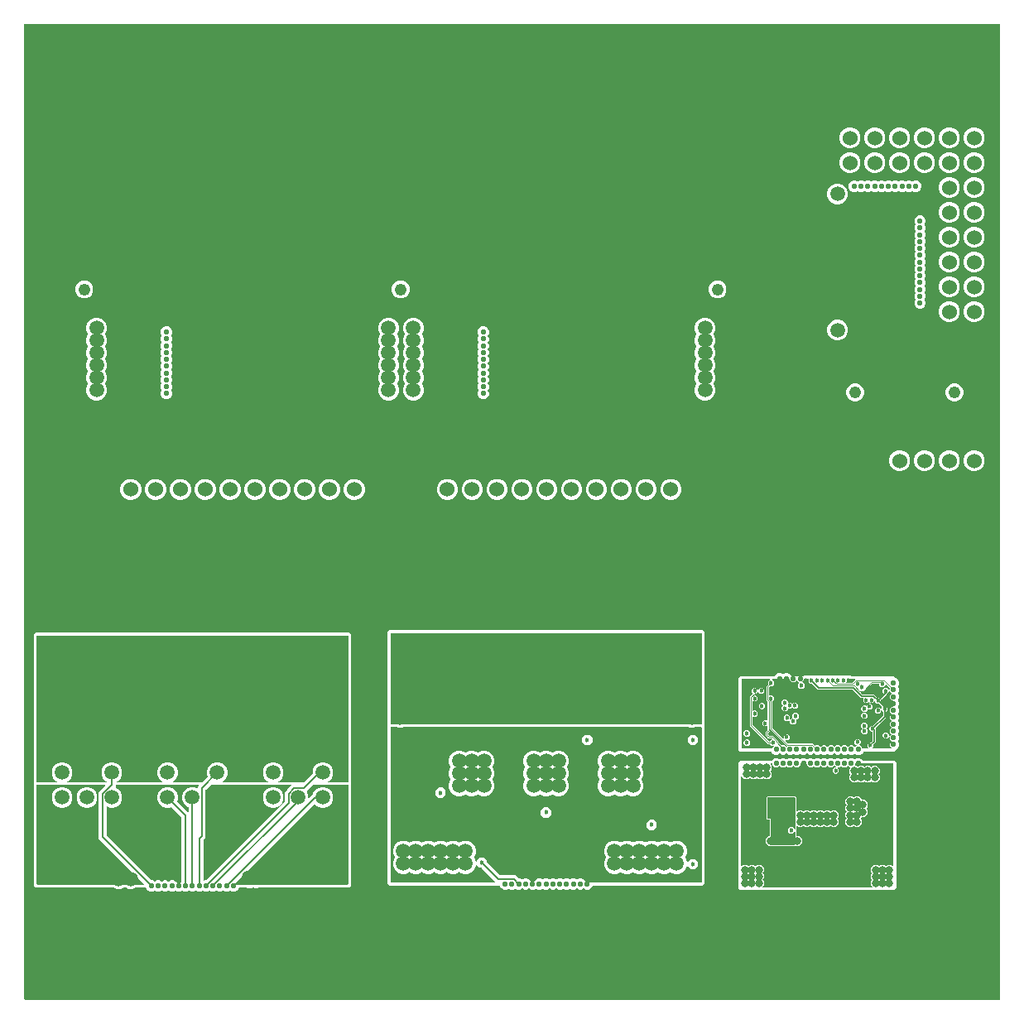
<source format=gbr>
G04 EAGLE Gerber RS-274X export*
G75*
%MOMM*%
%FSLAX34Y34*%
%LPD*%
%INCopper Layer 15*%
%IPPOS*%
%AMOC8*
5,1,8,0,0,1.08239X$1,22.5*%
G01*
%ADD10C,1.219200*%
%ADD11C,0.554000*%
%ADD12C,1.500000*%
%ADD13C,1.524000*%
%ADD14C,0.454000*%
%ADD15C,0.152400*%
%ADD16C,0.825000*%
%ADD17C,0.088900*%
%ADD18C,0.203200*%
%ADD19C,0.604000*%

G36*
X996979Y-438D02*
X996979Y-438D01*
X997008Y-440D01*
X997069Y-418D01*
X997133Y-404D01*
X997157Y-387D01*
X997184Y-377D01*
X997231Y-331D01*
X997284Y-293D01*
X997298Y-267D01*
X997319Y-247D01*
X997331Y-208D01*
X997375Y-129D01*
X997382Y-39D01*
X997394Y0D01*
X997394Y996950D01*
X997388Y996979D01*
X997390Y997008D01*
X997368Y997069D01*
X997354Y997133D01*
X997337Y997157D01*
X997327Y997184D01*
X997281Y997231D01*
X997243Y997284D01*
X997217Y997298D01*
X997197Y997319D01*
X997158Y997331D01*
X997079Y997375D01*
X996989Y997382D01*
X996950Y997394D01*
X0Y997394D01*
X-29Y997388D01*
X-58Y997390D01*
X-119Y997368D01*
X-183Y997354D01*
X-207Y997337D01*
X-234Y997327D01*
X-281Y997281D01*
X-334Y997243D01*
X-348Y997217D01*
X-369Y997197D01*
X-381Y997158D01*
X-425Y997079D01*
X-432Y996989D01*
X-444Y996950D01*
X-444Y0D01*
X-438Y-29D01*
X-440Y-58D01*
X-418Y-119D01*
X-404Y-183D01*
X-387Y-207D01*
X-377Y-234D01*
X-331Y-281D01*
X-293Y-334D01*
X-267Y-348D01*
X-247Y-369D01*
X-208Y-381D01*
X-129Y-425D01*
X-39Y-432D01*
X0Y-444D01*
X996950Y-444D01*
X996979Y-438D01*
G37*
%LPC*%
G36*
X128383Y109878D02*
X128383Y109878D01*
X126244Y110764D01*
X124607Y112401D01*
X124066Y113708D01*
X124045Y113738D01*
X124033Y113772D01*
X123992Y113814D01*
X123959Y113862D01*
X123928Y113881D01*
X123902Y113907D01*
X123865Y113918D01*
X123798Y113958D01*
X123694Y113970D01*
X123656Y113982D01*
X113754Y113982D01*
X113609Y113950D01*
X113584Y113948D01*
X110429Y112641D01*
X106233Y112641D01*
X103078Y113948D01*
X102932Y113975D01*
X102908Y113982D01*
X101487Y113982D01*
X101342Y113950D01*
X101318Y113948D01*
X97856Y112514D01*
X93660Y112514D01*
X90198Y113948D01*
X90052Y113975D01*
X90029Y113982D01*
X11253Y113982D01*
X9207Y116028D01*
X9207Y372922D01*
X11253Y374968D01*
X331647Y374968D01*
X333693Y372922D01*
X333693Y116028D01*
X331647Y113982D01*
X238920Y113982D01*
X238775Y113950D01*
X238750Y113948D01*
X237681Y113505D01*
X235267Y113505D01*
X234198Y113948D01*
X234052Y113975D01*
X234028Y113982D01*
X232840Y113982D01*
X232695Y113950D01*
X232670Y113948D01*
X231968Y113657D01*
X227772Y113657D01*
X227070Y113948D01*
X226924Y113975D01*
X226900Y113982D01*
X219244Y113982D01*
X219208Y113974D01*
X219172Y113976D01*
X219118Y113954D01*
X219061Y113942D01*
X219032Y113920D01*
X218998Y113907D01*
X218973Y113877D01*
X218911Y113831D01*
X218859Y113738D01*
X218834Y113708D01*
X218293Y112401D01*
X216656Y110764D01*
X214517Y109878D01*
X212203Y109878D01*
X210037Y110775D01*
X209994Y110783D01*
X209954Y110800D01*
X209918Y110797D01*
X209853Y110809D01*
X209733Y110779D01*
X209698Y110775D01*
X207532Y109878D01*
X205218Y109878D01*
X203052Y110775D01*
X203009Y110783D01*
X202969Y110800D01*
X202933Y110797D01*
X202868Y110809D01*
X202748Y110779D01*
X202713Y110775D01*
X200547Y109878D01*
X198233Y109878D01*
X196067Y110775D01*
X196024Y110783D01*
X195984Y110800D01*
X195948Y110797D01*
X195883Y110809D01*
X195763Y110779D01*
X195728Y110775D01*
X193562Y109878D01*
X191248Y109878D01*
X189082Y110775D01*
X189039Y110783D01*
X188999Y110800D01*
X188963Y110797D01*
X188898Y110809D01*
X188778Y110779D01*
X188743Y110775D01*
X186577Y109878D01*
X184263Y109878D01*
X182097Y110775D01*
X182054Y110783D01*
X182014Y110800D01*
X181978Y110797D01*
X181913Y110809D01*
X181793Y110779D01*
X181758Y110775D01*
X179592Y109878D01*
X177278Y109878D01*
X175112Y110775D01*
X175069Y110783D01*
X175029Y110800D01*
X174993Y110797D01*
X174928Y110809D01*
X174808Y110779D01*
X174773Y110775D01*
X172607Y109878D01*
X170293Y109878D01*
X168127Y110775D01*
X168084Y110783D01*
X168044Y110800D01*
X168008Y110797D01*
X167943Y110809D01*
X167823Y110779D01*
X167788Y110775D01*
X165622Y109878D01*
X163308Y109878D01*
X161142Y110775D01*
X161099Y110783D01*
X161059Y110800D01*
X161023Y110797D01*
X160958Y110809D01*
X160838Y110779D01*
X160803Y110775D01*
X158637Y109878D01*
X156323Y109878D01*
X154157Y110775D01*
X154114Y110783D01*
X154074Y110800D01*
X154038Y110797D01*
X153973Y110809D01*
X153853Y110779D01*
X153818Y110775D01*
X151652Y109878D01*
X149338Y109878D01*
X147172Y110775D01*
X147129Y110783D01*
X147089Y110800D01*
X147053Y110797D01*
X146988Y110809D01*
X146868Y110779D01*
X146833Y110775D01*
X144667Y109878D01*
X142353Y109878D01*
X140187Y110775D01*
X140144Y110783D01*
X140104Y110800D01*
X140068Y110797D01*
X140003Y110809D01*
X139883Y110779D01*
X139848Y110775D01*
X137682Y109878D01*
X135368Y109878D01*
X133202Y110775D01*
X133159Y110783D01*
X133119Y110800D01*
X133083Y110797D01*
X133018Y110809D01*
X132898Y110779D01*
X132863Y110775D01*
X130697Y109878D01*
X128383Y109878D01*
G37*
%LPD*%
%LPC*%
G36*
X490079Y112164D02*
X490079Y112164D01*
X487940Y113050D01*
X486303Y114687D01*
X485762Y115994D01*
X485742Y116023D01*
X485731Y116053D01*
X485730Y116054D01*
X485729Y116058D01*
X485688Y116100D01*
X485655Y116148D01*
X485624Y116167D01*
X485598Y116193D01*
X485561Y116204D01*
X485494Y116244D01*
X485390Y116256D01*
X485352Y116268D01*
X372949Y116268D01*
X370903Y118314D01*
X370903Y375208D01*
X372949Y377254D01*
X693343Y377254D01*
X695389Y375208D01*
X695389Y118314D01*
X693343Y116268D01*
X580940Y116268D01*
X580904Y116260D01*
X580868Y116262D01*
X580814Y116240D01*
X580757Y116228D01*
X580728Y116206D01*
X580694Y116193D01*
X580669Y116163D01*
X580607Y116117D01*
X580555Y116024D01*
X580530Y115994D01*
X579989Y114687D01*
X578352Y113050D01*
X576213Y112164D01*
X573899Y112164D01*
X571733Y113061D01*
X571690Y113069D01*
X571650Y113086D01*
X571614Y113083D01*
X571549Y113095D01*
X571429Y113065D01*
X571394Y113061D01*
X569228Y112164D01*
X566914Y112164D01*
X564748Y113061D01*
X564705Y113069D01*
X564665Y113086D01*
X564629Y113083D01*
X564564Y113095D01*
X564444Y113065D01*
X564409Y113061D01*
X562243Y112164D01*
X559929Y112164D01*
X557763Y113061D01*
X557720Y113069D01*
X557680Y113086D01*
X557644Y113083D01*
X557579Y113095D01*
X557459Y113065D01*
X557424Y113061D01*
X555258Y112164D01*
X552944Y112164D01*
X550778Y113061D01*
X550735Y113069D01*
X550695Y113086D01*
X550659Y113083D01*
X550594Y113095D01*
X550474Y113065D01*
X550439Y113061D01*
X548273Y112164D01*
X545959Y112164D01*
X543793Y113061D01*
X543750Y113069D01*
X543710Y113086D01*
X543674Y113083D01*
X543609Y113095D01*
X543489Y113065D01*
X543454Y113061D01*
X541288Y112164D01*
X538974Y112164D01*
X536808Y113061D01*
X536765Y113069D01*
X536725Y113086D01*
X536689Y113083D01*
X536624Y113095D01*
X536504Y113065D01*
X536469Y113061D01*
X534303Y112164D01*
X531989Y112164D01*
X529823Y113061D01*
X529780Y113069D01*
X529740Y113086D01*
X529704Y113083D01*
X529639Y113095D01*
X529519Y113065D01*
X529484Y113061D01*
X527318Y112164D01*
X525004Y112164D01*
X522838Y113061D01*
X522795Y113069D01*
X522755Y113086D01*
X522719Y113083D01*
X522654Y113095D01*
X522534Y113065D01*
X522499Y113061D01*
X520333Y112164D01*
X518019Y112164D01*
X515853Y113061D01*
X515810Y113069D01*
X515770Y113086D01*
X515734Y113083D01*
X515669Y113095D01*
X515549Y113065D01*
X515514Y113061D01*
X513348Y112164D01*
X511034Y112164D01*
X508868Y113061D01*
X508825Y113069D01*
X508785Y113086D01*
X508749Y113083D01*
X508684Y113095D01*
X508564Y113065D01*
X508529Y113061D01*
X506363Y112164D01*
X504049Y112164D01*
X501883Y113061D01*
X501840Y113069D01*
X501800Y113086D01*
X501764Y113083D01*
X501699Y113095D01*
X501579Y113065D01*
X501544Y113061D01*
X499378Y112164D01*
X497064Y112164D01*
X494898Y113061D01*
X494855Y113069D01*
X494815Y113086D01*
X494779Y113083D01*
X494714Y113095D01*
X494594Y113065D01*
X494559Y113061D01*
X492393Y112164D01*
X490079Y112164D01*
G37*
%LPD*%
G36*
X480835Y119320D02*
X480835Y119320D01*
X480850Y119318D01*
X480927Y119340D01*
X481004Y119357D01*
X481016Y119366D01*
X481030Y119370D01*
X481091Y119421D01*
X481155Y119468D01*
X481162Y119481D01*
X481173Y119491D01*
X481207Y119563D01*
X481246Y119632D01*
X481247Y119647D01*
X481253Y119660D01*
X481255Y119740D01*
X481261Y119819D01*
X481256Y119833D01*
X481256Y119848D01*
X481240Y119879D01*
X481198Y119995D01*
X481152Y120043D01*
X481135Y120075D01*
X480105Y121104D01*
X467023Y134186D01*
X466987Y134210D01*
X466956Y134241D01*
X466921Y134252D01*
X466866Y134288D01*
X466743Y134306D01*
X466710Y134316D01*
X465120Y134316D01*
X461902Y137534D01*
X461890Y137542D01*
X461881Y137554D01*
X461812Y137592D01*
X461745Y137635D01*
X461730Y137638D01*
X461717Y137645D01*
X461638Y137651D01*
X461559Y137663D01*
X461545Y137659D01*
X461531Y137660D01*
X461456Y137633D01*
X461379Y137612D01*
X461368Y137602D01*
X461354Y137597D01*
X461297Y137542D01*
X461236Y137490D01*
X461230Y137477D01*
X461220Y137467D01*
X461209Y137433D01*
X461156Y137321D01*
X461155Y137255D01*
X461145Y137220D01*
X461145Y136713D01*
X459539Y132836D01*
X456571Y129868D01*
X452694Y128262D01*
X448498Y128262D01*
X444621Y129868D01*
X444560Y129929D01*
X444535Y129945D01*
X444516Y129967D01*
X444457Y129995D01*
X444402Y130031D01*
X444373Y130035D01*
X444347Y130047D01*
X444282Y130049D01*
X444217Y130058D01*
X444189Y130050D01*
X444159Y130051D01*
X444124Y130032D01*
X444037Y130007D01*
X443968Y129948D01*
X443932Y129929D01*
X443871Y129868D01*
X439994Y128262D01*
X435798Y128262D01*
X431921Y129868D01*
X431860Y129929D01*
X431835Y129945D01*
X431816Y129967D01*
X431757Y129995D01*
X431702Y130031D01*
X431673Y130035D01*
X431647Y130047D01*
X431582Y130049D01*
X431517Y130058D01*
X431489Y130050D01*
X431459Y130051D01*
X431424Y130032D01*
X431337Y130007D01*
X431268Y129948D01*
X431232Y129929D01*
X431171Y129868D01*
X427294Y128262D01*
X423098Y128262D01*
X419221Y129868D01*
X419160Y129929D01*
X419135Y129945D01*
X419116Y129967D01*
X419057Y129995D01*
X419002Y130031D01*
X418973Y130035D01*
X418947Y130047D01*
X418882Y130049D01*
X418817Y130058D01*
X418789Y130050D01*
X418759Y130051D01*
X418724Y130032D01*
X418637Y130007D01*
X418568Y129948D01*
X418532Y129929D01*
X418471Y129868D01*
X414594Y128262D01*
X410398Y128262D01*
X406521Y129868D01*
X406460Y129929D01*
X406435Y129945D01*
X406416Y129967D01*
X406357Y129995D01*
X406302Y130031D01*
X406273Y130035D01*
X406247Y130047D01*
X406182Y130049D01*
X406117Y130058D01*
X406089Y130050D01*
X406059Y130051D01*
X406024Y130032D01*
X405937Y130007D01*
X405868Y129948D01*
X405832Y129929D01*
X405771Y129868D01*
X401894Y128262D01*
X397698Y128262D01*
X393821Y129868D01*
X393760Y129929D01*
X393735Y129945D01*
X393716Y129967D01*
X393657Y129995D01*
X393602Y130031D01*
X393573Y130035D01*
X393547Y130047D01*
X393482Y130049D01*
X393417Y130058D01*
X393389Y130050D01*
X393359Y130051D01*
X393324Y130032D01*
X393237Y130007D01*
X393168Y129948D01*
X393132Y129929D01*
X393071Y129868D01*
X389194Y128262D01*
X384998Y128262D01*
X381121Y129868D01*
X378153Y132836D01*
X376547Y136713D01*
X376547Y140909D01*
X378153Y144786D01*
X378214Y144847D01*
X378230Y144872D01*
X378252Y144891D01*
X378280Y144950D01*
X378316Y145005D01*
X378320Y145034D01*
X378332Y145060D01*
X378334Y145125D01*
X378343Y145190D01*
X378335Y145218D01*
X378336Y145247D01*
X378317Y145283D01*
X378292Y145370D01*
X378233Y145439D01*
X378214Y145475D01*
X378153Y145536D01*
X376547Y149413D01*
X376547Y153609D01*
X378153Y157486D01*
X381121Y160454D01*
X384998Y162060D01*
X389194Y162060D01*
X393071Y160454D01*
X393132Y160393D01*
X393157Y160377D01*
X393176Y160355D01*
X393235Y160327D01*
X393290Y160291D01*
X393319Y160287D01*
X393345Y160275D01*
X393410Y160273D01*
X393475Y160264D01*
X393503Y160272D01*
X393533Y160271D01*
X393568Y160290D01*
X393655Y160315D01*
X393724Y160374D01*
X393760Y160393D01*
X393821Y160454D01*
X397698Y162060D01*
X401894Y162060D01*
X405771Y160454D01*
X405832Y160393D01*
X405857Y160377D01*
X405876Y160355D01*
X405935Y160327D01*
X405990Y160291D01*
X406019Y160287D01*
X406045Y160275D01*
X406110Y160273D01*
X406175Y160264D01*
X406203Y160272D01*
X406233Y160271D01*
X406268Y160290D01*
X406355Y160315D01*
X406424Y160374D01*
X406460Y160393D01*
X406521Y160454D01*
X410398Y162060D01*
X414594Y162060D01*
X418471Y160454D01*
X418532Y160393D01*
X418557Y160377D01*
X418576Y160355D01*
X418635Y160327D01*
X418690Y160291D01*
X418719Y160287D01*
X418745Y160275D01*
X418810Y160273D01*
X418875Y160264D01*
X418903Y160272D01*
X418933Y160271D01*
X418968Y160290D01*
X419055Y160315D01*
X419124Y160374D01*
X419160Y160393D01*
X419221Y160454D01*
X423098Y162060D01*
X427294Y162060D01*
X431171Y160454D01*
X431232Y160393D01*
X431257Y160377D01*
X431276Y160355D01*
X431335Y160327D01*
X431390Y160291D01*
X431419Y160287D01*
X431445Y160275D01*
X431510Y160273D01*
X431575Y160264D01*
X431603Y160272D01*
X431633Y160271D01*
X431668Y160290D01*
X431755Y160315D01*
X431824Y160374D01*
X431860Y160393D01*
X431921Y160454D01*
X435798Y162060D01*
X439994Y162060D01*
X443871Y160454D01*
X443932Y160393D01*
X443957Y160377D01*
X443976Y160355D01*
X444035Y160327D01*
X444090Y160291D01*
X444119Y160287D01*
X444145Y160275D01*
X444210Y160273D01*
X444275Y160264D01*
X444303Y160272D01*
X444333Y160271D01*
X444368Y160290D01*
X444455Y160315D01*
X444524Y160374D01*
X444560Y160393D01*
X444621Y160454D01*
X448498Y162060D01*
X452694Y162060D01*
X456571Y160454D01*
X459539Y157486D01*
X461145Y153609D01*
X461145Y149413D01*
X459539Y145536D01*
X459478Y145475D01*
X459462Y145450D01*
X459440Y145431D01*
X459412Y145372D01*
X459376Y145317D01*
X459372Y145288D01*
X459360Y145262D01*
X459358Y145197D01*
X459349Y145132D01*
X459357Y145104D01*
X459356Y145074D01*
X459375Y145039D01*
X459400Y144952D01*
X459459Y144883D01*
X459478Y144847D01*
X459539Y144786D01*
X461151Y140895D01*
X461155Y140889D01*
X461156Y140882D01*
X461208Y140812D01*
X461257Y140741D01*
X461264Y140737D01*
X461268Y140731D01*
X461344Y140689D01*
X461418Y140645D01*
X461425Y140644D01*
X461432Y140640D01*
X461518Y140633D01*
X461604Y140623D01*
X461611Y140626D01*
X461618Y140625D01*
X461700Y140654D01*
X461782Y140681D01*
X461788Y140686D01*
X461795Y140688D01*
X461857Y140749D01*
X461921Y140806D01*
X461924Y140813D01*
X461929Y140818D01*
X461937Y140842D01*
X461996Y140978D01*
X461991Y141023D01*
X462004Y141065D01*
X462004Y141838D01*
X465120Y144954D01*
X469526Y144954D01*
X472642Y141838D01*
X472642Y140248D01*
X472651Y140206D01*
X472650Y140162D01*
X472667Y140130D01*
X472681Y140065D01*
X472755Y139966D01*
X472772Y139935D01*
X485854Y126853D01*
X485890Y126829D01*
X485921Y126798D01*
X485956Y126787D01*
X486011Y126751D01*
X486134Y126733D01*
X486167Y126723D01*
X501841Y126723D01*
X504632Y123932D01*
X504669Y123908D01*
X504699Y123877D01*
X504734Y123866D01*
X504790Y123830D01*
X504912Y123812D01*
X504946Y123802D01*
X506363Y123802D01*
X508529Y122905D01*
X508572Y122897D01*
X508612Y122880D01*
X508648Y122883D01*
X508713Y122871D01*
X508833Y122901D01*
X508868Y122905D01*
X511034Y123802D01*
X513348Y123802D01*
X515487Y122916D01*
X517124Y121279D01*
X517823Y119591D01*
X517844Y119561D01*
X517856Y119527D01*
X517897Y119485D01*
X517930Y119437D01*
X517961Y119418D01*
X517986Y119392D01*
X518024Y119381D01*
X518090Y119341D01*
X518195Y119329D01*
X518233Y119317D01*
X520119Y119317D01*
X520155Y119325D01*
X520191Y119323D01*
X520245Y119345D01*
X520302Y119357D01*
X520331Y119379D01*
X520365Y119392D01*
X520390Y119422D01*
X520453Y119468D01*
X520504Y119561D01*
X520529Y119591D01*
X521228Y121279D01*
X522865Y122916D01*
X525004Y123802D01*
X527318Y123802D01*
X529484Y122905D01*
X529527Y122897D01*
X529567Y122880D01*
X529603Y122883D01*
X529668Y122871D01*
X529788Y122901D01*
X529823Y122905D01*
X531989Y123802D01*
X534303Y123802D01*
X536469Y122905D01*
X536512Y122897D01*
X536552Y122880D01*
X536588Y122883D01*
X536653Y122871D01*
X536773Y122901D01*
X536808Y122905D01*
X538974Y123802D01*
X541288Y123802D01*
X543454Y122905D01*
X543497Y122897D01*
X543537Y122880D01*
X543573Y122883D01*
X543638Y122871D01*
X543758Y122901D01*
X543793Y122905D01*
X545959Y123802D01*
X548273Y123802D01*
X550439Y122905D01*
X550482Y122897D01*
X550522Y122880D01*
X550558Y122883D01*
X550623Y122871D01*
X550743Y122901D01*
X550778Y122905D01*
X552944Y123802D01*
X555258Y123802D01*
X557424Y122905D01*
X557467Y122897D01*
X557507Y122880D01*
X557543Y122883D01*
X557608Y122871D01*
X557728Y122901D01*
X557763Y122905D01*
X559929Y123802D01*
X562243Y123802D01*
X564409Y122905D01*
X564452Y122897D01*
X564492Y122880D01*
X564528Y122883D01*
X564593Y122871D01*
X564713Y122901D01*
X564748Y122905D01*
X566914Y123802D01*
X569228Y123802D01*
X571367Y122916D01*
X573004Y121279D01*
X573703Y119591D01*
X573724Y119561D01*
X573736Y119527D01*
X573777Y119485D01*
X573810Y119437D01*
X573841Y119418D01*
X573866Y119392D01*
X573904Y119381D01*
X573970Y119341D01*
X574075Y119329D01*
X574113Y119317D01*
X691896Y119317D01*
X691925Y119323D01*
X691954Y119321D01*
X692015Y119343D01*
X692079Y119357D01*
X692103Y119374D01*
X692130Y119384D01*
X692177Y119430D01*
X692230Y119468D01*
X692244Y119494D01*
X692265Y119514D01*
X692277Y119553D01*
X692321Y119632D01*
X692328Y119722D01*
X692340Y119761D01*
X692340Y277749D01*
X692334Y277774D01*
X692336Y277794D01*
X692335Y277796D01*
X692336Y277807D01*
X692314Y277868D01*
X692300Y277932D01*
X692283Y277956D01*
X692273Y277983D01*
X692227Y278030D01*
X692189Y278083D01*
X692163Y278097D01*
X692143Y278118D01*
X692104Y278130D01*
X692025Y278174D01*
X691935Y278181D01*
X691896Y278193D01*
X686261Y278193D01*
X686116Y278161D01*
X686091Y278159D01*
X684469Y277487D01*
X680273Y277487D01*
X678651Y278159D01*
X678505Y278186D01*
X678481Y278193D01*
X387811Y278193D01*
X387666Y278161D01*
X387641Y278159D01*
X386019Y277487D01*
X381823Y277487D01*
X380201Y278159D01*
X380055Y278186D01*
X380031Y278193D01*
X374396Y278193D01*
X374367Y278187D01*
X374338Y278189D01*
X374277Y278167D01*
X374213Y278153D01*
X374189Y278136D01*
X374162Y278126D01*
X374115Y278080D01*
X374062Y278042D01*
X374048Y278016D01*
X374027Y277996D01*
X374015Y277957D01*
X373971Y277878D01*
X373964Y277788D01*
X373952Y277749D01*
X373952Y119761D01*
X373958Y119732D01*
X373956Y119703D01*
X373978Y119642D01*
X373992Y119578D01*
X374009Y119554D01*
X374019Y119527D01*
X374065Y119480D01*
X374103Y119427D01*
X374129Y119413D01*
X374149Y119392D01*
X374188Y119380D01*
X374267Y119336D01*
X374357Y119329D01*
X374396Y119317D01*
X480821Y119317D01*
X480835Y119320D01*
G37*
G36*
X32378Y221808D02*
X32378Y221808D01*
X32385Y221807D01*
X32469Y221828D01*
X32554Y221846D01*
X32560Y221850D01*
X32567Y221852D01*
X32635Y221906D01*
X32704Y221957D01*
X32708Y221964D01*
X32714Y221968D01*
X32753Y222045D01*
X32795Y222121D01*
X32796Y222129D01*
X32799Y222135D01*
X32803Y222221D01*
X32811Y222308D01*
X32808Y222315D01*
X32808Y222322D01*
X32777Y222403D01*
X32748Y222484D01*
X32742Y222490D01*
X32740Y222497D01*
X32720Y222512D01*
X32617Y222619D01*
X32575Y222632D01*
X32540Y222660D01*
X32125Y222832D01*
X29157Y225800D01*
X27551Y229677D01*
X27551Y233873D01*
X29157Y237750D01*
X32125Y240718D01*
X36002Y242324D01*
X40198Y242324D01*
X44075Y240718D01*
X47043Y237750D01*
X48649Y233873D01*
X48649Y229677D01*
X47043Y225800D01*
X44075Y222832D01*
X43660Y222660D01*
X43653Y222656D01*
X43646Y222654D01*
X43577Y222603D01*
X43506Y222553D01*
X43502Y222547D01*
X43496Y222543D01*
X43454Y222467D01*
X43409Y222393D01*
X43408Y222385D01*
X43405Y222379D01*
X43398Y222293D01*
X43388Y222207D01*
X43390Y222200D01*
X43389Y222192D01*
X43419Y222111D01*
X43445Y222028D01*
X43450Y222023D01*
X43452Y222016D01*
X43513Y221953D01*
X43571Y221889D01*
X43578Y221886D01*
X43583Y221881D01*
X43607Y221874D01*
X43743Y221815D01*
X43787Y221819D01*
X43829Y221806D01*
X83171Y221806D01*
X83178Y221808D01*
X83185Y221807D01*
X83269Y221828D01*
X83354Y221846D01*
X83360Y221850D01*
X83367Y221852D01*
X83435Y221906D01*
X83504Y221957D01*
X83508Y221964D01*
X83514Y221968D01*
X83553Y222045D01*
X83595Y222121D01*
X83596Y222129D01*
X83599Y222135D01*
X83603Y222221D01*
X83611Y222308D01*
X83608Y222315D01*
X83608Y222322D01*
X83577Y222403D01*
X83548Y222484D01*
X83542Y222490D01*
X83540Y222497D01*
X83520Y222512D01*
X83417Y222619D01*
X83375Y222632D01*
X83340Y222660D01*
X82925Y222832D01*
X79957Y225800D01*
X78351Y229677D01*
X78351Y233873D01*
X79957Y237750D01*
X82925Y240718D01*
X86802Y242324D01*
X90998Y242324D01*
X94875Y240718D01*
X97843Y237750D01*
X99449Y233873D01*
X99449Y229677D01*
X97843Y225800D01*
X94875Y222832D01*
X94460Y222660D01*
X94453Y222656D01*
X94446Y222654D01*
X94377Y222603D01*
X94306Y222553D01*
X94302Y222547D01*
X94296Y222543D01*
X94254Y222467D01*
X94209Y222393D01*
X94208Y222385D01*
X94205Y222379D01*
X94198Y222293D01*
X94188Y222207D01*
X94190Y222200D01*
X94189Y222192D01*
X94219Y222111D01*
X94245Y222028D01*
X94250Y222023D01*
X94252Y222016D01*
X94313Y221953D01*
X94371Y221889D01*
X94378Y221886D01*
X94383Y221881D01*
X94407Y221874D01*
X94543Y221815D01*
X94587Y221819D01*
X94629Y221806D01*
X140321Y221806D01*
X140328Y221808D01*
X140335Y221807D01*
X140419Y221828D01*
X140504Y221846D01*
X140510Y221850D01*
X140517Y221852D01*
X140585Y221906D01*
X140654Y221957D01*
X140658Y221964D01*
X140664Y221968D01*
X140703Y222045D01*
X140745Y222121D01*
X140746Y222129D01*
X140749Y222135D01*
X140753Y222221D01*
X140761Y222308D01*
X140758Y222315D01*
X140758Y222322D01*
X140727Y222403D01*
X140698Y222484D01*
X140692Y222490D01*
X140690Y222497D01*
X140670Y222512D01*
X140567Y222619D01*
X140525Y222632D01*
X140490Y222660D01*
X140075Y222832D01*
X137107Y225800D01*
X135501Y229677D01*
X135501Y233873D01*
X137107Y237750D01*
X140075Y240718D01*
X143952Y242324D01*
X148148Y242324D01*
X152025Y240718D01*
X154993Y237750D01*
X156599Y233873D01*
X156599Y229677D01*
X154993Y225800D01*
X152025Y222832D01*
X151610Y222660D01*
X151603Y222656D01*
X151596Y222654D01*
X151527Y222603D01*
X151456Y222553D01*
X151452Y222547D01*
X151446Y222543D01*
X151404Y222467D01*
X151359Y222393D01*
X151358Y222385D01*
X151355Y222379D01*
X151348Y222293D01*
X151338Y222207D01*
X151340Y222200D01*
X151339Y222192D01*
X151369Y222111D01*
X151395Y222028D01*
X151400Y222023D01*
X151402Y222016D01*
X151463Y221953D01*
X151521Y221889D01*
X151528Y221886D01*
X151533Y221881D01*
X151557Y221874D01*
X151693Y221815D01*
X151737Y221819D01*
X151779Y221806D01*
X180949Y221806D01*
X180992Y221815D01*
X181036Y221815D01*
X181068Y221832D01*
X181132Y221846D01*
X181232Y221920D01*
X181263Y221936D01*
X186883Y227556D01*
X186903Y227587D01*
X186930Y227612D01*
X186953Y227665D01*
X186985Y227714D01*
X186990Y227750D01*
X187004Y227784D01*
X187001Y227822D01*
X187012Y227899D01*
X186983Y228001D01*
X186979Y228040D01*
X186301Y229677D01*
X186301Y233873D01*
X187907Y237750D01*
X190875Y240718D01*
X194752Y242324D01*
X198948Y242324D01*
X202825Y240718D01*
X205793Y237750D01*
X207399Y233873D01*
X207399Y229677D01*
X205793Y225800D01*
X202825Y222832D01*
X202410Y222660D01*
X202403Y222656D01*
X202396Y222654D01*
X202327Y222603D01*
X202256Y222553D01*
X202252Y222547D01*
X202246Y222543D01*
X202204Y222467D01*
X202159Y222393D01*
X202158Y222385D01*
X202155Y222379D01*
X202148Y222293D01*
X202138Y222207D01*
X202140Y222200D01*
X202139Y222192D01*
X202169Y222111D01*
X202195Y222028D01*
X202200Y222023D01*
X202202Y222016D01*
X202263Y221953D01*
X202321Y221889D01*
X202328Y221886D01*
X202333Y221881D01*
X202357Y221874D01*
X202493Y221815D01*
X202537Y221819D01*
X202579Y221806D01*
X248271Y221806D01*
X248278Y221808D01*
X248285Y221807D01*
X248369Y221828D01*
X248454Y221846D01*
X248460Y221850D01*
X248467Y221852D01*
X248535Y221906D01*
X248604Y221957D01*
X248608Y221964D01*
X248614Y221968D01*
X248653Y222045D01*
X248695Y222121D01*
X248696Y222129D01*
X248699Y222135D01*
X248703Y222221D01*
X248711Y222308D01*
X248708Y222315D01*
X248708Y222322D01*
X248677Y222403D01*
X248648Y222484D01*
X248642Y222490D01*
X248640Y222497D01*
X248620Y222512D01*
X248517Y222619D01*
X248475Y222632D01*
X248440Y222660D01*
X248025Y222832D01*
X245057Y225800D01*
X243451Y229677D01*
X243451Y233873D01*
X245057Y237750D01*
X248025Y240718D01*
X251902Y242324D01*
X256098Y242324D01*
X259975Y240718D01*
X262943Y237750D01*
X264549Y233873D01*
X264549Y229677D01*
X262943Y225800D01*
X259975Y222832D01*
X259560Y222660D01*
X259553Y222656D01*
X259546Y222654D01*
X259477Y222603D01*
X259406Y222553D01*
X259402Y222547D01*
X259396Y222543D01*
X259354Y222467D01*
X259309Y222393D01*
X259308Y222385D01*
X259305Y222379D01*
X259298Y222293D01*
X259288Y222207D01*
X259290Y222200D01*
X259289Y222192D01*
X259319Y222111D01*
X259345Y222028D01*
X259350Y222023D01*
X259352Y222016D01*
X259413Y221953D01*
X259471Y221889D01*
X259478Y221886D01*
X259483Y221881D01*
X259507Y221874D01*
X259643Y221815D01*
X259687Y221819D01*
X259729Y221806D01*
X285597Y221806D01*
X285640Y221815D01*
X285684Y221815D01*
X285716Y221832D01*
X285780Y221846D01*
X285880Y221920D01*
X285911Y221936D01*
X294121Y230147D01*
X294145Y230183D01*
X294176Y230214D01*
X294187Y230249D01*
X294223Y230304D01*
X294241Y230427D01*
X294251Y230460D01*
X294251Y233873D01*
X295857Y237750D01*
X298825Y240718D01*
X302702Y242324D01*
X306898Y242324D01*
X310775Y240718D01*
X313743Y237750D01*
X315349Y233873D01*
X315349Y229677D01*
X313743Y225800D01*
X310775Y222832D01*
X310360Y222660D01*
X310353Y222656D01*
X310346Y222654D01*
X310277Y222603D01*
X310206Y222553D01*
X310202Y222547D01*
X310196Y222543D01*
X310154Y222467D01*
X310109Y222393D01*
X310108Y222385D01*
X310105Y222379D01*
X310098Y222293D01*
X310088Y222207D01*
X310090Y222200D01*
X310089Y222192D01*
X310119Y222111D01*
X310145Y222028D01*
X310150Y222023D01*
X310152Y222016D01*
X310213Y221953D01*
X310271Y221889D01*
X310278Y221886D01*
X310283Y221881D01*
X310307Y221874D01*
X310443Y221815D01*
X310487Y221819D01*
X310529Y221806D01*
X330200Y221806D01*
X330229Y221812D01*
X330258Y221810D01*
X330319Y221832D01*
X330383Y221846D01*
X330407Y221863D01*
X330434Y221873D01*
X330481Y221919D01*
X330534Y221957D01*
X330548Y221983D01*
X330569Y222003D01*
X330581Y222042D01*
X330625Y222121D01*
X330632Y222211D01*
X330644Y222250D01*
X330644Y371475D01*
X330638Y371504D01*
X330640Y371533D01*
X330618Y371594D01*
X330604Y371658D01*
X330587Y371682D01*
X330577Y371709D01*
X330531Y371756D01*
X330493Y371809D01*
X330467Y371823D01*
X330447Y371844D01*
X330408Y371856D01*
X330329Y371900D01*
X330239Y371907D01*
X330200Y371919D01*
X12700Y371919D01*
X12671Y371913D01*
X12642Y371915D01*
X12581Y371893D01*
X12517Y371879D01*
X12493Y371862D01*
X12466Y371852D01*
X12419Y371806D01*
X12366Y371768D01*
X12352Y371742D01*
X12331Y371722D01*
X12319Y371683D01*
X12275Y371604D01*
X12268Y371514D01*
X12256Y371475D01*
X12256Y222250D01*
X12262Y222221D01*
X12260Y222192D01*
X12282Y222131D01*
X12296Y222067D01*
X12313Y222043D01*
X12323Y222016D01*
X12369Y221969D01*
X12407Y221916D01*
X12433Y221902D01*
X12453Y221881D01*
X12492Y221869D01*
X12571Y221825D01*
X12661Y221818D01*
X12700Y221806D01*
X32371Y221806D01*
X32378Y221808D01*
G37*
G36*
X691925Y281248D02*
X691925Y281248D01*
X691954Y281246D01*
X692015Y281268D01*
X692079Y281282D01*
X692103Y281299D01*
X692130Y281309D01*
X692177Y281355D01*
X692230Y281393D01*
X692244Y281419D01*
X692265Y281439D01*
X692277Y281478D01*
X692321Y281557D01*
X692328Y281647D01*
X692340Y281686D01*
X692340Y373761D01*
X692334Y373790D01*
X692336Y373819D01*
X692314Y373880D01*
X692300Y373944D01*
X692283Y373968D01*
X692273Y373995D01*
X692227Y374042D01*
X692189Y374095D01*
X692163Y374109D01*
X692143Y374130D01*
X692104Y374142D01*
X692025Y374186D01*
X691935Y374193D01*
X691896Y374205D01*
X374396Y374205D01*
X374367Y374199D01*
X374338Y374201D01*
X374277Y374179D01*
X374213Y374165D01*
X374189Y374148D01*
X374162Y374138D01*
X374115Y374092D01*
X374062Y374054D01*
X374048Y374028D01*
X374027Y374008D01*
X374015Y373969D01*
X373971Y373890D01*
X373964Y373800D01*
X373952Y373761D01*
X373952Y281686D01*
X373958Y281657D01*
X373956Y281628D01*
X373978Y281567D01*
X373992Y281503D01*
X374009Y281479D01*
X374019Y281452D01*
X374065Y281405D01*
X374103Y281352D01*
X374129Y281338D01*
X374149Y281317D01*
X374188Y281305D01*
X374267Y281261D01*
X374357Y281254D01*
X374396Y281242D01*
X691896Y281242D01*
X691925Y281248D01*
G37*
%LPC*%
G36*
X731724Y111442D02*
X731724Y111442D01*
X729678Y113488D01*
X729678Y241921D01*
X731724Y243968D01*
X736588Y243968D01*
X736734Y243999D01*
X736758Y244002D01*
X736824Y244029D01*
X739678Y244029D01*
X739744Y244002D01*
X739890Y243975D01*
X739914Y243968D01*
X743510Y243968D01*
X743655Y243999D01*
X743680Y244002D01*
X743746Y244029D01*
X746599Y244029D01*
X746665Y244002D01*
X746811Y243975D01*
X746835Y243968D01*
X750431Y243968D01*
X750577Y243999D01*
X750601Y244002D01*
X750667Y244029D01*
X753521Y244029D01*
X753587Y244002D01*
X753733Y243975D01*
X753757Y243968D01*
X757353Y243968D01*
X757498Y243999D01*
X757523Y244002D01*
X757589Y244029D01*
X760442Y244029D01*
X760508Y244002D01*
X760654Y243975D01*
X760678Y243968D01*
X763209Y243968D01*
X763244Y243975D01*
X763281Y243974D01*
X763335Y243995D01*
X763392Y244007D01*
X763421Y244029D01*
X763455Y244043D01*
X763480Y244073D01*
X763542Y244119D01*
X763581Y244188D01*
X765244Y245852D01*
X767383Y246738D01*
X769698Y246738D01*
X771863Y245841D01*
X771906Y245833D01*
X771946Y245816D01*
X771982Y245819D01*
X772047Y245807D01*
X772168Y245837D01*
X772203Y245841D01*
X774368Y246738D01*
X776683Y246738D01*
X778848Y245841D01*
X778891Y245833D01*
X778931Y245816D01*
X778967Y245819D01*
X779032Y245807D01*
X779153Y245837D01*
X779188Y245841D01*
X781353Y246738D01*
X783668Y246738D01*
X785833Y245841D01*
X785876Y245833D01*
X785916Y245816D01*
X785952Y245819D01*
X786017Y245807D01*
X786138Y245837D01*
X786173Y245841D01*
X788338Y246738D01*
X790653Y246738D01*
X792818Y245841D01*
X792861Y245833D01*
X792901Y245816D01*
X792937Y245819D01*
X793002Y245807D01*
X793123Y245837D01*
X793158Y245841D01*
X795323Y246738D01*
X797638Y246738D01*
X799803Y245841D01*
X799846Y245833D01*
X799886Y245816D01*
X799922Y245819D01*
X799987Y245807D01*
X800108Y245837D01*
X800143Y245841D01*
X802308Y246738D01*
X804623Y246738D01*
X806788Y245841D01*
X806831Y245833D01*
X806871Y245816D01*
X806907Y245819D01*
X806972Y245807D01*
X807093Y245837D01*
X807128Y245841D01*
X809293Y246738D01*
X811608Y246738D01*
X813773Y245841D01*
X813816Y245833D01*
X813856Y245816D01*
X813892Y245819D01*
X813957Y245807D01*
X814078Y245837D01*
X814113Y245841D01*
X816278Y246738D01*
X818593Y246738D01*
X820758Y245841D01*
X820801Y245833D01*
X820841Y245816D01*
X820877Y245819D01*
X820942Y245807D01*
X821063Y245837D01*
X821098Y245841D01*
X823263Y246738D01*
X825578Y246738D01*
X827743Y245841D01*
X827786Y245833D01*
X827826Y245816D01*
X827862Y245819D01*
X827927Y245807D01*
X828048Y245837D01*
X828083Y245841D01*
X830248Y246738D01*
X832563Y246738D01*
X834728Y245841D01*
X834771Y245833D01*
X834811Y245816D01*
X834847Y245819D01*
X834913Y245807D01*
X835033Y245837D01*
X835068Y245841D01*
X837233Y246738D01*
X839548Y246738D01*
X841713Y245841D01*
X841756Y245833D01*
X841796Y245816D01*
X841832Y245819D01*
X841897Y245807D01*
X842018Y245837D01*
X842053Y245841D01*
X844218Y246738D01*
X846533Y246738D01*
X848698Y245841D01*
X848741Y245833D01*
X848781Y245816D01*
X848817Y245819D01*
X848882Y245807D01*
X849003Y245837D01*
X849038Y245841D01*
X851203Y246738D01*
X853518Y246738D01*
X855657Y245852D01*
X857307Y244202D01*
X857315Y244177D01*
X857356Y244135D01*
X857389Y244088D01*
X857420Y244069D01*
X857446Y244043D01*
X857483Y244031D01*
X857550Y243991D01*
X857654Y243979D01*
X857692Y243968D01*
X889240Y243968D01*
X891287Y241921D01*
X891287Y113488D01*
X889240Y111442D01*
X731724Y111442D01*
G37*
%LPD*%
G36*
X866245Y114494D02*
X866245Y114494D01*
X866260Y114492D01*
X866337Y114514D01*
X866414Y114531D01*
X866426Y114540D01*
X866440Y114544D01*
X866501Y114595D01*
X866565Y114642D01*
X866572Y114655D01*
X866583Y114665D01*
X866617Y114737D01*
X866656Y114806D01*
X866657Y114821D01*
X866663Y114834D01*
X866665Y114914D01*
X866671Y114993D01*
X866666Y115007D01*
X866666Y115022D01*
X866650Y115053D01*
X866608Y115169D01*
X866562Y115217D01*
X866545Y115249D01*
X865253Y116541D01*
X865253Y120695D01*
X866323Y121765D01*
X866338Y121790D01*
X866361Y121809D01*
X866389Y121868D01*
X866424Y121922D01*
X866428Y121951D01*
X866441Y121978D01*
X866442Y122043D01*
X866452Y122108D01*
X866444Y122136D01*
X866444Y122165D01*
X866425Y122201D01*
X866400Y122288D01*
X866342Y122357D01*
X866323Y122393D01*
X865253Y123462D01*
X865253Y127617D01*
X866323Y128686D01*
X866338Y128711D01*
X866361Y128730D01*
X866389Y128789D01*
X866424Y128844D01*
X866428Y128873D01*
X866441Y128899D01*
X866442Y128965D01*
X866452Y129029D01*
X866444Y129057D01*
X866444Y129087D01*
X866425Y129122D01*
X866400Y129209D01*
X866342Y129278D01*
X866323Y129314D01*
X865253Y130384D01*
X865253Y134538D01*
X868190Y137476D01*
X872345Y137476D01*
X873414Y136406D01*
X873439Y136390D01*
X873458Y136368D01*
X873517Y136340D01*
X873572Y136304D01*
X873601Y136300D01*
X873627Y136288D01*
X873693Y136286D01*
X873757Y136277D01*
X873785Y136285D01*
X873815Y136284D01*
X873850Y136303D01*
X873937Y136328D01*
X874007Y136387D01*
X874042Y136406D01*
X875112Y137476D01*
X879266Y137476D01*
X880336Y136406D01*
X880361Y136390D01*
X880380Y136368D01*
X880439Y136340D01*
X880493Y136304D01*
X880522Y136300D01*
X880549Y136288D01*
X880614Y136286D01*
X880679Y136277D01*
X880707Y136285D01*
X880736Y136284D01*
X880772Y136303D01*
X880859Y136328D01*
X880928Y136387D01*
X880964Y136406D01*
X882033Y137476D01*
X886188Y137476D01*
X887480Y136184D01*
X887492Y136176D01*
X887501Y136164D01*
X887570Y136125D01*
X887637Y136082D01*
X887652Y136080D01*
X887665Y136073D01*
X887744Y136066D01*
X887823Y136055D01*
X887837Y136059D01*
X887851Y136057D01*
X887926Y136084D01*
X888003Y136106D01*
X888014Y136116D01*
X888028Y136121D01*
X888085Y136176D01*
X888146Y136227D01*
X888152Y136241D01*
X888162Y136251D01*
X888173Y136285D01*
X888226Y136397D01*
X888227Y136463D01*
X888237Y136497D01*
X888237Y240475D01*
X888231Y240503D01*
X888233Y240532D01*
X888211Y240594D01*
X888198Y240658D01*
X888180Y240681D01*
X888170Y240709D01*
X888125Y240756D01*
X888086Y240808D01*
X888061Y240822D01*
X888040Y240843D01*
X888001Y240855D01*
X887922Y240899D01*
X887832Y240907D01*
X887794Y240918D01*
X849479Y240918D01*
X849450Y240912D01*
X849421Y240914D01*
X849360Y240892D01*
X849296Y240879D01*
X849272Y240861D01*
X849245Y240851D01*
X849198Y240806D01*
X849145Y240767D01*
X849131Y240742D01*
X849110Y240721D01*
X849098Y240682D01*
X849054Y240603D01*
X849047Y240513D01*
X849035Y240475D01*
X849035Y239403D01*
X849021Y239389D01*
X849013Y239376D01*
X849001Y239368D01*
X848962Y239298D01*
X848919Y239231D01*
X848917Y239217D01*
X848910Y239204D01*
X848904Y239125D01*
X848892Y239046D01*
X848896Y239032D01*
X848895Y239017D01*
X848921Y238942D01*
X848943Y238866D01*
X848953Y238855D01*
X848958Y238841D01*
X849013Y238784D01*
X849064Y238723D01*
X849078Y238717D01*
X849088Y238706D01*
X849122Y238696D01*
X849234Y238643D01*
X849300Y238642D01*
X849335Y238631D01*
X850501Y238631D01*
X851570Y237561D01*
X851595Y237546D01*
X851614Y237523D01*
X851673Y237495D01*
X851728Y237460D01*
X851757Y237456D01*
X851783Y237443D01*
X851849Y237442D01*
X851913Y237432D01*
X851941Y237440D01*
X851971Y237440D01*
X852006Y237459D01*
X852093Y237484D01*
X852163Y237542D01*
X852198Y237561D01*
X853268Y238631D01*
X857422Y238631D01*
X858492Y237561D01*
X858517Y237546D01*
X858536Y237523D01*
X858595Y237495D01*
X858649Y237460D01*
X858678Y237456D01*
X858705Y237443D01*
X858770Y237442D01*
X858835Y237432D01*
X858863Y237440D01*
X858892Y237440D01*
X858928Y237459D01*
X859015Y237484D01*
X859084Y237542D01*
X859120Y237561D01*
X860189Y238631D01*
X864344Y238631D01*
X865413Y237561D01*
X865438Y237546D01*
X865457Y237523D01*
X865516Y237495D01*
X865571Y237460D01*
X865600Y237456D01*
X865626Y237443D01*
X865692Y237442D01*
X865756Y237432D01*
X865784Y237440D01*
X865814Y237440D01*
X865849Y237459D01*
X865936Y237484D01*
X866005Y237542D01*
X866041Y237561D01*
X867111Y238631D01*
X871265Y238631D01*
X874203Y235694D01*
X874203Y231539D01*
X873133Y230470D01*
X873117Y230445D01*
X873095Y230426D01*
X873067Y230367D01*
X873031Y230312D01*
X873027Y230283D01*
X873015Y230257D01*
X873013Y230191D01*
X873004Y230127D01*
X873012Y230099D01*
X873011Y230069D01*
X873030Y230034D01*
X873055Y229947D01*
X873114Y229878D01*
X873133Y229842D01*
X874203Y228772D01*
X874203Y224618D01*
X871265Y221680D01*
X867111Y221680D01*
X866041Y222750D01*
X866016Y222766D01*
X865997Y222788D01*
X865938Y222816D01*
X865884Y222852D01*
X865855Y222856D01*
X865828Y222868D01*
X865763Y222870D01*
X865698Y222879D01*
X865670Y222871D01*
X865641Y222872D01*
X865605Y222853D01*
X865518Y222828D01*
X865449Y222769D01*
X865413Y222750D01*
X864344Y221680D01*
X860189Y221680D01*
X859120Y222750D01*
X859095Y222766D01*
X859076Y222788D01*
X859017Y222816D01*
X858962Y222852D01*
X858933Y222856D01*
X858907Y222868D01*
X858841Y222870D01*
X858777Y222879D01*
X858749Y222871D01*
X858719Y222872D01*
X858684Y222853D01*
X858597Y222828D01*
X858527Y222769D01*
X858492Y222750D01*
X857422Y221680D01*
X853268Y221680D01*
X852198Y222750D01*
X852173Y222766D01*
X852154Y222788D01*
X852095Y222816D01*
X852041Y222852D01*
X852012Y222856D01*
X851985Y222868D01*
X851920Y222870D01*
X851855Y222879D01*
X851827Y222871D01*
X851798Y222872D01*
X851762Y222853D01*
X851675Y222828D01*
X851606Y222769D01*
X851570Y222750D01*
X850501Y221680D01*
X846346Y221680D01*
X843409Y224618D01*
X843409Y228772D01*
X844479Y229842D01*
X844494Y229867D01*
X844517Y229886D01*
X844545Y229945D01*
X844580Y229999D01*
X844584Y230028D01*
X844597Y230055D01*
X844598Y230120D01*
X844608Y230185D01*
X844600Y230213D01*
X844600Y230242D01*
X844581Y230278D01*
X844556Y230365D01*
X844498Y230434D01*
X844479Y230470D01*
X843409Y231539D01*
X843409Y235694D01*
X844217Y236502D01*
X844225Y236514D01*
X844237Y236523D01*
X844275Y236592D01*
X844318Y236659D01*
X844321Y236674D01*
X844328Y236687D01*
X844334Y236766D01*
X844346Y236845D01*
X844342Y236859D01*
X844343Y236873D01*
X844316Y236948D01*
X844294Y237025D01*
X844285Y237036D01*
X844280Y237050D01*
X844225Y237107D01*
X844173Y237168D01*
X844160Y237174D01*
X844150Y237184D01*
X844116Y237195D01*
X844004Y237248D01*
X843938Y237249D01*
X843903Y237259D01*
X843860Y237259D01*
X842197Y238922D01*
X842172Y238938D01*
X842153Y238960D01*
X842094Y238988D01*
X842039Y239024D01*
X842010Y239028D01*
X841984Y239040D01*
X841919Y239042D01*
X841854Y239051D01*
X841826Y239043D01*
X841796Y239044D01*
X841761Y239025D01*
X841674Y239000D01*
X841605Y238941D01*
X841569Y238922D01*
X839906Y237259D01*
X836875Y237259D01*
X835212Y238922D01*
X835187Y238938D01*
X835168Y238960D01*
X835109Y238988D01*
X835054Y239024D01*
X835025Y239028D01*
X834999Y239040D01*
X834934Y239042D01*
X834869Y239051D01*
X834841Y239043D01*
X834811Y239044D01*
X834776Y239025D01*
X834689Y239000D01*
X834620Y238941D01*
X834584Y238922D01*
X832921Y237259D01*
X831504Y237259D01*
X831490Y237256D01*
X831475Y237258D01*
X831398Y237236D01*
X831321Y237220D01*
X831309Y237211D01*
X831295Y237207D01*
X831234Y237155D01*
X831170Y237108D01*
X831163Y237095D01*
X831152Y237086D01*
X831118Y237014D01*
X831079Y236944D01*
X831078Y236930D01*
X831072Y236916D01*
X831071Y236837D01*
X831064Y236758D01*
X831069Y236744D01*
X831069Y236729D01*
X831085Y236698D01*
X831127Y236581D01*
X831173Y236534D01*
X831190Y236502D01*
X832655Y235037D01*
X832655Y232420D01*
X830804Y230569D01*
X828186Y230569D01*
X826335Y232420D01*
X826335Y235037D01*
X828186Y236888D01*
X829189Y236888D01*
X829204Y236891D01*
X829218Y236889D01*
X829295Y236911D01*
X829372Y236928D01*
X829384Y236937D01*
X829398Y236941D01*
X829459Y236992D01*
X829523Y237039D01*
X829530Y237052D01*
X829541Y237062D01*
X829575Y237134D01*
X829614Y237203D01*
X829615Y237218D01*
X829621Y237231D01*
X829623Y237311D01*
X829629Y237390D01*
X829624Y237404D01*
X829625Y237418D01*
X829608Y237450D01*
X829566Y237566D01*
X829520Y237614D01*
X829503Y237646D01*
X828227Y238922D01*
X828202Y238938D01*
X828183Y238960D01*
X828124Y238988D01*
X828069Y239024D01*
X828040Y239028D01*
X828014Y239040D01*
X827949Y239042D01*
X827884Y239051D01*
X827856Y239043D01*
X827826Y239044D01*
X827791Y239025D01*
X827704Y239000D01*
X827635Y238941D01*
X827599Y238922D01*
X825936Y237259D01*
X822905Y237259D01*
X821242Y238922D01*
X821217Y238938D01*
X821198Y238960D01*
X821139Y238988D01*
X821084Y239024D01*
X821055Y239028D01*
X821029Y239040D01*
X820964Y239042D01*
X820899Y239051D01*
X820871Y239043D01*
X820841Y239044D01*
X820806Y239025D01*
X820719Y239000D01*
X820650Y238941D01*
X820614Y238922D01*
X818951Y237259D01*
X815920Y237259D01*
X814257Y238922D01*
X814232Y238938D01*
X814213Y238960D01*
X814154Y238988D01*
X814099Y239024D01*
X814070Y239028D01*
X814044Y239040D01*
X813979Y239042D01*
X813914Y239051D01*
X813886Y239043D01*
X813857Y239044D01*
X813821Y239025D01*
X813734Y239000D01*
X813665Y238941D01*
X813629Y238922D01*
X811966Y237259D01*
X808935Y237259D01*
X807272Y238922D01*
X807247Y238938D01*
X807228Y238960D01*
X807169Y238988D01*
X807114Y239024D01*
X807085Y239028D01*
X807059Y239040D01*
X806994Y239042D01*
X806929Y239051D01*
X806901Y239043D01*
X806871Y239044D01*
X806836Y239025D01*
X806749Y239000D01*
X806680Y238941D01*
X806644Y238922D01*
X804981Y237259D01*
X801950Y237259D01*
X799806Y239403D01*
X799806Y240475D01*
X799800Y240503D01*
X799802Y240532D01*
X799780Y240594D01*
X799766Y240658D01*
X799749Y240681D01*
X799739Y240709D01*
X799693Y240756D01*
X799655Y240808D01*
X799629Y240822D01*
X799609Y240843D01*
X799570Y240855D01*
X799491Y240899D01*
X799401Y240907D01*
X799362Y240918D01*
X793599Y240918D01*
X793570Y240912D01*
X793541Y240914D01*
X793480Y240892D01*
X793416Y240879D01*
X793392Y240861D01*
X793365Y240851D01*
X793318Y240806D01*
X793265Y240767D01*
X793251Y240742D01*
X793230Y240721D01*
X793218Y240682D01*
X793174Y240603D01*
X793167Y240513D01*
X793155Y240475D01*
X793155Y239403D01*
X791011Y237259D01*
X787980Y237259D01*
X786317Y238922D01*
X786292Y238938D01*
X786273Y238960D01*
X786214Y238988D01*
X786159Y239024D01*
X786130Y239028D01*
X786104Y239040D01*
X786039Y239042D01*
X785974Y239051D01*
X785946Y239043D01*
X785916Y239044D01*
X785881Y239025D01*
X785794Y239000D01*
X785725Y238941D01*
X785689Y238922D01*
X784026Y237259D01*
X780995Y237259D01*
X779332Y238922D01*
X779307Y238938D01*
X779288Y238960D01*
X779229Y238988D01*
X779174Y239024D01*
X779145Y239028D01*
X779119Y239040D01*
X779054Y239042D01*
X778989Y239051D01*
X778961Y239043D01*
X778931Y239044D01*
X778896Y239025D01*
X778809Y239000D01*
X778740Y238941D01*
X778704Y238922D01*
X777041Y237259D01*
X774010Y237259D01*
X772347Y238922D01*
X772322Y238938D01*
X772303Y238960D01*
X772244Y238988D01*
X772189Y239024D01*
X772160Y239028D01*
X772134Y239040D01*
X772069Y239042D01*
X772004Y239051D01*
X771976Y239043D01*
X771946Y239044D01*
X771911Y239025D01*
X771824Y239000D01*
X771755Y238941D01*
X771719Y238922D01*
X770056Y237259D01*
X767025Y237259D01*
X764881Y239403D01*
X764881Y240475D01*
X764875Y240503D01*
X764877Y240532D01*
X764855Y240594D01*
X764841Y240658D01*
X764824Y240681D01*
X764814Y240709D01*
X764768Y240756D01*
X764730Y240808D01*
X764704Y240822D01*
X764684Y240843D01*
X764645Y240855D01*
X764566Y240899D01*
X764476Y240907D01*
X764437Y240918D01*
X763115Y240918D01*
X763101Y240915D01*
X763086Y240917D01*
X763010Y240895D01*
X762932Y240879D01*
X762921Y240870D01*
X762906Y240866D01*
X762845Y240814D01*
X762782Y240767D01*
X762775Y240754D01*
X762763Y240745D01*
X762729Y240673D01*
X762691Y240603D01*
X762690Y240589D01*
X762683Y240575D01*
X762682Y240496D01*
X762675Y240417D01*
X762680Y240403D01*
X762680Y240388D01*
X762697Y240357D01*
X762739Y240240D01*
X762785Y240193D01*
X762802Y240161D01*
X764030Y238932D01*
X764030Y234778D01*
X762960Y233708D01*
X762945Y233683D01*
X762922Y233664D01*
X762894Y233605D01*
X762859Y233551D01*
X762855Y233522D01*
X762842Y233495D01*
X762841Y233430D01*
X762831Y233365D01*
X762839Y233337D01*
X762839Y233308D01*
X762858Y233272D01*
X762883Y233185D01*
X762941Y233116D01*
X762960Y233080D01*
X764030Y232011D01*
X764030Y227856D01*
X761093Y224919D01*
X756938Y224919D01*
X755869Y225989D01*
X755844Y226004D01*
X755825Y226027D01*
X755766Y226055D01*
X755711Y226090D01*
X755682Y226094D01*
X755656Y226107D01*
X755590Y226108D01*
X755526Y226118D01*
X755498Y226110D01*
X755468Y226110D01*
X755433Y226091D01*
X755346Y226066D01*
X755276Y226008D01*
X755241Y225989D01*
X754171Y224919D01*
X750017Y224919D01*
X748947Y225989D01*
X748922Y226004D01*
X748903Y226027D01*
X748844Y226055D01*
X748790Y226090D01*
X748761Y226094D01*
X748734Y226107D01*
X748669Y226108D01*
X748604Y226118D01*
X748576Y226110D01*
X748547Y226110D01*
X748511Y226091D01*
X748424Y226066D01*
X748355Y226008D01*
X748319Y225989D01*
X747250Y224919D01*
X743095Y224919D01*
X742026Y225989D01*
X742001Y226004D01*
X741982Y226027D01*
X741923Y226055D01*
X741868Y226090D01*
X741839Y226094D01*
X741813Y226107D01*
X741747Y226108D01*
X741683Y226118D01*
X741655Y226110D01*
X741625Y226110D01*
X741590Y226091D01*
X741503Y226066D01*
X741434Y226008D01*
X741398Y225989D01*
X740328Y224919D01*
X736174Y224919D01*
X733485Y227608D01*
X733472Y227616D01*
X733464Y227628D01*
X733394Y227666D01*
X733327Y227709D01*
X733313Y227712D01*
X733300Y227719D01*
X733221Y227725D01*
X733142Y227737D01*
X733128Y227733D01*
X733113Y227734D01*
X733038Y227707D01*
X732962Y227685D01*
X732951Y227676D01*
X732937Y227671D01*
X732880Y227616D01*
X732819Y227564D01*
X732813Y227551D01*
X732802Y227541D01*
X732792Y227507D01*
X732739Y227395D01*
X732738Y227329D01*
X732727Y227294D01*
X732727Y136497D01*
X732730Y136483D01*
X732728Y136468D01*
X732750Y136392D01*
X732767Y136314D01*
X732776Y136303D01*
X732780Y136288D01*
X732831Y136228D01*
X732878Y136164D01*
X732891Y136157D01*
X732901Y136145D01*
X732973Y136111D01*
X733042Y136073D01*
X733057Y136072D01*
X733070Y136065D01*
X733150Y136064D01*
X733229Y136057D01*
X733243Y136062D01*
X733258Y136062D01*
X733289Y136079D01*
X733405Y136121D01*
X733453Y136167D01*
X733485Y136184D01*
X734777Y137476D01*
X738931Y137476D01*
X740001Y136406D01*
X740026Y136390D01*
X740045Y136368D01*
X740104Y136340D01*
X740158Y136304D01*
X740187Y136300D01*
X740214Y136288D01*
X740279Y136286D01*
X740344Y136277D01*
X740372Y136285D01*
X740401Y136284D01*
X740437Y136303D01*
X740524Y136328D01*
X740593Y136387D01*
X740629Y136406D01*
X741698Y137476D01*
X745853Y137476D01*
X746922Y136406D01*
X746947Y136390D01*
X746966Y136368D01*
X747025Y136340D01*
X747080Y136304D01*
X747109Y136300D01*
X747135Y136288D01*
X747201Y136286D01*
X747265Y136277D01*
X747293Y136285D01*
X747323Y136284D01*
X747358Y136303D01*
X747445Y136328D01*
X747515Y136387D01*
X747550Y136406D01*
X748620Y137476D01*
X752774Y137476D01*
X755712Y134538D01*
X755712Y130384D01*
X754642Y129314D01*
X754626Y129289D01*
X754604Y129270D01*
X754576Y129211D01*
X754540Y129157D01*
X754536Y129128D01*
X754524Y129101D01*
X754522Y129036D01*
X754513Y128971D01*
X754521Y128943D01*
X754520Y128914D01*
X754539Y128878D01*
X754564Y128791D01*
X754623Y128722D01*
X754642Y128686D01*
X755712Y127617D01*
X755712Y123462D01*
X754642Y122393D01*
X754626Y122368D01*
X754604Y122349D01*
X754576Y122290D01*
X754540Y122235D01*
X754536Y122206D01*
X754524Y122180D01*
X754522Y122114D01*
X754513Y122050D01*
X754521Y122022D01*
X754520Y121992D01*
X754539Y121957D01*
X754564Y121870D01*
X754622Y121801D01*
X754623Y121801D01*
X754623Y121800D01*
X754642Y121765D01*
X755712Y120695D01*
X755712Y116541D01*
X754420Y115249D01*
X754412Y115236D01*
X754400Y115228D01*
X754361Y115158D01*
X754318Y115091D01*
X754316Y115077D01*
X754309Y115064D01*
X754302Y114985D01*
X754291Y114906D01*
X754295Y114892D01*
X754293Y114877D01*
X754320Y114802D01*
X754342Y114726D01*
X754352Y114715D01*
X754357Y114701D01*
X754412Y114644D01*
X754463Y114583D01*
X754477Y114577D01*
X754487Y114566D01*
X754521Y114556D01*
X754633Y114503D01*
X754699Y114502D01*
X754733Y114491D01*
X866231Y114491D01*
X866245Y114494D01*
G37*
%LPC*%
G36*
X767383Y250150D02*
X767383Y250150D01*
X765244Y251036D01*
X763608Y252672D01*
X763513Y252900D01*
X763493Y252930D01*
X763480Y252964D01*
X763440Y253006D01*
X763407Y253054D01*
X763375Y253073D01*
X763350Y253099D01*
X763313Y253110D01*
X763246Y253150D01*
X763141Y253162D01*
X763103Y253174D01*
X731915Y253174D01*
X729868Y255220D01*
X729868Y328408D01*
X731915Y330455D01*
X766622Y330455D01*
X766658Y330462D01*
X766695Y330461D01*
X766749Y330482D01*
X766805Y330494D01*
X766835Y330516D01*
X766869Y330529D01*
X766894Y330560D01*
X766956Y330606D01*
X767007Y330698D01*
X767032Y330729D01*
X767100Y330893D01*
X768737Y332529D01*
X770876Y333415D01*
X773190Y333415D01*
X775356Y332518D01*
X775399Y332511D01*
X775439Y332493D01*
X775475Y332497D01*
X775540Y332485D01*
X775660Y332515D01*
X775695Y332518D01*
X777861Y333415D01*
X780175Y333415D01*
X782314Y332529D01*
X783951Y330893D01*
X784019Y330729D01*
X784040Y330699D01*
X784052Y330664D01*
X784092Y330622D01*
X784125Y330575D01*
X784157Y330556D01*
X784182Y330530D01*
X784219Y330518D01*
X784286Y330478D01*
X784391Y330466D01*
X784429Y330455D01*
X796030Y330455D01*
X796073Y330464D01*
X796117Y330463D01*
X796149Y330480D01*
X796214Y330494D01*
X796313Y330568D01*
X796344Y330585D01*
X797036Y331276D01*
X801442Y331276D01*
X801640Y331079D01*
X801664Y331063D01*
X801683Y331040D01*
X801742Y331012D01*
X801797Y330977D01*
X801826Y330973D01*
X801853Y330960D01*
X801918Y330959D01*
X801982Y330950D01*
X802011Y330958D01*
X802040Y330957D01*
X802075Y330976D01*
X802162Y331001D01*
X802232Y331060D01*
X802267Y331079D01*
X802465Y331276D01*
X806871Y331276D01*
X807074Y331073D01*
X807099Y331057D01*
X807118Y331035D01*
X807177Y331007D01*
X807231Y330972D01*
X807260Y330967D01*
X807287Y330955D01*
X807352Y330954D01*
X807417Y330944D01*
X807445Y330952D01*
X807474Y330952D01*
X807510Y330971D01*
X807597Y330996D01*
X807666Y331054D01*
X807702Y331073D01*
X807894Y331265D01*
X812300Y331265D01*
X812492Y331073D01*
X812517Y331057D01*
X812536Y331035D01*
X812595Y331007D01*
X812650Y330972D01*
X812679Y330967D01*
X812705Y330955D01*
X812770Y330954D01*
X812835Y330944D01*
X812863Y330952D01*
X812893Y330952D01*
X812928Y330971D01*
X813015Y330996D01*
X813084Y331054D01*
X813120Y331073D01*
X813323Y331276D01*
X817729Y331276D01*
X817927Y331079D01*
X817951Y331063D01*
X817970Y331040D01*
X818029Y331012D01*
X818084Y330977D01*
X818113Y330973D01*
X818140Y330960D01*
X818205Y330959D01*
X818269Y330950D01*
X818298Y330958D01*
X818327Y330957D01*
X818362Y330976D01*
X818449Y331001D01*
X818519Y331060D01*
X818554Y331079D01*
X818752Y331276D01*
X823158Y331276D01*
X823356Y331079D01*
X823380Y331063D01*
X823399Y331040D01*
X823458Y331012D01*
X823513Y330977D01*
X823542Y330973D01*
X823569Y330960D01*
X823634Y330959D01*
X823698Y330950D01*
X823727Y330958D01*
X823756Y330957D01*
X823791Y330976D01*
X823879Y331001D01*
X823948Y331060D01*
X823983Y331079D01*
X824181Y331276D01*
X828587Y331276D01*
X828785Y331079D01*
X828809Y331063D01*
X828828Y331040D01*
X828887Y331012D01*
X828942Y330977D01*
X828971Y330973D01*
X828998Y330960D01*
X829063Y330959D01*
X829127Y330950D01*
X829156Y330958D01*
X829185Y330957D01*
X829220Y330976D01*
X829308Y331001D01*
X829377Y331060D01*
X829412Y331079D01*
X829610Y331276D01*
X834016Y331276D01*
X834214Y331079D01*
X834238Y331063D01*
X834257Y331040D01*
X834316Y331012D01*
X834371Y330977D01*
X834400Y330973D01*
X834427Y330960D01*
X834492Y330959D01*
X834556Y330950D01*
X834585Y330958D01*
X834614Y330957D01*
X834649Y330976D01*
X834737Y331001D01*
X834806Y331060D01*
X834841Y331079D01*
X835039Y331276D01*
X839445Y331276D01*
X839649Y331073D01*
X839673Y331057D01*
X839692Y331034D01*
X839751Y331006D01*
X839806Y330971D01*
X839835Y330967D01*
X839862Y330954D01*
X839927Y330953D01*
X839991Y330944D01*
X840020Y330952D01*
X840049Y330951D01*
X840084Y330970D01*
X840171Y330995D01*
X840241Y331054D01*
X840276Y331073D01*
X840468Y331264D01*
X844874Y331264D01*
X845554Y330585D01*
X845590Y330561D01*
X845621Y330530D01*
X845655Y330519D01*
X845711Y330483D01*
X845833Y330465D01*
X845867Y330455D01*
X889050Y330455D01*
X891106Y328399D01*
X891231Y328319D01*
X891250Y328303D01*
X891471Y328211D01*
X893107Y326575D01*
X893993Y324436D01*
X893993Y322121D01*
X893096Y319956D01*
X893089Y319913D01*
X893071Y319873D01*
X893075Y319837D01*
X893063Y319772D01*
X893093Y319651D01*
X893096Y319616D01*
X893993Y317451D01*
X893993Y315136D01*
X893096Y312971D01*
X893089Y312928D01*
X893071Y312888D01*
X893075Y312852D01*
X893063Y312787D01*
X893093Y312666D01*
X893096Y312631D01*
X893993Y310466D01*
X893993Y308151D01*
X893096Y305986D01*
X893089Y305943D01*
X893071Y305903D01*
X893075Y305867D01*
X893063Y305802D01*
X893093Y305681D01*
X893096Y305646D01*
X893993Y303481D01*
X893993Y301166D01*
X893096Y299001D01*
X893089Y298958D01*
X893071Y298918D01*
X893075Y298882D01*
X893063Y298817D01*
X893093Y298696D01*
X893096Y298661D01*
X893993Y296496D01*
X893993Y294181D01*
X893096Y292016D01*
X893089Y291973D01*
X893071Y291933D01*
X893075Y291897D01*
X893063Y291832D01*
X893093Y291711D01*
X893096Y291676D01*
X893993Y289511D01*
X893993Y287196D01*
X893096Y285031D01*
X893094Y285019D01*
X893093Y285016D01*
X893092Y285006D01*
X893089Y284988D01*
X893071Y284948D01*
X893075Y284912D01*
X893063Y284847D01*
X893093Y284726D01*
X893096Y284691D01*
X893993Y282526D01*
X893993Y280211D01*
X893096Y278046D01*
X893089Y278003D01*
X893071Y277963D01*
X893075Y277927D01*
X893063Y277862D01*
X893093Y277741D01*
X893096Y277706D01*
X893993Y275541D01*
X893993Y273226D01*
X893096Y271061D01*
X893089Y271018D01*
X893071Y270978D01*
X893075Y270942D01*
X893063Y270877D01*
X893093Y270756D01*
X893096Y270721D01*
X893993Y268556D01*
X893993Y266241D01*
X893096Y264076D01*
X893089Y264033D01*
X893071Y263993D01*
X893075Y263957D01*
X893063Y263892D01*
X893093Y263771D01*
X893096Y263736D01*
X893993Y261571D01*
X893993Y259256D01*
X893107Y257117D01*
X891471Y255481D01*
X891358Y255434D01*
X891236Y255349D01*
X891214Y255338D01*
X889050Y253174D01*
X857798Y253174D01*
X857762Y253166D01*
X857725Y253168D01*
X857671Y253146D01*
X857614Y253134D01*
X857585Y253112D01*
X857551Y253099D01*
X857526Y253069D01*
X857464Y253023D01*
X857413Y252930D01*
X857388Y252900D01*
X857293Y252672D01*
X855657Y251036D01*
X853518Y250150D01*
X851203Y250150D01*
X849038Y251047D01*
X848995Y251054D01*
X848955Y251072D01*
X848919Y251068D01*
X848853Y251080D01*
X848733Y251050D01*
X848698Y251047D01*
X846533Y250150D01*
X844218Y250150D01*
X842053Y251047D01*
X842010Y251054D01*
X841970Y251072D01*
X841934Y251068D01*
X841868Y251080D01*
X841748Y251050D01*
X841713Y251047D01*
X839548Y250150D01*
X837233Y250150D01*
X835068Y251047D01*
X835025Y251054D01*
X834985Y251072D01*
X834949Y251068D01*
X834883Y251080D01*
X834763Y251050D01*
X834728Y251047D01*
X832563Y250150D01*
X830248Y250150D01*
X828083Y251047D01*
X828040Y251054D01*
X828000Y251072D01*
X827964Y251068D01*
X827898Y251080D01*
X827778Y251050D01*
X827743Y251047D01*
X825578Y250150D01*
X823263Y250150D01*
X821098Y251047D01*
X821055Y251054D01*
X821015Y251072D01*
X820979Y251068D01*
X820913Y251080D01*
X820793Y251050D01*
X820758Y251047D01*
X818593Y250150D01*
X816278Y250150D01*
X814113Y251047D01*
X814070Y251054D01*
X814030Y251072D01*
X813994Y251068D01*
X813928Y251080D01*
X813808Y251050D01*
X813773Y251047D01*
X811608Y250150D01*
X809293Y250150D01*
X807128Y251047D01*
X807085Y251054D01*
X807045Y251072D01*
X807009Y251068D01*
X806944Y251080D01*
X806823Y251050D01*
X806788Y251047D01*
X804623Y250150D01*
X802308Y250150D01*
X800143Y251047D01*
X800100Y251054D01*
X800060Y251072D01*
X800024Y251068D01*
X799959Y251080D01*
X799838Y251050D01*
X799803Y251047D01*
X797638Y250150D01*
X795323Y250150D01*
X793158Y251047D01*
X793115Y251054D01*
X793075Y251072D01*
X793039Y251068D01*
X792974Y251080D01*
X792853Y251050D01*
X792818Y251047D01*
X790653Y250150D01*
X788338Y250150D01*
X786173Y251047D01*
X786130Y251054D01*
X786090Y251072D01*
X786054Y251068D01*
X785989Y251080D01*
X785868Y251050D01*
X785833Y251047D01*
X783668Y250150D01*
X781353Y250150D01*
X779188Y251047D01*
X779145Y251054D01*
X779105Y251072D01*
X779069Y251068D01*
X779004Y251080D01*
X778883Y251050D01*
X778848Y251047D01*
X776683Y250150D01*
X774368Y250150D01*
X772203Y251047D01*
X772160Y251054D01*
X772120Y251072D01*
X772084Y251068D01*
X772019Y251080D01*
X771898Y251050D01*
X771863Y251047D01*
X769698Y250150D01*
X767383Y250150D01*
G37*
%LPD*%
G36*
X121400Y117034D02*
X121400Y117034D01*
X121415Y117032D01*
X121492Y117054D01*
X121569Y117071D01*
X121581Y117080D01*
X121595Y117084D01*
X121656Y117135D01*
X121720Y117182D01*
X121727Y117195D01*
X121738Y117205D01*
X121772Y117277D01*
X121811Y117346D01*
X121812Y117361D01*
X121818Y117374D01*
X121820Y117454D01*
X121826Y117533D01*
X121821Y117547D01*
X121821Y117562D01*
X121805Y117593D01*
X121763Y117709D01*
X121717Y117757D01*
X121700Y117789D01*
X77941Y161547D01*
X75430Y164058D01*
X75430Y211954D01*
X82237Y218761D01*
X82245Y218774D01*
X82257Y218782D01*
X82296Y218852D01*
X82339Y218919D01*
X82341Y218933D01*
X82348Y218946D01*
X82354Y219025D01*
X82366Y219104D01*
X82362Y219118D01*
X82363Y219133D01*
X82337Y219208D01*
X82315Y219284D01*
X82305Y219295D01*
X82300Y219309D01*
X82245Y219366D01*
X82194Y219427D01*
X82180Y219433D01*
X82170Y219444D01*
X82136Y219454D01*
X82024Y219507D01*
X81958Y219508D01*
X81923Y219519D01*
X12700Y219519D01*
X12671Y219513D01*
X12642Y219515D01*
X12581Y219493D01*
X12517Y219479D01*
X12493Y219462D01*
X12466Y219452D01*
X12419Y219406D01*
X12366Y219368D01*
X12352Y219342D01*
X12331Y219322D01*
X12319Y219283D01*
X12275Y219204D01*
X12268Y219114D01*
X12256Y219075D01*
X12256Y117475D01*
X12262Y117446D01*
X12260Y117417D01*
X12282Y117356D01*
X12296Y117292D01*
X12313Y117268D01*
X12323Y117241D01*
X12369Y117194D01*
X12407Y117141D01*
X12433Y117127D01*
X12453Y117106D01*
X12492Y117094D01*
X12571Y117050D01*
X12661Y117043D01*
X12700Y117031D01*
X121386Y117031D01*
X121400Y117034D01*
G37*
G36*
X330229Y117037D02*
X330229Y117037D01*
X330258Y117035D01*
X330319Y117057D01*
X330383Y117071D01*
X330407Y117088D01*
X330434Y117098D01*
X330481Y117144D01*
X330534Y117182D01*
X330548Y117208D01*
X330569Y117228D01*
X330581Y117267D01*
X330625Y117346D01*
X330632Y117436D01*
X330644Y117475D01*
X330644Y219075D01*
X330638Y219104D01*
X330640Y219133D01*
X330618Y219194D01*
X330604Y219258D01*
X330587Y219282D01*
X330577Y219309D01*
X330531Y219356D01*
X330493Y219409D01*
X330467Y219423D01*
X330447Y219444D01*
X330408Y219456D01*
X330329Y219500D01*
X330239Y219507D01*
X330200Y219519D01*
X295174Y219519D01*
X295131Y219510D01*
X295087Y219510D01*
X295055Y219493D01*
X294991Y219479D01*
X294891Y219406D01*
X294860Y219389D01*
X289698Y214226D01*
X288396Y212925D01*
X288380Y212900D01*
X288357Y212880D01*
X288330Y212822D01*
X288295Y212767D01*
X288290Y212738D01*
X288278Y212711D01*
X288277Y212646D01*
X288267Y212582D01*
X288275Y212553D01*
X288275Y212524D01*
X288294Y212488D01*
X288309Y212436D01*
X288309Y212432D01*
X288312Y212426D01*
X288318Y212402D01*
X288324Y212395D01*
X289949Y208473D01*
X289949Y206090D01*
X289952Y206076D01*
X289950Y206061D01*
X289972Y205985D01*
X289988Y205907D01*
X289997Y205895D01*
X290001Y205881D01*
X290053Y205820D01*
X290100Y205757D01*
X290113Y205750D01*
X290122Y205738D01*
X290194Y205704D01*
X290264Y205666D01*
X290278Y205665D01*
X290292Y205658D01*
X290371Y205657D01*
X290450Y205650D01*
X290464Y205655D01*
X290479Y205655D01*
X290510Y205672D01*
X290627Y205714D01*
X290674Y205760D01*
X290706Y205777D01*
X292858Y207929D01*
X294789Y209859D01*
X294869Y209984D01*
X294885Y210003D01*
X295857Y212350D01*
X298825Y215318D01*
X302702Y216924D01*
X306898Y216924D01*
X310775Y215318D01*
X313743Y212350D01*
X315349Y208473D01*
X315349Y204277D01*
X313743Y200400D01*
X310775Y197432D01*
X306898Y195826D01*
X302702Y195826D01*
X298825Y197432D01*
X296655Y199601D01*
X296631Y199617D01*
X296612Y199640D01*
X296553Y199668D01*
X296498Y199703D01*
X296469Y199707D01*
X296442Y199720D01*
X296377Y199721D01*
X296313Y199730D01*
X296284Y199722D01*
X296255Y199723D01*
X296220Y199704D01*
X296132Y199679D01*
X296063Y199620D01*
X296028Y199601D01*
X214215Y117789D01*
X214207Y117776D01*
X214195Y117768D01*
X214157Y117698D01*
X214114Y117631D01*
X214111Y117617D01*
X214104Y117604D01*
X214098Y117525D01*
X214086Y117446D01*
X214090Y117432D01*
X214089Y117417D01*
X214116Y117342D01*
X214138Y117266D01*
X214147Y117255D01*
X214152Y117241D01*
X214207Y117184D01*
X214259Y117123D01*
X214272Y117117D01*
X214282Y117106D01*
X214316Y117096D01*
X214428Y117043D01*
X214494Y117042D01*
X214529Y117031D01*
X330200Y117031D01*
X330229Y117037D01*
G37*
G36*
X158459Y117039D02*
X158459Y117039D01*
X158495Y117037D01*
X158549Y117059D01*
X158606Y117071D01*
X158635Y117093D01*
X158669Y117106D01*
X158694Y117136D01*
X158757Y117182D01*
X158808Y117275D01*
X158833Y117305D01*
X159532Y118993D01*
X160270Y119731D01*
X160294Y119768D01*
X160325Y119798D01*
X160336Y119833D01*
X160372Y119889D01*
X160390Y120011D01*
X160400Y120045D01*
X160400Y186093D01*
X160391Y186135D01*
X160392Y186179D01*
X160375Y186211D01*
X160361Y186276D01*
X160287Y186375D01*
X160270Y186406D01*
X150269Y196408D01*
X150238Y196428D01*
X150213Y196455D01*
X150160Y196478D01*
X150111Y196510D01*
X150075Y196515D01*
X150041Y196529D01*
X150003Y196526D01*
X149926Y196537D01*
X149824Y196508D01*
X149785Y196504D01*
X148148Y195826D01*
X143952Y195826D01*
X140075Y197432D01*
X137107Y200400D01*
X135501Y204277D01*
X135501Y208473D01*
X137107Y212350D01*
X140075Y215318D01*
X143952Y216924D01*
X148148Y216924D01*
X152025Y215318D01*
X154993Y212350D01*
X156599Y208473D01*
X156599Y204277D01*
X155921Y202640D01*
X155914Y202604D01*
X155899Y202571D01*
X155898Y202513D01*
X155887Y202456D01*
X155896Y202420D01*
X155896Y202384D01*
X155914Y202349D01*
X155933Y202274D01*
X155998Y202191D01*
X156017Y202156D01*
X166628Y191546D01*
X166640Y191538D01*
X166649Y191526D01*
X166718Y191487D01*
X166785Y191444D01*
X166800Y191442D01*
X166813Y191435D01*
X166892Y191428D01*
X166971Y191417D01*
X166985Y191421D01*
X166999Y191419D01*
X167074Y191446D01*
X167151Y191468D01*
X167162Y191478D01*
X167176Y191483D01*
X167233Y191538D01*
X167294Y191589D01*
X167300Y191603D01*
X167310Y191613D01*
X167321Y191647D01*
X167374Y191759D01*
X167375Y191825D01*
X167385Y191859D01*
X167385Y196344D01*
X167378Y196380D01*
X167379Y196417D01*
X167358Y196471D01*
X167346Y196527D01*
X167324Y196557D01*
X167311Y196591D01*
X167280Y196615D01*
X167234Y196678D01*
X167142Y196729D01*
X167111Y196754D01*
X165475Y197432D01*
X162507Y200400D01*
X160901Y204277D01*
X160901Y208473D01*
X162507Y212350D01*
X165475Y215318D01*
X169352Y216924D01*
X173548Y216924D01*
X176177Y215835D01*
X176198Y215831D01*
X176218Y215820D01*
X176290Y215814D01*
X176361Y215801D01*
X176382Y215807D01*
X176404Y215805D01*
X176473Y215829D01*
X176543Y215847D01*
X176560Y215861D01*
X176581Y215868D01*
X176633Y215918D01*
X176690Y215963D01*
X176700Y215983D01*
X176715Y215998D01*
X176727Y216036D01*
X176775Y216130D01*
X176779Y216208D01*
X176790Y216245D01*
X176790Y217464D01*
X178088Y218761D01*
X178096Y218774D01*
X178108Y218782D01*
X178146Y218852D01*
X178189Y218919D01*
X178192Y218933D01*
X178199Y218946D01*
X178205Y219025D01*
X178217Y219104D01*
X178213Y219118D01*
X178214Y219133D01*
X178187Y219208D01*
X178165Y219284D01*
X178156Y219295D01*
X178151Y219309D01*
X178096Y219366D01*
X178044Y219427D01*
X178031Y219433D01*
X178021Y219444D01*
X177987Y219454D01*
X177875Y219507D01*
X177809Y219508D01*
X177774Y219519D01*
X93408Y219519D01*
X93380Y219513D01*
X93351Y219515D01*
X93289Y219493D01*
X93225Y219479D01*
X93202Y219462D01*
X93174Y219452D01*
X93127Y219406D01*
X93075Y219368D01*
X93061Y219342D01*
X93040Y219322D01*
X93028Y219283D01*
X92984Y219204D01*
X92976Y219114D01*
X92965Y219075D01*
X92965Y217992D01*
X92103Y217130D01*
X92091Y217112D01*
X92074Y217098D01*
X92041Y217034D01*
X92001Y216973D01*
X91998Y216951D01*
X91988Y216931D01*
X91985Y216859D01*
X91974Y216787D01*
X91980Y216766D01*
X91979Y216744D01*
X92005Y216677D01*
X92025Y216607D01*
X92040Y216590D01*
X92048Y216570D01*
X92078Y216545D01*
X92147Y216464D01*
X92217Y216431D01*
X92247Y216407D01*
X94875Y215318D01*
X97843Y212350D01*
X99449Y208473D01*
X99449Y204277D01*
X97843Y200400D01*
X94875Y197432D01*
X90998Y195826D01*
X86802Y195826D01*
X84173Y196915D01*
X84152Y196919D01*
X84132Y196930D01*
X84060Y196936D01*
X83989Y196949D01*
X83968Y196943D01*
X83946Y196945D01*
X83877Y196921D01*
X83807Y196903D01*
X83790Y196889D01*
X83769Y196882D01*
X83717Y196832D01*
X83660Y196787D01*
X83650Y196767D01*
X83635Y196752D01*
X83623Y196714D01*
X83575Y196620D01*
X83571Y196542D01*
X83560Y196505D01*
X83560Y167609D01*
X83565Y167583D01*
X83564Y167561D01*
X83569Y167547D01*
X83568Y167523D01*
X83585Y167491D01*
X83599Y167426D01*
X83623Y167394D01*
X83627Y167384D01*
X83643Y167368D01*
X83673Y167327D01*
X83690Y167296D01*
X129340Y121646D01*
X129376Y121622D01*
X129407Y121591D01*
X129442Y121580D01*
X129497Y121544D01*
X129620Y121526D01*
X129653Y121516D01*
X130697Y121516D01*
X132863Y120619D01*
X132906Y120611D01*
X132946Y120594D01*
X132982Y120597D01*
X133047Y120585D01*
X133167Y120615D01*
X133202Y120619D01*
X135368Y121516D01*
X137682Y121516D01*
X139848Y120619D01*
X139891Y120611D01*
X139931Y120594D01*
X139967Y120597D01*
X140032Y120585D01*
X140152Y120615D01*
X140187Y120619D01*
X142353Y121516D01*
X144667Y121516D01*
X146833Y120619D01*
X146876Y120611D01*
X146916Y120594D01*
X146952Y120597D01*
X147017Y120585D01*
X147137Y120615D01*
X147172Y120619D01*
X149338Y121516D01*
X151652Y121516D01*
X153791Y120630D01*
X155428Y118993D01*
X156127Y117305D01*
X156148Y117275D01*
X156160Y117241D01*
X156201Y117199D01*
X156234Y117151D01*
X156265Y117132D01*
X156290Y117106D01*
X156328Y117095D01*
X156394Y117055D01*
X156499Y117043D01*
X156537Y117031D01*
X158423Y117031D01*
X158459Y117039D01*
G37*
G36*
X862726Y256226D02*
X862726Y256226D01*
X862740Y256224D01*
X862817Y256246D01*
X862895Y256263D01*
X862906Y256272D01*
X862921Y256276D01*
X862981Y256327D01*
X863045Y256374D01*
X863052Y256387D01*
X863063Y256397D01*
X863097Y256469D01*
X863136Y256538D01*
X863137Y256553D01*
X863144Y256566D01*
X863145Y256646D01*
X863151Y256725D01*
X863146Y256739D01*
X863147Y256754D01*
X863130Y256785D01*
X863088Y256901D01*
X863042Y256949D01*
X863025Y256981D01*
X861710Y258296D01*
X861710Y260913D01*
X863561Y262764D01*
X865510Y262764D01*
X865553Y262773D01*
X865597Y262773D01*
X865629Y262790D01*
X865693Y262804D01*
X865793Y262877D01*
X865824Y262894D01*
X867025Y264096D01*
X867049Y264132D01*
X867080Y264163D01*
X867091Y264198D01*
X867127Y264253D01*
X867145Y264376D01*
X867155Y264409D01*
X867155Y273019D01*
X867149Y273048D01*
X867151Y273077D01*
X867129Y273138D01*
X867116Y273202D01*
X867098Y273226D01*
X867088Y273253D01*
X867043Y273300D01*
X867004Y273353D01*
X866979Y273367D01*
X866958Y273388D01*
X866919Y273400D01*
X866840Y273444D01*
X866750Y273451D01*
X866712Y273463D01*
X865720Y273463D01*
X863869Y275314D01*
X863869Y277931D01*
X865720Y279782D01*
X867669Y279782D01*
X867712Y279791D01*
X867756Y279791D01*
X867788Y279808D01*
X867852Y279822D01*
X867952Y279895D01*
X867983Y279912D01*
X877503Y289432D01*
X877526Y289469D01*
X877558Y289499D01*
X877568Y289534D01*
X877604Y289590D01*
X877623Y289712D01*
X877633Y289746D01*
X877633Y293845D01*
X877624Y293888D01*
X877624Y293932D01*
X877607Y293964D01*
X877593Y294029D01*
X877520Y294128D01*
X877503Y294159D01*
X876534Y295128D01*
X876522Y295136D01*
X876513Y295148D01*
X876444Y295186D01*
X876377Y295229D01*
X876362Y295231D01*
X876349Y295239D01*
X876270Y295245D01*
X876191Y295257D01*
X876177Y295253D01*
X876163Y295254D01*
X876088Y295227D01*
X876011Y295205D01*
X876000Y295196D01*
X875986Y295191D01*
X875929Y295136D01*
X875868Y295084D01*
X875862Y295071D01*
X875852Y295061D01*
X875841Y295027D01*
X875788Y294915D01*
X875787Y294849D01*
X875777Y294814D01*
X875777Y293983D01*
X873926Y292132D01*
X871308Y292132D01*
X869457Y293983D01*
X869457Y296600D01*
X871308Y298451D01*
X873926Y298451D01*
X875367Y297010D01*
X875380Y297002D01*
X875388Y296990D01*
X875458Y296951D01*
X875525Y296908D01*
X875539Y296906D01*
X875552Y296899D01*
X875631Y296892D01*
X875710Y296881D01*
X875724Y296885D01*
X875739Y296884D01*
X875814Y296910D01*
X875890Y296932D01*
X875901Y296942D01*
X875915Y296947D01*
X875972Y297002D01*
X876033Y297053D01*
X876039Y297067D01*
X876050Y297077D01*
X876060Y297111D01*
X876113Y297223D01*
X876114Y297289D01*
X876125Y297324D01*
X876125Y298155D01*
X876458Y298488D01*
X876473Y298512D01*
X876496Y298531D01*
X876524Y298590D01*
X876559Y298645D01*
X876563Y298674D01*
X876576Y298701D01*
X876577Y298766D01*
X876587Y298830D01*
X876579Y298859D01*
X876579Y298888D01*
X876560Y298923D01*
X876535Y299010D01*
X876501Y299051D01*
X876499Y299058D01*
X876475Y299081D01*
X876458Y299115D01*
X873571Y302002D01*
X873534Y302025D01*
X873504Y302057D01*
X873469Y302067D01*
X873413Y302103D01*
X873291Y302122D01*
X873257Y302132D01*
X871308Y302132D01*
X869457Y303983D01*
X869457Y304023D01*
X869454Y304038D01*
X869456Y304052D01*
X869434Y304129D01*
X869418Y304207D01*
X869409Y304218D01*
X869405Y304233D01*
X869353Y304293D01*
X869306Y304357D01*
X869293Y304364D01*
X869284Y304375D01*
X869212Y304410D01*
X869142Y304448D01*
X869128Y304449D01*
X869114Y304456D01*
X869035Y304457D01*
X868956Y304463D01*
X868942Y304458D01*
X868927Y304459D01*
X868896Y304442D01*
X868779Y304400D01*
X868732Y304354D01*
X868700Y304337D01*
X867226Y302864D01*
X865976Y302864D01*
X865961Y302861D01*
X865947Y302863D01*
X865870Y302841D01*
X865793Y302824D01*
X865781Y302815D01*
X865767Y302811D01*
X865706Y302760D01*
X865642Y302713D01*
X865635Y302700D01*
X865624Y302690D01*
X865590Y302618D01*
X865551Y302549D01*
X865550Y302534D01*
X865544Y302521D01*
X865542Y302441D01*
X865536Y302362D01*
X865541Y302348D01*
X865541Y302334D01*
X865557Y302302D01*
X865599Y302186D01*
X865645Y302138D01*
X865662Y302106D01*
X867138Y300630D01*
X867138Y298012D01*
X865287Y296162D01*
X862670Y296162D01*
X862501Y296331D01*
X862488Y296338D01*
X862480Y296350D01*
X862410Y296389D01*
X862343Y296432D01*
X862329Y296434D01*
X862316Y296441D01*
X862237Y296448D01*
X862158Y296460D01*
X862144Y296456D01*
X862129Y296457D01*
X862054Y296430D01*
X861978Y296408D01*
X861967Y296399D01*
X861953Y296394D01*
X861895Y296338D01*
X861835Y296287D01*
X861829Y296274D01*
X861818Y296263D01*
X861808Y296229D01*
X861755Y296118D01*
X861754Y296051D01*
X861743Y296017D01*
X861743Y295730D01*
X859892Y293879D01*
X857275Y293879D01*
X855424Y295730D01*
X855424Y298347D01*
X857275Y300198D01*
X859892Y300198D01*
X860061Y300029D01*
X860074Y300021D01*
X860082Y300009D01*
X860152Y299971D01*
X860219Y299928D01*
X860233Y299926D01*
X860246Y299918D01*
X860325Y299912D01*
X860404Y299900D01*
X860418Y299904D01*
X860433Y299903D01*
X860508Y299930D01*
X860584Y299952D01*
X860595Y299961D01*
X860609Y299966D01*
X860667Y300022D01*
X860727Y300073D01*
X860733Y300086D01*
X860744Y300096D01*
X860754Y300130D01*
X860807Y300242D01*
X860808Y300308D01*
X860819Y300343D01*
X860819Y300630D01*
X862670Y302481D01*
X863920Y302481D01*
X863935Y302484D01*
X863949Y302482D01*
X864026Y302504D01*
X864103Y302521D01*
X864115Y302529D01*
X864129Y302533D01*
X864190Y302585D01*
X864254Y302632D01*
X864261Y302645D01*
X864272Y302655D01*
X864306Y302727D01*
X864345Y302796D01*
X864346Y302811D01*
X864352Y302824D01*
X864354Y302904D01*
X864360Y302983D01*
X864355Y302997D01*
X864355Y303011D01*
X864339Y303042D01*
X864297Y303159D01*
X864251Y303207D01*
X864234Y303239D01*
X863517Y303956D01*
X863492Y303972D01*
X863473Y303994D01*
X863414Y304022D01*
X863359Y304057D01*
X863330Y304062D01*
X863304Y304074D01*
X863239Y304075D01*
X863174Y304085D01*
X863146Y304077D01*
X863117Y304077D01*
X863081Y304058D01*
X862994Y304033D01*
X862925Y303975D01*
X862889Y303956D01*
X861797Y302864D01*
X859180Y302864D01*
X857329Y304715D01*
X857329Y307332D01*
X857627Y307630D01*
X857635Y307643D01*
X857647Y307651D01*
X857685Y307721D01*
X857728Y307788D01*
X857730Y307802D01*
X857738Y307815D01*
X857744Y307894D01*
X857756Y307973D01*
X857752Y307987D01*
X857753Y308002D01*
X857726Y308077D01*
X857704Y308153D01*
X857695Y308164D01*
X857690Y308178D01*
X857634Y308236D01*
X857583Y308296D01*
X857570Y308302D01*
X857560Y308313D01*
X857526Y308323D01*
X857414Y308376D01*
X857348Y308377D01*
X857313Y308388D01*
X855246Y308388D01*
X846947Y316687D01*
X846910Y316710D01*
X846880Y316742D01*
X846845Y316752D01*
X846790Y316788D01*
X846667Y316807D01*
X846633Y316817D01*
X811346Y316817D01*
X805495Y322668D01*
X805459Y322691D01*
X805439Y322711D01*
X805427Y322723D01*
X805393Y322733D01*
X805337Y322769D01*
X805215Y322788D01*
X805181Y322798D01*
X803359Y322798D01*
X801508Y324649D01*
X801508Y326962D01*
X801502Y326990D01*
X801504Y327019D01*
X801482Y327081D01*
X801469Y327145D01*
X801451Y327168D01*
X801441Y327196D01*
X801396Y327243D01*
X801357Y327295D01*
X801331Y327309D01*
X801311Y327330D01*
X801272Y327342D01*
X801193Y327386D01*
X801103Y327394D01*
X801064Y327405D01*
X797091Y327405D01*
X797063Y327399D01*
X797034Y327401D01*
X796972Y327379D01*
X796908Y327366D01*
X796885Y327348D01*
X796857Y327338D01*
X796810Y327293D01*
X796758Y327254D01*
X796744Y327229D01*
X796723Y327208D01*
X796711Y327169D01*
X796667Y327090D01*
X796659Y327000D01*
X796648Y326962D01*
X796648Y326081D01*
X795377Y324809D01*
X795361Y324785D01*
X795338Y324766D01*
X795310Y324707D01*
X795275Y324652D01*
X795271Y324623D01*
X795258Y324597D01*
X795257Y324531D01*
X795248Y324467D01*
X795256Y324439D01*
X795255Y324409D01*
X795274Y324374D01*
X795299Y324287D01*
X795358Y324217D01*
X795377Y324182D01*
X797337Y322221D01*
X797337Y319604D01*
X795486Y317753D01*
X792869Y317753D01*
X791018Y319604D01*
X791018Y322221D01*
X791976Y323179D01*
X791984Y323192D01*
X791996Y323200D01*
X792034Y323270D01*
X792077Y323337D01*
X792079Y323351D01*
X792087Y323364D01*
X792093Y323443D01*
X792105Y323522D01*
X792101Y323536D01*
X792102Y323551D01*
X792075Y323626D01*
X792053Y323702D01*
X792044Y323713D01*
X792039Y323727D01*
X791984Y323784D01*
X791932Y323845D01*
X791919Y323851D01*
X791909Y323862D01*
X791875Y323872D01*
X791763Y323925D01*
X791697Y323926D01*
X791662Y323937D01*
X791472Y323937D01*
X789809Y325600D01*
X789785Y325615D01*
X789766Y325638D01*
X789707Y325666D01*
X789652Y325701D01*
X789623Y325705D01*
X789596Y325718D01*
X789531Y325719D01*
X789467Y325729D01*
X789438Y325721D01*
X789409Y325721D01*
X789373Y325702D01*
X789286Y325677D01*
X789217Y325619D01*
X789182Y325600D01*
X787519Y323937D01*
X784487Y323937D01*
X782343Y326081D01*
X782343Y326962D01*
X782337Y326990D01*
X782339Y327019D01*
X782317Y327081D01*
X782304Y327145D01*
X782286Y327168D01*
X782276Y327196D01*
X782231Y327243D01*
X782192Y327295D01*
X782167Y327309D01*
X782146Y327330D01*
X782107Y327342D01*
X782028Y327386D01*
X781938Y327394D01*
X781900Y327405D01*
X764857Y327405D01*
X764843Y327402D01*
X764828Y327404D01*
X764751Y327382D01*
X764674Y327366D01*
X764662Y327357D01*
X764648Y327353D01*
X764587Y327301D01*
X764523Y327254D01*
X764516Y327241D01*
X764505Y327232D01*
X764471Y327160D01*
X764432Y327090D01*
X764431Y327076D01*
X764425Y327062D01*
X764424Y326983D01*
X764417Y326904D01*
X764422Y326890D01*
X764422Y326875D01*
X764439Y326844D01*
X764480Y326727D01*
X764526Y326680D01*
X764543Y326648D01*
X766413Y324778D01*
X766413Y322160D01*
X764562Y320309D01*
X762164Y320309D01*
X762122Y320300D01*
X762078Y320301D01*
X762046Y320284D01*
X761981Y320270D01*
X761882Y320196D01*
X761851Y320179D01*
X761114Y319443D01*
X761091Y319406D01*
X761059Y319376D01*
X761049Y319341D01*
X761013Y319285D01*
X760994Y319163D01*
X760984Y319129D01*
X760984Y310992D01*
X760987Y310977D01*
X760985Y310963D01*
X761007Y310886D01*
X761024Y310808D01*
X761033Y310797D01*
X761037Y310782D01*
X761088Y310722D01*
X761135Y310658D01*
X761148Y310651D01*
X761158Y310640D01*
X761230Y310605D01*
X761299Y310567D01*
X761314Y310566D01*
X761327Y310559D01*
X761407Y310558D01*
X761486Y310552D01*
X761500Y310557D01*
X761515Y310556D01*
X761546Y310573D01*
X761662Y310615D01*
X761710Y310661D01*
X761742Y310678D01*
X761945Y310881D01*
X764562Y310881D01*
X766413Y309030D01*
X766413Y306412D01*
X764718Y304717D01*
X764694Y304680D01*
X764663Y304649D01*
X764652Y304615D01*
X764616Y304559D01*
X764598Y304437D01*
X764588Y304403D01*
X764588Y277804D01*
X764597Y277761D01*
X764596Y277717D01*
X764613Y277685D01*
X764627Y277621D01*
X764701Y277521D01*
X764718Y277490D01*
X775418Y266790D01*
X775431Y266782D01*
X775439Y266770D01*
X775509Y266731D01*
X775576Y266688D01*
X775590Y266686D01*
X775603Y266679D01*
X775682Y266672D01*
X775761Y266660D01*
X775775Y266665D01*
X775790Y266663D01*
X775865Y266690D01*
X775941Y266712D01*
X775952Y266721D01*
X775966Y266726D01*
X776023Y266782D01*
X776084Y266833D01*
X776090Y266846D01*
X776101Y266857D01*
X776111Y266891D01*
X776164Y267002D01*
X776165Y267069D01*
X776176Y267103D01*
X776176Y269486D01*
X778027Y271337D01*
X780644Y271337D01*
X782495Y269486D01*
X782495Y266868D01*
X780644Y265017D01*
X778262Y265017D01*
X778247Y265014D01*
X778233Y265016D01*
X778156Y264994D01*
X778079Y264978D01*
X778067Y264969D01*
X778053Y264965D01*
X777992Y264913D01*
X777928Y264866D01*
X777921Y264853D01*
X777910Y264844D01*
X777876Y264772D01*
X777837Y264702D01*
X777836Y264688D01*
X777830Y264674D01*
X777828Y264595D01*
X777822Y264516D01*
X777827Y264502D01*
X777827Y264487D01*
X777843Y264456D01*
X777885Y264339D01*
X777931Y264292D01*
X777948Y264260D01*
X780608Y261600D01*
X780645Y261576D01*
X780675Y261545D01*
X780710Y261534D01*
X780766Y261498D01*
X780888Y261480D01*
X780922Y261470D01*
X805845Y261470D01*
X807997Y259318D01*
X808021Y259302D01*
X808040Y259280D01*
X808099Y259252D01*
X808154Y259216D01*
X808183Y259212D01*
X808210Y259200D01*
X808275Y259198D01*
X808340Y259189D01*
X808368Y259197D01*
X808397Y259196D01*
X808433Y259215D01*
X808520Y259240D01*
X808589Y259299D01*
X808624Y259318D01*
X808935Y259628D01*
X811966Y259628D01*
X813629Y257965D01*
X813654Y257950D01*
X813673Y257927D01*
X813732Y257899D01*
X813787Y257864D01*
X813816Y257860D01*
X813842Y257847D01*
X813907Y257846D01*
X813972Y257836D01*
X814000Y257844D01*
X814029Y257844D01*
X814065Y257863D01*
X814152Y257888D01*
X814221Y257946D01*
X814257Y257965D01*
X815920Y259628D01*
X818951Y259628D01*
X820614Y257965D01*
X820639Y257950D01*
X820658Y257927D01*
X820717Y257899D01*
X820772Y257864D01*
X820801Y257860D01*
X820827Y257847D01*
X820892Y257846D01*
X820957Y257836D01*
X820985Y257844D01*
X821014Y257844D01*
X821050Y257863D01*
X821137Y257888D01*
X821206Y257946D01*
X821242Y257965D01*
X822905Y259628D01*
X825936Y259628D01*
X827599Y257965D01*
X827624Y257950D01*
X827643Y257927D01*
X827702Y257899D01*
X827757Y257864D01*
X827786Y257860D01*
X827812Y257847D01*
X827877Y257846D01*
X827942Y257836D01*
X827970Y257844D01*
X827999Y257844D01*
X828035Y257863D01*
X828122Y257888D01*
X828191Y257946D01*
X828227Y257965D01*
X829890Y259628D01*
X832921Y259628D01*
X834584Y257965D01*
X834609Y257950D01*
X834628Y257927D01*
X834687Y257899D01*
X834742Y257864D01*
X834771Y257860D01*
X834797Y257847D01*
X834862Y257846D01*
X834927Y257836D01*
X834955Y257844D01*
X834984Y257844D01*
X835020Y257863D01*
X835107Y257888D01*
X835176Y257946D01*
X835212Y257965D01*
X836875Y259628D01*
X839906Y259628D01*
X841569Y257965D01*
X841594Y257950D01*
X841613Y257927D01*
X841672Y257899D01*
X841727Y257864D01*
X841756Y257860D01*
X841782Y257847D01*
X841847Y257846D01*
X841912Y257836D01*
X841940Y257844D01*
X841969Y257844D01*
X842005Y257863D01*
X842092Y257888D01*
X842161Y257946D01*
X842197Y257965D01*
X843860Y259628D01*
X846891Y259628D01*
X848554Y257965D01*
X848579Y257950D01*
X848598Y257927D01*
X848657Y257899D01*
X848712Y257864D01*
X848741Y257860D01*
X848767Y257847D01*
X848832Y257846D01*
X848897Y257836D01*
X848925Y257844D01*
X848954Y257844D01*
X848990Y257863D01*
X849077Y257888D01*
X849146Y257946D01*
X849182Y257965D01*
X850431Y259215D01*
X850447Y259240D01*
X850470Y259259D01*
X850498Y259318D01*
X850533Y259372D01*
X850537Y259401D01*
X850550Y259428D01*
X850551Y259493D01*
X850560Y259558D01*
X850552Y259586D01*
X850553Y259615D01*
X850534Y259651D01*
X850509Y259738D01*
X850450Y259807D01*
X850431Y259843D01*
X848502Y261772D01*
X848502Y264389D01*
X850353Y266240D01*
X852971Y266240D01*
X854822Y264389D01*
X854822Y261772D01*
X853436Y260386D01*
X853428Y260373D01*
X853416Y260365D01*
X853377Y260295D01*
X853334Y260228D01*
X853332Y260214D01*
X853325Y260201D01*
X853318Y260122D01*
X853307Y260043D01*
X853311Y260029D01*
X853310Y260014D01*
X853336Y259939D01*
X853358Y259863D01*
X853368Y259852D01*
X853373Y259838D01*
X853428Y259781D01*
X853479Y259720D01*
X853493Y259714D01*
X853503Y259703D01*
X853537Y259693D01*
X853649Y259640D01*
X853715Y259639D01*
X853750Y259628D01*
X853876Y259628D01*
X856020Y257484D01*
X856020Y256667D01*
X856026Y256638D01*
X856024Y256609D01*
X856046Y256548D01*
X856060Y256484D01*
X856077Y256460D01*
X856087Y256433D01*
X856133Y256386D01*
X856171Y256333D01*
X856197Y256319D01*
X856217Y256298D01*
X856256Y256286D01*
X856335Y256242D01*
X856425Y256235D01*
X856464Y256223D01*
X862711Y256223D01*
X862726Y256226D01*
G37*
G36*
X183075Y121036D02*
X183075Y121036D01*
X183113Y121040D01*
X184263Y121516D01*
X185307Y121516D01*
X185349Y121525D01*
X185393Y121524D01*
X185425Y121541D01*
X185490Y121555D01*
X185589Y121629D01*
X185620Y121646D01*
X265800Y201826D01*
X265824Y201862D01*
X265855Y201893D01*
X265866Y201928D01*
X265902Y201983D01*
X265920Y202106D01*
X265930Y202139D01*
X265930Y211954D01*
X268441Y214465D01*
X271310Y217334D01*
X272737Y218761D01*
X272745Y218774D01*
X272757Y218782D01*
X272796Y218852D01*
X272839Y218919D01*
X272841Y218933D01*
X272848Y218946D01*
X272854Y219025D01*
X272866Y219104D01*
X272862Y219118D01*
X272863Y219133D01*
X272837Y219208D01*
X272815Y219284D01*
X272805Y219295D01*
X272800Y219309D01*
X272745Y219366D01*
X272694Y219427D01*
X272680Y219433D01*
X272670Y219444D01*
X272636Y219454D01*
X272524Y219507D01*
X272458Y219508D01*
X272423Y219519D01*
X190526Y219519D01*
X190483Y219510D01*
X190439Y219510D01*
X190407Y219493D01*
X190343Y219479D01*
X190243Y219406D01*
X190212Y219389D01*
X185050Y214226D01*
X185026Y214190D01*
X184995Y214159D01*
X184984Y214124D01*
X184948Y214069D01*
X184930Y213946D01*
X184920Y213913D01*
X184920Y164900D01*
X182630Y162610D01*
X182618Y162593D01*
X182610Y162586D01*
X182599Y162567D01*
X182575Y162543D01*
X182564Y162508D01*
X182528Y162453D01*
X182525Y162434D01*
X182519Y162423D01*
X182513Y162350D01*
X182510Y162330D01*
X182500Y162297D01*
X182500Y121450D01*
X182504Y121428D01*
X182502Y121406D01*
X182524Y121337D01*
X182539Y121267D01*
X182552Y121249D01*
X182559Y121228D01*
X182608Y121174D01*
X182651Y121116D01*
X182670Y121105D01*
X182685Y121089D01*
X182751Y121060D01*
X182815Y121025D01*
X182837Y121023D01*
X182857Y121014D01*
X182896Y121018D01*
X183001Y121010D01*
X183075Y121036D01*
G37*
%LPC*%
G36*
X600898Y128262D02*
X600898Y128262D01*
X597021Y129868D01*
X594053Y132836D01*
X592447Y136713D01*
X592447Y140909D01*
X594053Y144786D01*
X594114Y144847D01*
X594130Y144872D01*
X594152Y144891D01*
X594180Y144950D01*
X594216Y145005D01*
X594220Y145034D01*
X594232Y145060D01*
X594234Y145125D01*
X594243Y145190D01*
X594235Y145218D01*
X594236Y145247D01*
X594217Y145283D01*
X594192Y145370D01*
X594133Y145439D01*
X594114Y145475D01*
X594053Y145536D01*
X592447Y149413D01*
X592447Y153609D01*
X594053Y157486D01*
X597021Y160454D01*
X600898Y162060D01*
X605094Y162060D01*
X608971Y160454D01*
X609032Y160393D01*
X609057Y160377D01*
X609076Y160355D01*
X609135Y160327D01*
X609190Y160291D01*
X609219Y160287D01*
X609245Y160275D01*
X609310Y160273D01*
X609375Y160264D01*
X609403Y160272D01*
X609432Y160271D01*
X609468Y160290D01*
X609555Y160315D01*
X609624Y160374D01*
X609660Y160393D01*
X609721Y160454D01*
X613598Y162060D01*
X617794Y162060D01*
X621671Y160454D01*
X621732Y160393D01*
X621757Y160377D01*
X621776Y160355D01*
X621835Y160327D01*
X621890Y160291D01*
X621919Y160287D01*
X621945Y160275D01*
X622010Y160273D01*
X622075Y160264D01*
X622103Y160272D01*
X622132Y160271D01*
X622168Y160290D01*
X622255Y160315D01*
X622324Y160374D01*
X622360Y160393D01*
X622421Y160454D01*
X626298Y162060D01*
X630494Y162060D01*
X634371Y160454D01*
X634432Y160393D01*
X634457Y160377D01*
X634476Y160355D01*
X634535Y160327D01*
X634590Y160291D01*
X634619Y160287D01*
X634645Y160275D01*
X634710Y160273D01*
X634775Y160264D01*
X634803Y160272D01*
X634832Y160271D01*
X634868Y160290D01*
X634955Y160315D01*
X635024Y160374D01*
X635060Y160393D01*
X635121Y160454D01*
X638998Y162060D01*
X643194Y162060D01*
X647071Y160454D01*
X647132Y160393D01*
X647157Y160377D01*
X647176Y160355D01*
X647235Y160327D01*
X647290Y160291D01*
X647319Y160287D01*
X647345Y160275D01*
X647410Y160273D01*
X647475Y160264D01*
X647503Y160272D01*
X647532Y160271D01*
X647568Y160290D01*
X647655Y160315D01*
X647724Y160374D01*
X647760Y160393D01*
X647821Y160454D01*
X651698Y162060D01*
X655894Y162060D01*
X659771Y160454D01*
X659832Y160393D01*
X659857Y160377D01*
X659876Y160355D01*
X659935Y160327D01*
X659990Y160291D01*
X660019Y160287D01*
X660045Y160275D01*
X660110Y160273D01*
X660175Y160264D01*
X660203Y160272D01*
X660232Y160271D01*
X660268Y160290D01*
X660355Y160315D01*
X660424Y160374D01*
X660460Y160393D01*
X660521Y160454D01*
X664398Y162060D01*
X668594Y162060D01*
X672471Y160454D01*
X675439Y157486D01*
X677045Y153609D01*
X677045Y149413D01*
X675439Y145536D01*
X675378Y145475D01*
X675362Y145450D01*
X675340Y145431D01*
X675312Y145372D01*
X675276Y145317D01*
X675272Y145288D01*
X675260Y145262D01*
X675258Y145197D01*
X675249Y145132D01*
X675257Y145104D01*
X675256Y145075D01*
X675275Y145039D01*
X675300Y144952D01*
X675359Y144883D01*
X675378Y144847D01*
X675439Y144786D01*
X677045Y140909D01*
X677045Y140653D01*
X677048Y140638D01*
X677046Y140624D01*
X677068Y140547D01*
X677084Y140470D01*
X677093Y140458D01*
X677097Y140444D01*
X677149Y140383D01*
X677196Y140319D01*
X677209Y140312D01*
X677218Y140301D01*
X677290Y140267D01*
X677360Y140228D01*
X677374Y140227D01*
X677388Y140221D01*
X677467Y140219D01*
X677546Y140213D01*
X677560Y140218D01*
X677575Y140218D01*
X677606Y140234D01*
X677723Y140276D01*
X677770Y140322D01*
X677802Y140339D01*
X680893Y143430D01*
X685299Y143430D01*
X688415Y140314D01*
X688415Y135908D01*
X685299Y132792D01*
X680893Y132792D01*
X677777Y135908D01*
X677777Y136250D01*
X677776Y136258D01*
X677777Y136265D01*
X677756Y136349D01*
X677738Y136434D01*
X677733Y136439D01*
X677732Y136447D01*
X677678Y136515D01*
X677626Y136584D01*
X677620Y136588D01*
X677615Y136593D01*
X677538Y136633D01*
X677462Y136675D01*
X677455Y136676D01*
X677448Y136679D01*
X677362Y136683D01*
X677276Y136690D01*
X677269Y136688D01*
X677261Y136688D01*
X677181Y136657D01*
X677099Y136627D01*
X677094Y136622D01*
X677087Y136619D01*
X677071Y136600D01*
X676965Y136497D01*
X676952Y136454D01*
X676924Y136420D01*
X675439Y132836D01*
X672471Y129868D01*
X668594Y128262D01*
X664398Y128262D01*
X660521Y129868D01*
X660460Y129929D01*
X660435Y129945D01*
X660416Y129967D01*
X660357Y129995D01*
X660302Y130031D01*
X660273Y130035D01*
X660247Y130047D01*
X660182Y130049D01*
X660117Y130058D01*
X660089Y130050D01*
X660060Y130051D01*
X660024Y130032D01*
X659937Y130007D01*
X659868Y129948D01*
X659832Y129929D01*
X659771Y129868D01*
X655894Y128262D01*
X651698Y128262D01*
X647821Y129868D01*
X647760Y129929D01*
X647735Y129945D01*
X647716Y129967D01*
X647657Y129995D01*
X647602Y130031D01*
X647573Y130035D01*
X647547Y130047D01*
X647482Y130049D01*
X647417Y130058D01*
X647389Y130050D01*
X647360Y130051D01*
X647324Y130032D01*
X647237Y130007D01*
X647168Y129948D01*
X647132Y129929D01*
X647071Y129868D01*
X643194Y128262D01*
X638998Y128262D01*
X635121Y129868D01*
X635060Y129929D01*
X635035Y129945D01*
X635016Y129967D01*
X634957Y129995D01*
X634902Y130031D01*
X634873Y130035D01*
X634847Y130047D01*
X634782Y130049D01*
X634717Y130058D01*
X634689Y130050D01*
X634660Y130051D01*
X634624Y130032D01*
X634537Y130007D01*
X634468Y129948D01*
X634432Y129929D01*
X634371Y129868D01*
X630494Y128262D01*
X626298Y128262D01*
X622421Y129868D01*
X622360Y129929D01*
X622335Y129945D01*
X622316Y129967D01*
X622257Y129995D01*
X622202Y130031D01*
X622173Y130035D01*
X622147Y130047D01*
X622082Y130049D01*
X622017Y130058D01*
X621989Y130050D01*
X621960Y130051D01*
X621924Y130032D01*
X621837Y130007D01*
X621768Y129948D01*
X621732Y129929D01*
X621671Y129868D01*
X617794Y128262D01*
X613598Y128262D01*
X609721Y129868D01*
X609660Y129929D01*
X609635Y129945D01*
X609616Y129967D01*
X609557Y129995D01*
X609502Y130031D01*
X609473Y130035D01*
X609447Y130047D01*
X609382Y130049D01*
X609317Y130058D01*
X609289Y130050D01*
X609259Y130051D01*
X609224Y130032D01*
X609137Y130007D01*
X609068Y129948D01*
X609032Y129929D01*
X608971Y129868D01*
X605094Y128262D01*
X600898Y128262D01*
G37*
%LPD*%
%LPC*%
G36*
X762285Y156908D02*
X762285Y156908D01*
X762277Y156910D01*
X760431Y156910D01*
X757493Y159848D01*
X757493Y164002D01*
X760431Y166940D01*
X761238Y166940D01*
X761267Y166946D01*
X761296Y166944D01*
X761357Y166966D01*
X761421Y166979D01*
X761445Y166997D01*
X761472Y167007D01*
X761519Y167052D01*
X761572Y167091D01*
X761586Y167116D01*
X761607Y167137D01*
X761619Y167176D01*
X761663Y167255D01*
X761670Y167345D01*
X761682Y167383D01*
X761682Y183642D01*
X761676Y183671D01*
X761678Y183700D01*
X761656Y183761D01*
X761642Y183825D01*
X761625Y183849D01*
X761615Y183876D01*
X761569Y183923D01*
X761531Y183976D01*
X761505Y183990D01*
X761485Y184011D01*
X761446Y184023D01*
X761367Y184067D01*
X761277Y184074D01*
X761238Y184086D01*
X759479Y184086D01*
X758697Y184867D01*
X758697Y206356D01*
X759479Y207138D01*
X788080Y207138D01*
X788861Y206356D01*
X788861Y192314D01*
X788864Y192300D01*
X788862Y192285D01*
X788884Y192208D01*
X788901Y192131D01*
X788910Y192119D01*
X788914Y192105D01*
X788965Y192044D01*
X789012Y191980D01*
X789025Y191973D01*
X789035Y191962D01*
X789107Y191928D01*
X789176Y191889D01*
X789191Y191888D01*
X789204Y191882D01*
X789284Y191880D01*
X789363Y191874D01*
X789377Y191879D01*
X789391Y191879D01*
X789423Y191895D01*
X789539Y191937D01*
X789587Y191983D01*
X789619Y192000D01*
X790911Y193292D01*
X795065Y193292D01*
X796135Y192222D01*
X796160Y192207D01*
X796179Y192184D01*
X796238Y192156D01*
X796292Y192121D01*
X796321Y192117D01*
X796348Y192104D01*
X796413Y192103D01*
X796478Y192093D01*
X796506Y192101D01*
X796535Y192101D01*
X796571Y192120D01*
X796658Y192145D01*
X796727Y192203D01*
X796763Y192222D01*
X797832Y193292D01*
X801987Y193292D01*
X803056Y192222D01*
X803081Y192207D01*
X803100Y192184D01*
X803159Y192156D01*
X803214Y192121D01*
X803243Y192117D01*
X803269Y192104D01*
X803335Y192103D01*
X803399Y192093D01*
X803427Y192101D01*
X803457Y192101D01*
X803492Y192120D01*
X803579Y192145D01*
X803648Y192203D01*
X803684Y192222D01*
X804754Y193292D01*
X808908Y193292D01*
X809978Y192222D01*
X810003Y192207D01*
X810022Y192184D01*
X810081Y192156D01*
X810135Y192121D01*
X810164Y192117D01*
X810191Y192104D01*
X810256Y192103D01*
X810321Y192093D01*
X810349Y192101D01*
X810378Y192101D01*
X810414Y192120D01*
X810501Y192145D01*
X810570Y192203D01*
X810606Y192222D01*
X811675Y193292D01*
X815830Y193292D01*
X816899Y192222D01*
X816924Y192207D01*
X816943Y192184D01*
X817002Y192156D01*
X817057Y192121D01*
X817086Y192117D01*
X817112Y192104D01*
X817178Y192103D01*
X817242Y192093D01*
X817270Y192101D01*
X817300Y192101D01*
X817335Y192120D01*
X817422Y192145D01*
X817492Y192203D01*
X817527Y192222D01*
X818597Y193292D01*
X822751Y193292D01*
X823821Y192222D01*
X823846Y192207D01*
X823865Y192184D01*
X823924Y192156D01*
X823978Y192121D01*
X824007Y192117D01*
X824034Y192104D01*
X824099Y192103D01*
X824164Y192093D01*
X824192Y192101D01*
X824221Y192101D01*
X824257Y192120D01*
X824344Y192145D01*
X824413Y192203D01*
X824449Y192222D01*
X825518Y193292D01*
X829673Y193292D01*
X832610Y190355D01*
X832610Y186200D01*
X831540Y185131D01*
X831525Y185106D01*
X831502Y185087D01*
X831474Y185028D01*
X831439Y184973D01*
X831435Y184944D01*
X831422Y184918D01*
X831421Y184852D01*
X831411Y184788D01*
X831419Y184760D01*
X831419Y184730D01*
X831438Y184695D01*
X831463Y184608D01*
X831521Y184538D01*
X831540Y184503D01*
X832610Y183433D01*
X832610Y179279D01*
X829673Y176341D01*
X825518Y176341D01*
X824449Y177411D01*
X824424Y177427D01*
X824405Y177449D01*
X824346Y177477D01*
X824291Y177513D01*
X824262Y177517D01*
X824236Y177529D01*
X824170Y177531D01*
X824106Y177540D01*
X824078Y177532D01*
X824048Y177533D01*
X824013Y177514D01*
X823926Y177489D01*
X823856Y177430D01*
X823821Y177411D01*
X822751Y176341D01*
X818597Y176341D01*
X817527Y177411D01*
X817502Y177427D01*
X817483Y177449D01*
X817424Y177477D01*
X817370Y177513D01*
X817341Y177517D01*
X817314Y177529D01*
X817249Y177531D01*
X817184Y177540D01*
X817156Y177532D01*
X817127Y177533D01*
X817091Y177514D01*
X817004Y177489D01*
X816935Y177430D01*
X816899Y177411D01*
X815830Y176341D01*
X811675Y176341D01*
X810606Y177411D01*
X810581Y177427D01*
X810562Y177449D01*
X810503Y177477D01*
X810448Y177513D01*
X810419Y177517D01*
X810393Y177529D01*
X810327Y177531D01*
X810263Y177540D01*
X810235Y177532D01*
X810205Y177533D01*
X810170Y177514D01*
X810083Y177489D01*
X810013Y177430D01*
X809978Y177411D01*
X808908Y176341D01*
X804754Y176341D01*
X803684Y177411D01*
X803659Y177427D01*
X803640Y177449D01*
X803581Y177477D01*
X803527Y177513D01*
X803498Y177517D01*
X803471Y177529D01*
X803406Y177531D01*
X803341Y177540D01*
X803313Y177532D01*
X803284Y177533D01*
X803248Y177514D01*
X803161Y177489D01*
X803092Y177430D01*
X803056Y177411D01*
X801987Y176341D01*
X797832Y176341D01*
X796763Y177411D01*
X796738Y177427D01*
X796719Y177449D01*
X796660Y177477D01*
X796605Y177513D01*
X796576Y177517D01*
X796550Y177529D01*
X796484Y177531D01*
X796420Y177540D01*
X796392Y177532D01*
X796362Y177533D01*
X796327Y177514D01*
X796240Y177489D01*
X796171Y177430D01*
X796135Y177411D01*
X795065Y176341D01*
X790911Y176341D01*
X789619Y177633D01*
X789606Y177641D01*
X789598Y177653D01*
X789528Y177692D01*
X789461Y177735D01*
X789447Y177737D01*
X789434Y177744D01*
X789355Y177751D01*
X789276Y177762D01*
X789262Y177758D01*
X789247Y177760D01*
X789172Y177733D01*
X789096Y177711D01*
X789085Y177701D01*
X789071Y177696D01*
X789014Y177641D01*
X788953Y177590D01*
X788947Y177576D01*
X788936Y177566D01*
X788926Y177532D01*
X788873Y177420D01*
X788872Y177354D01*
X788861Y177320D01*
X788861Y167383D01*
X788867Y167355D01*
X788865Y167326D01*
X788887Y167264D01*
X788901Y167200D01*
X788918Y167177D01*
X788928Y167149D01*
X788974Y167102D01*
X789012Y167050D01*
X789038Y167036D01*
X789058Y167015D01*
X789097Y167003D01*
X789176Y166959D01*
X789266Y166951D01*
X789305Y166940D01*
X792271Y166940D01*
X795209Y164002D01*
X795209Y159848D01*
X792271Y156910D01*
X788266Y156910D01*
X788254Y156908D01*
X762285Y156908D01*
G37*
%LPD*%
%LPC*%
G36*
X442148Y207637D02*
X442148Y207637D01*
X438271Y209243D01*
X435303Y212211D01*
X433697Y216088D01*
X433697Y220284D01*
X435303Y224161D01*
X435364Y224222D01*
X435380Y224247D01*
X435402Y224266D01*
X435430Y224325D01*
X435466Y224380D01*
X435470Y224409D01*
X435482Y224435D01*
X435484Y224500D01*
X435493Y224565D01*
X435485Y224593D01*
X435486Y224623D01*
X435467Y224658D01*
X435442Y224745D01*
X435383Y224814D01*
X435364Y224850D01*
X435303Y224911D01*
X433697Y228788D01*
X433697Y232984D01*
X435303Y236861D01*
X435364Y236922D01*
X435380Y236947D01*
X435402Y236966D01*
X435430Y237025D01*
X435466Y237080D01*
X435470Y237109D01*
X435482Y237135D01*
X435484Y237200D01*
X435493Y237265D01*
X435485Y237293D01*
X435486Y237322D01*
X435467Y237358D01*
X435442Y237445D01*
X435383Y237514D01*
X435364Y237550D01*
X435303Y237611D01*
X433697Y241488D01*
X433697Y245684D01*
X435303Y249561D01*
X438271Y252529D01*
X442148Y254135D01*
X446344Y254135D01*
X450221Y252529D01*
X450282Y252468D01*
X450307Y252452D01*
X450326Y252430D01*
X450385Y252402D01*
X450440Y252366D01*
X450469Y252362D01*
X450495Y252350D01*
X450560Y252348D01*
X450625Y252339D01*
X450653Y252347D01*
X450682Y252346D01*
X450718Y252365D01*
X450805Y252390D01*
X450874Y252449D01*
X450910Y252468D01*
X450971Y252529D01*
X454848Y254135D01*
X459044Y254135D01*
X462921Y252529D01*
X462982Y252468D01*
X463007Y252452D01*
X463026Y252430D01*
X463085Y252402D01*
X463140Y252366D01*
X463169Y252362D01*
X463195Y252350D01*
X463260Y252348D01*
X463325Y252339D01*
X463353Y252347D01*
X463383Y252346D01*
X463418Y252365D01*
X463505Y252390D01*
X463574Y252449D01*
X463610Y252468D01*
X463671Y252529D01*
X467548Y254135D01*
X471744Y254135D01*
X475621Y252529D01*
X478589Y249561D01*
X480195Y245684D01*
X480195Y241488D01*
X478589Y237611D01*
X478528Y237550D01*
X478512Y237525D01*
X478490Y237506D01*
X478462Y237447D01*
X478426Y237392D01*
X478422Y237363D01*
X478410Y237337D01*
X478408Y237272D01*
X478399Y237207D01*
X478407Y237179D01*
X478406Y237149D01*
X478425Y237114D01*
X478450Y237027D01*
X478509Y236958D01*
X478528Y236922D01*
X478589Y236861D01*
X480195Y232984D01*
X480195Y228788D01*
X478589Y224911D01*
X478528Y224850D01*
X478512Y224825D01*
X478490Y224806D01*
X478462Y224747D01*
X478426Y224692D01*
X478422Y224663D01*
X478410Y224637D01*
X478408Y224572D01*
X478399Y224507D01*
X478407Y224479D01*
X478406Y224449D01*
X478425Y224414D01*
X478450Y224327D01*
X478509Y224258D01*
X478528Y224222D01*
X478589Y224161D01*
X480195Y220284D01*
X480195Y216088D01*
X478589Y212211D01*
X475621Y209243D01*
X471744Y207637D01*
X467548Y207637D01*
X463671Y209243D01*
X463610Y209304D01*
X463585Y209320D01*
X463566Y209342D01*
X463507Y209370D01*
X463452Y209406D01*
X463423Y209410D01*
X463397Y209422D01*
X463332Y209424D01*
X463267Y209433D01*
X463239Y209425D01*
X463210Y209426D01*
X463174Y209407D01*
X463087Y209382D01*
X463018Y209323D01*
X462982Y209304D01*
X462921Y209243D01*
X459044Y207637D01*
X454848Y207637D01*
X450971Y209243D01*
X450910Y209304D01*
X450885Y209320D01*
X450866Y209342D01*
X450807Y209370D01*
X450752Y209406D01*
X450723Y209410D01*
X450697Y209422D01*
X450632Y209424D01*
X450567Y209433D01*
X450539Y209425D01*
X450510Y209426D01*
X450474Y209407D01*
X450387Y209382D01*
X450318Y209323D01*
X450282Y209304D01*
X450221Y209243D01*
X446344Y207637D01*
X442148Y207637D01*
G37*
%LPD*%
%LPC*%
G36*
X594548Y207637D02*
X594548Y207637D01*
X590671Y209243D01*
X587703Y212211D01*
X586097Y216088D01*
X586097Y220284D01*
X587703Y224161D01*
X587764Y224222D01*
X587780Y224247D01*
X587802Y224266D01*
X587830Y224325D01*
X587866Y224380D01*
X587870Y224409D01*
X587882Y224435D01*
X587884Y224500D01*
X587893Y224565D01*
X587885Y224593D01*
X587886Y224623D01*
X587867Y224658D01*
X587842Y224745D01*
X587783Y224814D01*
X587764Y224850D01*
X587703Y224911D01*
X586097Y228788D01*
X586097Y232984D01*
X587703Y236861D01*
X587764Y236922D01*
X587780Y236947D01*
X587802Y236966D01*
X587830Y237025D01*
X587866Y237080D01*
X587870Y237109D01*
X587882Y237135D01*
X587884Y237200D01*
X587893Y237265D01*
X587885Y237293D01*
X587886Y237322D01*
X587867Y237358D01*
X587842Y237445D01*
X587783Y237514D01*
X587764Y237550D01*
X587703Y237611D01*
X586097Y241488D01*
X586097Y245684D01*
X587703Y249561D01*
X590671Y252529D01*
X594548Y254135D01*
X598744Y254135D01*
X602621Y252529D01*
X602682Y252468D01*
X602707Y252452D01*
X602726Y252430D01*
X602785Y252402D01*
X602840Y252366D01*
X602869Y252362D01*
X602895Y252350D01*
X602960Y252348D01*
X603025Y252339D01*
X603053Y252347D01*
X603082Y252346D01*
X603118Y252365D01*
X603205Y252390D01*
X603274Y252449D01*
X603310Y252468D01*
X603371Y252529D01*
X607248Y254135D01*
X611444Y254135D01*
X615321Y252529D01*
X615382Y252468D01*
X615407Y252452D01*
X615426Y252430D01*
X615485Y252402D01*
X615540Y252366D01*
X615569Y252362D01*
X615595Y252350D01*
X615660Y252348D01*
X615725Y252339D01*
X615753Y252347D01*
X615782Y252346D01*
X615818Y252365D01*
X615905Y252390D01*
X615974Y252449D01*
X616010Y252468D01*
X616071Y252529D01*
X619948Y254135D01*
X624144Y254135D01*
X628021Y252529D01*
X630989Y249561D01*
X632595Y245684D01*
X632595Y241488D01*
X630989Y237611D01*
X630928Y237550D01*
X630912Y237525D01*
X630890Y237506D01*
X630862Y237447D01*
X630826Y237392D01*
X630822Y237363D01*
X630810Y237337D01*
X630808Y237272D01*
X630799Y237207D01*
X630807Y237179D01*
X630806Y237150D01*
X630825Y237114D01*
X630850Y237027D01*
X630909Y236958D01*
X630928Y236922D01*
X630989Y236861D01*
X632595Y232984D01*
X632595Y228788D01*
X630989Y224911D01*
X630928Y224850D01*
X630912Y224825D01*
X630890Y224806D01*
X630862Y224747D01*
X630826Y224692D01*
X630822Y224663D01*
X630810Y224637D01*
X630808Y224572D01*
X630799Y224507D01*
X630807Y224479D01*
X630806Y224450D01*
X630825Y224414D01*
X630850Y224327D01*
X630909Y224258D01*
X630928Y224222D01*
X630989Y224161D01*
X632595Y220284D01*
X632595Y216088D01*
X630989Y212211D01*
X628021Y209243D01*
X624144Y207637D01*
X619948Y207637D01*
X616071Y209243D01*
X616010Y209304D01*
X615985Y209320D01*
X615966Y209342D01*
X615907Y209370D01*
X615852Y209406D01*
X615823Y209410D01*
X615797Y209422D01*
X615732Y209424D01*
X615667Y209433D01*
X615639Y209425D01*
X615609Y209426D01*
X615574Y209407D01*
X615487Y209382D01*
X615418Y209323D01*
X615382Y209304D01*
X615321Y209243D01*
X611444Y207637D01*
X607248Y207637D01*
X603371Y209243D01*
X603310Y209304D01*
X603285Y209320D01*
X603266Y209342D01*
X603207Y209370D01*
X603152Y209406D01*
X603123Y209410D01*
X603097Y209422D01*
X603032Y209424D01*
X602967Y209433D01*
X602939Y209425D01*
X602910Y209426D01*
X602874Y209407D01*
X602787Y209382D01*
X602718Y209323D01*
X602682Y209304D01*
X602621Y209243D01*
X598744Y207637D01*
X594548Y207637D01*
G37*
%LPD*%
%LPC*%
G36*
X518348Y207637D02*
X518348Y207637D01*
X514471Y209243D01*
X511503Y212211D01*
X509897Y216088D01*
X509897Y220284D01*
X511503Y224161D01*
X511564Y224222D01*
X511580Y224247D01*
X511602Y224266D01*
X511630Y224325D01*
X511666Y224380D01*
X511670Y224409D01*
X511682Y224435D01*
X511684Y224500D01*
X511693Y224565D01*
X511685Y224593D01*
X511686Y224622D01*
X511667Y224658D01*
X511642Y224745D01*
X511583Y224814D01*
X511564Y224850D01*
X511503Y224911D01*
X509897Y228788D01*
X509897Y232984D01*
X511503Y236861D01*
X511564Y236922D01*
X511580Y236947D01*
X511602Y236966D01*
X511630Y237025D01*
X511666Y237080D01*
X511670Y237109D01*
X511682Y237135D01*
X511684Y237200D01*
X511693Y237265D01*
X511685Y237293D01*
X511686Y237322D01*
X511667Y237358D01*
X511642Y237445D01*
X511583Y237514D01*
X511564Y237550D01*
X511503Y237611D01*
X509897Y241488D01*
X509897Y245684D01*
X511503Y249561D01*
X514471Y252529D01*
X518348Y254135D01*
X522544Y254135D01*
X526421Y252529D01*
X526482Y252468D01*
X526507Y252452D01*
X526526Y252430D01*
X526585Y252402D01*
X526640Y252366D01*
X526669Y252362D01*
X526695Y252350D01*
X526760Y252348D01*
X526825Y252339D01*
X526853Y252347D01*
X526883Y252346D01*
X526918Y252365D01*
X527005Y252390D01*
X527074Y252449D01*
X527110Y252468D01*
X527171Y252529D01*
X531048Y254135D01*
X535244Y254135D01*
X539121Y252529D01*
X539182Y252468D01*
X539207Y252452D01*
X539226Y252430D01*
X539285Y252402D01*
X539340Y252366D01*
X539369Y252362D01*
X539395Y252350D01*
X539460Y252348D01*
X539525Y252339D01*
X539553Y252347D01*
X539582Y252346D01*
X539618Y252365D01*
X539705Y252390D01*
X539774Y252449D01*
X539810Y252468D01*
X539871Y252529D01*
X543748Y254135D01*
X547944Y254135D01*
X551821Y252529D01*
X554789Y249561D01*
X556395Y245684D01*
X556395Y241488D01*
X554789Y237611D01*
X554728Y237550D01*
X554712Y237525D01*
X554690Y237506D01*
X554662Y237447D01*
X554626Y237392D01*
X554622Y237363D01*
X554610Y237337D01*
X554608Y237272D01*
X554599Y237207D01*
X554607Y237179D01*
X554606Y237150D01*
X554625Y237114D01*
X554650Y237027D01*
X554709Y236958D01*
X554728Y236922D01*
X554789Y236861D01*
X556395Y232984D01*
X556395Y228788D01*
X554789Y224911D01*
X554728Y224850D01*
X554712Y224825D01*
X554690Y224806D01*
X554662Y224747D01*
X554626Y224692D01*
X554622Y224663D01*
X554610Y224637D01*
X554608Y224572D01*
X554599Y224507D01*
X554607Y224479D01*
X554606Y224450D01*
X554625Y224414D01*
X554650Y224327D01*
X554709Y224258D01*
X554728Y224222D01*
X554789Y224161D01*
X556395Y220284D01*
X556395Y216088D01*
X554789Y212211D01*
X551821Y209243D01*
X547944Y207637D01*
X543748Y207637D01*
X539871Y209243D01*
X539810Y209304D01*
X539785Y209320D01*
X539766Y209342D01*
X539707Y209370D01*
X539652Y209406D01*
X539623Y209410D01*
X539597Y209422D01*
X539532Y209424D01*
X539467Y209433D01*
X539439Y209425D01*
X539410Y209426D01*
X539374Y209407D01*
X539287Y209382D01*
X539218Y209323D01*
X539182Y209304D01*
X539121Y209243D01*
X535244Y207637D01*
X531048Y207637D01*
X527171Y209243D01*
X527110Y209304D01*
X527085Y209320D01*
X527066Y209342D01*
X527007Y209370D01*
X526952Y209406D01*
X526923Y209410D01*
X526897Y209422D01*
X526832Y209424D01*
X526767Y209433D01*
X526739Y209425D01*
X526709Y209426D01*
X526674Y209407D01*
X526587Y209382D01*
X526518Y209323D01*
X526482Y209304D01*
X526421Y209243D01*
X522544Y207637D01*
X518348Y207637D01*
G37*
%LPD*%
%LPC*%
G36*
X369758Y612513D02*
X369758Y612513D01*
X365881Y614119D01*
X362913Y617087D01*
X361307Y620964D01*
X361307Y625160D01*
X362913Y629037D01*
X362974Y629098D01*
X362990Y629123D01*
X363012Y629142D01*
X363040Y629201D01*
X363076Y629256D01*
X363080Y629285D01*
X363092Y629311D01*
X363094Y629376D01*
X363103Y629441D01*
X363095Y629469D01*
X363096Y629498D01*
X363077Y629534D01*
X363052Y629621D01*
X362993Y629690D01*
X362974Y629726D01*
X362913Y629787D01*
X361307Y633664D01*
X361307Y637860D01*
X362913Y641737D01*
X362974Y641798D01*
X362980Y641808D01*
X362988Y641814D01*
X362996Y641828D01*
X363012Y641842D01*
X363040Y641901D01*
X363076Y641956D01*
X363079Y641976D01*
X363079Y641977D01*
X363080Y641983D01*
X363080Y641985D01*
X363092Y642011D01*
X363094Y642076D01*
X363103Y642141D01*
X363095Y642169D01*
X363096Y642198D01*
X363077Y642234D01*
X363052Y642321D01*
X362993Y642390D01*
X362974Y642426D01*
X362913Y642487D01*
X361307Y646364D01*
X361307Y650560D01*
X362913Y654437D01*
X362974Y654498D01*
X362990Y654523D01*
X363012Y654542D01*
X363040Y654601D01*
X363076Y654656D01*
X363080Y654685D01*
X363092Y654711D01*
X363094Y654776D01*
X363103Y654841D01*
X363095Y654869D01*
X363096Y654898D01*
X363077Y654934D01*
X363052Y655021D01*
X362993Y655090D01*
X362974Y655126D01*
X362913Y655187D01*
X361307Y659064D01*
X361307Y663260D01*
X362913Y667137D01*
X362974Y667198D01*
X362990Y667223D01*
X363012Y667242D01*
X363040Y667301D01*
X363076Y667356D01*
X363080Y667385D01*
X363092Y667411D01*
X363094Y667476D01*
X363103Y667541D01*
X363095Y667569D01*
X363096Y667598D01*
X363077Y667634D01*
X363052Y667721D01*
X362993Y667790D01*
X362974Y667826D01*
X362913Y667887D01*
X361307Y671764D01*
X361307Y675960D01*
X362913Y679837D01*
X362974Y679898D01*
X362990Y679923D01*
X363012Y679942D01*
X363040Y680001D01*
X363076Y680056D01*
X363080Y680085D01*
X363092Y680111D01*
X363094Y680176D01*
X363103Y680241D01*
X363095Y680269D01*
X363096Y680298D01*
X363077Y680334D01*
X363052Y680421D01*
X362993Y680490D01*
X362974Y680526D01*
X362913Y680587D01*
X361307Y684464D01*
X361307Y688660D01*
X362913Y692537D01*
X365881Y695505D01*
X369758Y697111D01*
X373954Y697111D01*
X377831Y695505D01*
X380799Y692537D01*
X382405Y688660D01*
X382405Y684464D01*
X380799Y680587D01*
X380738Y680526D01*
X380722Y680501D01*
X380700Y680482D01*
X380672Y680423D01*
X380636Y680368D01*
X380632Y680339D01*
X380620Y680313D01*
X380618Y680248D01*
X380609Y680183D01*
X380617Y680155D01*
X380616Y680125D01*
X380635Y680090D01*
X380660Y680003D01*
X380719Y679934D01*
X380738Y679898D01*
X380799Y679837D01*
X382405Y675960D01*
X382405Y671764D01*
X380799Y667887D01*
X380738Y667826D01*
X380722Y667801D01*
X380700Y667782D01*
X380672Y667723D01*
X380636Y667668D01*
X380632Y667639D01*
X380620Y667613D01*
X380618Y667548D01*
X380609Y667483D01*
X380617Y667455D01*
X380616Y667425D01*
X380635Y667390D01*
X380660Y667303D01*
X380719Y667234D01*
X380738Y667198D01*
X380799Y667137D01*
X382405Y663260D01*
X382405Y659064D01*
X380799Y655187D01*
X380738Y655126D01*
X380722Y655101D01*
X380700Y655082D01*
X380672Y655023D01*
X380636Y654968D01*
X380632Y654939D01*
X380620Y654913D01*
X380618Y654848D01*
X380609Y654783D01*
X380617Y654755D01*
X380616Y654725D01*
X380635Y654690D01*
X380660Y654603D01*
X380719Y654534D01*
X380738Y654498D01*
X380799Y654437D01*
X382405Y650560D01*
X382405Y646364D01*
X380799Y642487D01*
X380738Y642426D01*
X380722Y642401D01*
X380700Y642382D01*
X380672Y642323D01*
X380636Y642268D01*
X380632Y642239D01*
X380620Y642213D01*
X380618Y642148D01*
X380609Y642083D01*
X380617Y642055D01*
X380616Y642025D01*
X380635Y641990D01*
X380660Y641903D01*
X380676Y641884D01*
X380681Y641872D01*
X380721Y641831D01*
X380738Y641798D01*
X380799Y641737D01*
X382405Y637860D01*
X382405Y633664D01*
X380799Y629787D01*
X380738Y629726D01*
X380722Y629701D01*
X380700Y629682D01*
X380672Y629623D01*
X380636Y629568D01*
X380632Y629539D01*
X380620Y629513D01*
X380618Y629448D01*
X380609Y629383D01*
X380617Y629355D01*
X380616Y629325D01*
X380635Y629290D01*
X380660Y629203D01*
X380719Y629134D01*
X380738Y629098D01*
X380799Y629037D01*
X382405Y625160D01*
X382405Y620964D01*
X380799Y617087D01*
X377831Y614119D01*
X373954Y612513D01*
X369758Y612513D01*
G37*
%LPD*%
%LPC*%
G36*
X395158Y612513D02*
X395158Y612513D01*
X391281Y614119D01*
X388313Y617087D01*
X386707Y620964D01*
X386707Y625160D01*
X388313Y629037D01*
X388374Y629098D01*
X388390Y629123D01*
X388412Y629142D01*
X388440Y629201D01*
X388476Y629256D01*
X388480Y629285D01*
X388492Y629311D01*
X388494Y629376D01*
X388503Y629441D01*
X388495Y629469D01*
X388496Y629498D01*
X388477Y629534D01*
X388452Y629621D01*
X388393Y629690D01*
X388374Y629726D01*
X388313Y629787D01*
X386707Y633664D01*
X386707Y637860D01*
X388313Y641737D01*
X388374Y641798D01*
X388380Y641808D01*
X388388Y641814D01*
X388396Y641828D01*
X388412Y641842D01*
X388440Y641901D01*
X388476Y641956D01*
X388479Y641976D01*
X388479Y641977D01*
X388480Y641983D01*
X388480Y641985D01*
X388492Y642011D01*
X388494Y642076D01*
X388503Y642141D01*
X388495Y642169D01*
X388496Y642198D01*
X388477Y642234D01*
X388452Y642321D01*
X388393Y642390D01*
X388374Y642426D01*
X388313Y642487D01*
X386707Y646364D01*
X386707Y650560D01*
X388313Y654437D01*
X388374Y654498D01*
X388390Y654523D01*
X388412Y654542D01*
X388440Y654601D01*
X388476Y654656D01*
X388480Y654685D01*
X388492Y654711D01*
X388494Y654776D01*
X388503Y654841D01*
X388495Y654869D01*
X388496Y654898D01*
X388477Y654934D01*
X388452Y655021D01*
X388393Y655090D01*
X388374Y655126D01*
X388313Y655187D01*
X386707Y659064D01*
X386707Y663260D01*
X388313Y667137D01*
X388374Y667198D01*
X388390Y667223D01*
X388412Y667242D01*
X388440Y667301D01*
X388476Y667356D01*
X388480Y667385D01*
X388492Y667411D01*
X388494Y667476D01*
X388503Y667541D01*
X388495Y667569D01*
X388496Y667598D01*
X388477Y667634D01*
X388452Y667721D01*
X388393Y667790D01*
X388374Y667826D01*
X388313Y667887D01*
X386707Y671764D01*
X386707Y675960D01*
X388313Y679837D01*
X388374Y679898D01*
X388390Y679923D01*
X388412Y679942D01*
X388440Y680001D01*
X388476Y680056D01*
X388480Y680085D01*
X388492Y680111D01*
X388494Y680176D01*
X388503Y680241D01*
X388495Y680269D01*
X388496Y680298D01*
X388477Y680334D01*
X388452Y680421D01*
X388393Y680490D01*
X388374Y680526D01*
X388313Y680587D01*
X386707Y684464D01*
X386707Y688660D01*
X388313Y692537D01*
X391281Y695505D01*
X395158Y697111D01*
X399354Y697111D01*
X403231Y695505D01*
X406199Y692537D01*
X407805Y688660D01*
X407805Y684464D01*
X406199Y680587D01*
X406138Y680526D01*
X406122Y680501D01*
X406100Y680482D01*
X406072Y680423D01*
X406036Y680368D01*
X406032Y680339D01*
X406020Y680313D01*
X406018Y680248D01*
X406009Y680183D01*
X406017Y680155D01*
X406016Y680125D01*
X406035Y680090D01*
X406060Y680003D01*
X406119Y679934D01*
X406138Y679898D01*
X406199Y679837D01*
X407805Y675960D01*
X407805Y671764D01*
X406199Y667887D01*
X406138Y667826D01*
X406122Y667801D01*
X406100Y667782D01*
X406072Y667723D01*
X406036Y667668D01*
X406032Y667639D01*
X406020Y667613D01*
X406018Y667548D01*
X406009Y667483D01*
X406017Y667455D01*
X406016Y667425D01*
X406035Y667390D01*
X406060Y667303D01*
X406119Y667234D01*
X406138Y667198D01*
X406199Y667137D01*
X407805Y663260D01*
X407805Y659064D01*
X406199Y655187D01*
X406138Y655126D01*
X406122Y655101D01*
X406100Y655082D01*
X406072Y655023D01*
X406036Y654968D01*
X406032Y654939D01*
X406020Y654913D01*
X406018Y654848D01*
X406009Y654783D01*
X406017Y654755D01*
X406016Y654725D01*
X406035Y654690D01*
X406060Y654603D01*
X406119Y654534D01*
X406138Y654498D01*
X406199Y654437D01*
X407805Y650560D01*
X407805Y646364D01*
X406199Y642487D01*
X406138Y642426D01*
X406122Y642401D01*
X406100Y642382D01*
X406072Y642323D01*
X406036Y642268D01*
X406032Y642239D01*
X406020Y642213D01*
X406018Y642148D01*
X406009Y642083D01*
X406017Y642055D01*
X406016Y642025D01*
X406035Y641990D01*
X406060Y641903D01*
X406076Y641884D01*
X406081Y641872D01*
X406121Y641831D01*
X406138Y641798D01*
X406199Y641737D01*
X407805Y637860D01*
X407805Y633664D01*
X406199Y629787D01*
X406138Y629726D01*
X406122Y629701D01*
X406100Y629682D01*
X406072Y629623D01*
X406036Y629568D01*
X406032Y629539D01*
X406020Y629513D01*
X406018Y629448D01*
X406009Y629383D01*
X406017Y629355D01*
X406016Y629325D01*
X406035Y629290D01*
X406060Y629203D01*
X406119Y629134D01*
X406138Y629098D01*
X406199Y629037D01*
X407805Y625160D01*
X407805Y620964D01*
X406199Y617087D01*
X403231Y614119D01*
X399354Y612513D01*
X395158Y612513D01*
G37*
%LPD*%
%LPC*%
G36*
X693608Y612513D02*
X693608Y612513D01*
X689731Y614119D01*
X686763Y617087D01*
X685157Y620964D01*
X685157Y625160D01*
X686763Y629037D01*
X686824Y629098D01*
X686840Y629123D01*
X686862Y629142D01*
X686890Y629201D01*
X686926Y629256D01*
X686930Y629285D01*
X686942Y629311D01*
X686944Y629376D01*
X686953Y629441D01*
X686945Y629469D01*
X686946Y629498D01*
X686927Y629534D01*
X686902Y629621D01*
X686843Y629690D01*
X686824Y629726D01*
X686763Y629787D01*
X685157Y633664D01*
X685157Y637860D01*
X686763Y641737D01*
X686824Y641798D01*
X686830Y641808D01*
X686838Y641814D01*
X686846Y641828D01*
X686862Y641842D01*
X686890Y641901D01*
X686926Y641956D01*
X686929Y641976D01*
X686929Y641977D01*
X686930Y641983D01*
X686930Y641985D01*
X686942Y642011D01*
X686944Y642076D01*
X686953Y642141D01*
X686945Y642169D01*
X686946Y642198D01*
X686927Y642234D01*
X686902Y642321D01*
X686843Y642390D01*
X686824Y642426D01*
X686763Y642487D01*
X685157Y646364D01*
X685157Y650560D01*
X686763Y654437D01*
X686824Y654498D01*
X686840Y654523D01*
X686862Y654542D01*
X686890Y654601D01*
X686926Y654656D01*
X686930Y654685D01*
X686942Y654711D01*
X686944Y654776D01*
X686953Y654841D01*
X686945Y654869D01*
X686946Y654898D01*
X686927Y654934D01*
X686902Y655021D01*
X686843Y655090D01*
X686824Y655126D01*
X686763Y655187D01*
X685157Y659064D01*
X685157Y663260D01*
X686763Y667137D01*
X686824Y667198D01*
X686840Y667223D01*
X686862Y667242D01*
X686890Y667301D01*
X686926Y667356D01*
X686930Y667385D01*
X686942Y667411D01*
X686944Y667476D01*
X686953Y667541D01*
X686945Y667569D01*
X686946Y667598D01*
X686927Y667634D01*
X686902Y667721D01*
X686843Y667790D01*
X686824Y667826D01*
X686763Y667887D01*
X685157Y671764D01*
X685157Y675960D01*
X686763Y679837D01*
X686824Y679898D01*
X686840Y679923D01*
X686862Y679942D01*
X686890Y680001D01*
X686926Y680056D01*
X686930Y680085D01*
X686942Y680111D01*
X686944Y680176D01*
X686953Y680241D01*
X686945Y680269D01*
X686946Y680298D01*
X686927Y680334D01*
X686902Y680421D01*
X686843Y680490D01*
X686824Y680526D01*
X686763Y680587D01*
X685157Y684464D01*
X685157Y688660D01*
X686763Y692537D01*
X689731Y695505D01*
X693608Y697111D01*
X697804Y697111D01*
X701681Y695505D01*
X704649Y692537D01*
X706255Y688660D01*
X706255Y684464D01*
X704649Y680587D01*
X704588Y680526D01*
X704572Y680501D01*
X704550Y680482D01*
X704522Y680423D01*
X704486Y680368D01*
X704482Y680339D01*
X704470Y680313D01*
X704468Y680248D01*
X704459Y680183D01*
X704467Y680155D01*
X704466Y680125D01*
X704485Y680090D01*
X704510Y680003D01*
X704569Y679934D01*
X704588Y679898D01*
X704649Y679837D01*
X706255Y675960D01*
X706255Y671764D01*
X704649Y667887D01*
X704588Y667826D01*
X704572Y667801D01*
X704550Y667782D01*
X704522Y667723D01*
X704486Y667668D01*
X704482Y667639D01*
X704470Y667613D01*
X704468Y667548D01*
X704459Y667483D01*
X704467Y667455D01*
X704466Y667425D01*
X704485Y667390D01*
X704510Y667303D01*
X704569Y667234D01*
X704588Y667198D01*
X704649Y667137D01*
X706255Y663260D01*
X706255Y659064D01*
X704649Y655187D01*
X704588Y655126D01*
X704572Y655101D01*
X704550Y655082D01*
X704522Y655023D01*
X704486Y654968D01*
X704482Y654939D01*
X704470Y654913D01*
X704468Y654848D01*
X704459Y654783D01*
X704467Y654755D01*
X704466Y654725D01*
X704485Y654690D01*
X704510Y654603D01*
X704569Y654534D01*
X704588Y654498D01*
X704649Y654437D01*
X706255Y650560D01*
X706255Y646364D01*
X704649Y642487D01*
X704588Y642426D01*
X704572Y642401D01*
X704550Y642382D01*
X704522Y642323D01*
X704486Y642268D01*
X704482Y642239D01*
X704470Y642213D01*
X704468Y642148D01*
X704459Y642083D01*
X704467Y642055D01*
X704466Y642025D01*
X704485Y641990D01*
X704510Y641903D01*
X704526Y641884D01*
X704531Y641872D01*
X704571Y641831D01*
X704588Y641798D01*
X704649Y641737D01*
X706255Y637860D01*
X706255Y633664D01*
X704649Y629787D01*
X704588Y629726D01*
X704572Y629701D01*
X704550Y629682D01*
X704522Y629623D01*
X704486Y629568D01*
X704482Y629539D01*
X704470Y629513D01*
X704468Y629448D01*
X704459Y629383D01*
X704467Y629355D01*
X704466Y629325D01*
X704485Y629290D01*
X704510Y629203D01*
X704569Y629134D01*
X704588Y629098D01*
X704649Y629037D01*
X706255Y625160D01*
X706255Y620964D01*
X704649Y617087D01*
X701681Y614119D01*
X697804Y612513D01*
X693608Y612513D01*
G37*
%LPD*%
%LPC*%
G36*
X71308Y612513D02*
X71308Y612513D01*
X67431Y614119D01*
X64463Y617087D01*
X62857Y620964D01*
X62857Y625160D01*
X64463Y629037D01*
X64524Y629098D01*
X64540Y629123D01*
X64562Y629142D01*
X64590Y629201D01*
X64626Y629256D01*
X64630Y629285D01*
X64642Y629311D01*
X64644Y629376D01*
X64653Y629441D01*
X64645Y629469D01*
X64646Y629498D01*
X64627Y629534D01*
X64602Y629621D01*
X64543Y629690D01*
X64524Y629726D01*
X64463Y629787D01*
X62857Y633664D01*
X62857Y637860D01*
X64463Y641737D01*
X64524Y641798D01*
X64530Y641808D01*
X64538Y641814D01*
X64546Y641828D01*
X64562Y641842D01*
X64590Y641901D01*
X64626Y641956D01*
X64629Y641976D01*
X64629Y641977D01*
X64630Y641983D01*
X64630Y641985D01*
X64642Y642011D01*
X64644Y642076D01*
X64653Y642141D01*
X64645Y642169D01*
X64646Y642198D01*
X64627Y642234D01*
X64602Y642321D01*
X64543Y642390D01*
X64524Y642426D01*
X64463Y642487D01*
X62857Y646364D01*
X62857Y650560D01*
X64463Y654437D01*
X64524Y654498D01*
X64540Y654523D01*
X64562Y654542D01*
X64590Y654601D01*
X64626Y654656D01*
X64630Y654685D01*
X64642Y654711D01*
X64644Y654776D01*
X64653Y654841D01*
X64645Y654869D01*
X64646Y654898D01*
X64627Y654934D01*
X64602Y655021D01*
X64543Y655090D01*
X64524Y655126D01*
X64463Y655187D01*
X62857Y659064D01*
X62857Y663260D01*
X64463Y667137D01*
X64524Y667198D01*
X64540Y667223D01*
X64562Y667242D01*
X64590Y667301D01*
X64626Y667356D01*
X64630Y667385D01*
X64642Y667411D01*
X64644Y667476D01*
X64653Y667541D01*
X64645Y667569D01*
X64646Y667598D01*
X64627Y667634D01*
X64602Y667721D01*
X64543Y667790D01*
X64524Y667826D01*
X64463Y667887D01*
X62857Y671764D01*
X62857Y675960D01*
X64463Y679837D01*
X64524Y679898D01*
X64540Y679923D01*
X64562Y679942D01*
X64590Y680001D01*
X64626Y680056D01*
X64630Y680085D01*
X64642Y680111D01*
X64644Y680176D01*
X64653Y680241D01*
X64645Y680269D01*
X64646Y680299D01*
X64627Y680334D01*
X64602Y680421D01*
X64543Y680490D01*
X64524Y680526D01*
X64463Y680587D01*
X62857Y684464D01*
X62857Y688660D01*
X64463Y692537D01*
X67431Y695505D01*
X71308Y697111D01*
X75504Y697111D01*
X79381Y695505D01*
X82349Y692537D01*
X83955Y688660D01*
X83955Y684464D01*
X82349Y680587D01*
X82288Y680526D01*
X82272Y680501D01*
X82250Y680482D01*
X82222Y680423D01*
X82186Y680368D01*
X82182Y680339D01*
X82170Y680313D01*
X82168Y680248D01*
X82159Y680183D01*
X82167Y680155D01*
X82166Y680126D01*
X82185Y680090D01*
X82210Y680003D01*
X82269Y679934D01*
X82288Y679898D01*
X82349Y679837D01*
X83955Y675960D01*
X83955Y671764D01*
X82349Y667887D01*
X82288Y667826D01*
X82272Y667801D01*
X82250Y667782D01*
X82222Y667723D01*
X82186Y667668D01*
X82182Y667639D01*
X82170Y667613D01*
X82168Y667548D01*
X82159Y667483D01*
X82167Y667455D01*
X82166Y667425D01*
X82185Y667390D01*
X82210Y667303D01*
X82269Y667234D01*
X82288Y667198D01*
X82349Y667137D01*
X83955Y663260D01*
X83955Y659064D01*
X82349Y655187D01*
X82288Y655126D01*
X82272Y655101D01*
X82250Y655082D01*
X82222Y655023D01*
X82186Y654968D01*
X82182Y654939D01*
X82170Y654913D01*
X82168Y654848D01*
X82159Y654783D01*
X82167Y654755D01*
X82166Y654725D01*
X82185Y654690D01*
X82210Y654603D01*
X82269Y654534D01*
X82288Y654498D01*
X82349Y654437D01*
X83955Y650560D01*
X83955Y646364D01*
X82349Y642487D01*
X82288Y642426D01*
X82272Y642401D01*
X82250Y642382D01*
X82222Y642323D01*
X82186Y642268D01*
X82182Y642239D01*
X82170Y642213D01*
X82168Y642148D01*
X82159Y642083D01*
X82167Y642055D01*
X82166Y642025D01*
X82185Y641990D01*
X82210Y641903D01*
X82226Y641884D01*
X82231Y641872D01*
X82271Y641831D01*
X82288Y641798D01*
X82349Y641737D01*
X83955Y637860D01*
X83955Y633664D01*
X82349Y629787D01*
X82288Y629726D01*
X82272Y629701D01*
X82250Y629682D01*
X82222Y629623D01*
X82186Y629568D01*
X82182Y629539D01*
X82170Y629513D01*
X82168Y629448D01*
X82159Y629383D01*
X82167Y629355D01*
X82166Y629325D01*
X82185Y629290D01*
X82210Y629203D01*
X82269Y629134D01*
X82288Y629098D01*
X82349Y629037D01*
X83955Y625160D01*
X83955Y620964D01*
X82349Y617087D01*
X79381Y614119D01*
X75504Y612513D01*
X71308Y612513D01*
G37*
%LPD*%
G36*
X764466Y256229D02*
X764466Y256229D01*
X764495Y256227D01*
X764556Y256249D01*
X764620Y256263D01*
X764644Y256280D01*
X764671Y256290D01*
X764718Y256336D01*
X764771Y256374D01*
X764785Y256400D01*
X764806Y256420D01*
X764818Y256459D01*
X764862Y256538D01*
X764869Y256628D01*
X764881Y256667D01*
X764881Y257484D01*
X765784Y258388D01*
X765792Y258400D01*
X765804Y258409D01*
X765842Y258478D01*
X765886Y258545D01*
X765888Y258560D01*
X765895Y258573D01*
X765901Y258651D01*
X765913Y258731D01*
X765909Y258745D01*
X765910Y258759D01*
X765884Y258834D01*
X765862Y258911D01*
X765852Y258922D01*
X765847Y258936D01*
X765792Y258993D01*
X765741Y259054D01*
X765727Y259060D01*
X765717Y259070D01*
X765683Y259081D01*
X765571Y259134D01*
X765505Y259135D01*
X765470Y259145D01*
X764057Y259145D01*
X762361Y260841D01*
X762324Y260864D01*
X762294Y260896D01*
X762259Y260906D01*
X762204Y260942D01*
X762081Y260961D01*
X762047Y260971D01*
X760177Y260971D01*
X741425Y279723D01*
X741425Y309766D01*
X744260Y312601D01*
X744276Y312626D01*
X744298Y312645D01*
X744326Y312704D01*
X744361Y312759D01*
X744366Y312788D01*
X744378Y312814D01*
X744379Y312880D01*
X744389Y312944D01*
X744381Y312972D01*
X744381Y313002D01*
X744362Y313037D01*
X744338Y313124D01*
X744279Y313194D01*
X744260Y313229D01*
X743203Y314286D01*
X743203Y316904D01*
X745054Y318755D01*
X747671Y318755D01*
X749494Y316932D01*
X749519Y316916D01*
X749538Y316894D01*
X749597Y316866D01*
X749652Y316830D01*
X749681Y316826D01*
X749707Y316813D01*
X749772Y316812D01*
X749837Y316803D01*
X749865Y316811D01*
X749895Y316810D01*
X749930Y316829D01*
X750017Y316854D01*
X750086Y316913D01*
X750122Y316932D01*
X751945Y318755D01*
X754562Y318755D01*
X756413Y316904D01*
X756413Y314286D01*
X754562Y312435D01*
X751945Y312435D01*
X750122Y314258D01*
X750097Y314274D01*
X750078Y314296D01*
X750019Y314324D01*
X749964Y314360D01*
X749935Y314364D01*
X749909Y314377D01*
X749844Y314378D01*
X749779Y314387D01*
X749751Y314379D01*
X749722Y314380D01*
X749686Y314361D01*
X749599Y314336D01*
X749530Y314277D01*
X749494Y314258D01*
X747827Y312591D01*
X747803Y312554D01*
X747772Y312523D01*
X747761Y312489D01*
X747725Y312433D01*
X747707Y312311D01*
X747697Y312277D01*
X747697Y312264D01*
X747071Y311638D01*
X747063Y311626D01*
X747051Y311617D01*
X747012Y311548D01*
X746969Y311481D01*
X746967Y311466D01*
X746960Y311453D01*
X746953Y311374D01*
X746941Y311295D01*
X746946Y311281D01*
X746944Y311267D01*
X746971Y311192D01*
X746993Y311115D01*
X747002Y311104D01*
X747007Y311090D01*
X747063Y311033D01*
X747114Y310972D01*
X747127Y310966D01*
X747138Y310956D01*
X747172Y310945D01*
X747283Y310892D01*
X747350Y310891D01*
X747384Y310881D01*
X747671Y310881D01*
X749522Y309030D01*
X749522Y306412D01*
X747671Y304561D01*
X745054Y304561D01*
X744851Y304764D01*
X744838Y304772D01*
X744830Y304784D01*
X744760Y304823D01*
X744693Y304866D01*
X744679Y304868D01*
X744666Y304875D01*
X744587Y304882D01*
X744508Y304893D01*
X744494Y304889D01*
X744479Y304890D01*
X744404Y304864D01*
X744328Y304842D01*
X744317Y304832D01*
X744303Y304827D01*
X744245Y304772D01*
X744185Y304721D01*
X744179Y304707D01*
X744168Y304697D01*
X744158Y304663D01*
X744105Y304551D01*
X744104Y304485D01*
X744093Y304450D01*
X744093Y295244D01*
X744096Y295229D01*
X744094Y295215D01*
X744116Y295138D01*
X744133Y295060D01*
X744142Y295049D01*
X744146Y295034D01*
X744197Y294974D01*
X744244Y294910D01*
X744257Y294903D01*
X744267Y294892D01*
X744339Y294857D01*
X744408Y294819D01*
X744423Y294818D01*
X744436Y294811D01*
X744516Y294810D01*
X744595Y294804D01*
X744609Y294809D01*
X744624Y294808D01*
X744655Y294825D01*
X744771Y294867D01*
X744819Y294913D01*
X744851Y294930D01*
X745054Y295133D01*
X747671Y295133D01*
X749522Y293282D01*
X749522Y290664D01*
X747671Y288813D01*
X745054Y288813D01*
X744851Y289016D01*
X744838Y289024D01*
X744830Y289036D01*
X744760Y289075D01*
X744693Y289118D01*
X744679Y289120D01*
X744666Y289127D01*
X744587Y289134D01*
X744508Y289145D01*
X744494Y289141D01*
X744479Y289142D01*
X744404Y289116D01*
X744328Y289094D01*
X744317Y289084D01*
X744303Y289079D01*
X744245Y289024D01*
X744185Y288973D01*
X744179Y288959D01*
X744168Y288949D01*
X744158Y288915D01*
X744105Y288803D01*
X744104Y288737D01*
X744093Y288702D01*
X744093Y281012D01*
X744102Y280970D01*
X744102Y280926D01*
X744119Y280894D01*
X744133Y280829D01*
X744206Y280730D01*
X744223Y280699D01*
X761153Y263769D01*
X761189Y263746D01*
X761220Y263714D01*
X761255Y263704D01*
X761310Y263668D01*
X761433Y263649D01*
X761466Y263639D01*
X762047Y263639D01*
X762090Y263648D01*
X762134Y263648D01*
X762166Y263665D01*
X762231Y263679D01*
X762330Y263752D01*
X762361Y263769D01*
X764057Y265465D01*
X764344Y265465D01*
X764358Y265468D01*
X764373Y265466D01*
X764449Y265488D01*
X764527Y265504D01*
X764539Y265513D01*
X764553Y265517D01*
X764614Y265569D01*
X764677Y265616D01*
X764684Y265629D01*
X764696Y265638D01*
X764730Y265710D01*
X764768Y265780D01*
X764770Y265794D01*
X764776Y265808D01*
X764777Y265887D01*
X764784Y265966D01*
X764779Y265980D01*
X764779Y265995D01*
X764762Y266026D01*
X764721Y266143D01*
X764675Y266190D01*
X764657Y266222D01*
X764142Y266737D01*
X764106Y266761D01*
X764075Y266792D01*
X764041Y266803D01*
X763985Y266839D01*
X763862Y266857D01*
X763829Y266867D01*
X760535Y266867D01*
X759623Y267779D01*
X758554Y268848D01*
X757642Y269760D01*
X757642Y273850D01*
X759346Y275554D01*
X759369Y275591D01*
X759401Y275621D01*
X759411Y275656D01*
X759447Y275711D01*
X759466Y275834D01*
X759476Y275868D01*
X759476Y279050D01*
X759473Y279065D01*
X759475Y279079D01*
X759453Y279156D01*
X759436Y279234D01*
X759427Y279245D01*
X759423Y279260D01*
X759372Y279320D01*
X759325Y279384D01*
X759312Y279391D01*
X759302Y279402D01*
X759230Y279437D01*
X759161Y279475D01*
X759146Y279476D01*
X759133Y279483D01*
X759053Y279484D01*
X758974Y279490D01*
X758960Y279485D01*
X758945Y279486D01*
X758914Y279469D01*
X758798Y279427D01*
X758750Y279381D01*
X758718Y279364D01*
X758515Y279161D01*
X755898Y279161D01*
X754047Y281012D01*
X754047Y283630D01*
X755898Y285481D01*
X758515Y285481D01*
X758718Y285278D01*
X758731Y285270D01*
X758739Y285258D01*
X758809Y285219D01*
X758876Y285176D01*
X758890Y285174D01*
X758903Y285167D01*
X758982Y285160D01*
X759061Y285149D01*
X759075Y285153D01*
X759090Y285152D01*
X759165Y285178D01*
X759241Y285200D01*
X759252Y285210D01*
X759266Y285215D01*
X759324Y285270D01*
X759384Y285321D01*
X759390Y285335D01*
X759401Y285345D01*
X759411Y285379D01*
X759464Y285491D01*
X759465Y285557D01*
X759476Y285592D01*
X759476Y304332D01*
X759467Y304375D01*
X759467Y304418D01*
X759450Y304450D01*
X759436Y304515D01*
X759363Y304614D01*
X759346Y304646D01*
X758316Y305676D01*
X758316Y320418D01*
X759964Y322066D01*
X759987Y322103D01*
X760019Y322133D01*
X760029Y322168D01*
X760065Y322224D01*
X760084Y322346D01*
X760094Y322380D01*
X760094Y324778D01*
X761964Y326648D01*
X761972Y326660D01*
X761984Y326669D01*
X762022Y326738D01*
X762065Y326805D01*
X762067Y326820D01*
X762075Y326833D01*
X762081Y326912D01*
X762093Y326991D01*
X762089Y327005D01*
X762090Y327019D01*
X762063Y327094D01*
X762041Y327171D01*
X762032Y327182D01*
X762027Y327196D01*
X761972Y327253D01*
X761920Y327314D01*
X761907Y327320D01*
X761897Y327330D01*
X761863Y327341D01*
X761751Y327394D01*
X761685Y327395D01*
X761650Y327405D01*
X733362Y327405D01*
X733333Y327399D01*
X733304Y327401D01*
X733242Y327379D01*
X733178Y327366D01*
X733155Y327348D01*
X733127Y327338D01*
X733080Y327293D01*
X733028Y327254D01*
X733014Y327229D01*
X732993Y327208D01*
X732981Y327169D01*
X732937Y327090D01*
X732929Y327000D01*
X732918Y326962D01*
X732918Y256667D01*
X732924Y256638D01*
X732922Y256609D01*
X732944Y256548D01*
X732957Y256484D01*
X732975Y256460D01*
X732985Y256433D01*
X733030Y256386D01*
X733069Y256333D01*
X733095Y256319D01*
X733115Y256298D01*
X733154Y256286D01*
X733233Y256242D01*
X733323Y256235D01*
X733362Y256223D01*
X764437Y256223D01*
X764466Y256229D01*
G37*
G36*
X787556Y157804D02*
X787556Y157804D01*
X787585Y157802D01*
X787646Y157824D01*
X787710Y157838D01*
X787734Y157855D01*
X787761Y157865D01*
X787808Y157911D01*
X787861Y157949D01*
X787875Y157975D01*
X787896Y157995D01*
X787908Y158034D01*
X787952Y158113D01*
X787959Y158203D01*
X787971Y158242D01*
X787971Y171150D01*
X787968Y171164D01*
X787970Y171179D01*
X787948Y171255D01*
X787931Y171333D01*
X787922Y171345D01*
X787918Y171359D01*
X787867Y171420D01*
X787820Y171483D01*
X787807Y171491D01*
X787797Y171502D01*
X787725Y171536D01*
X787656Y171574D01*
X787641Y171576D01*
X787628Y171582D01*
X787548Y171583D01*
X787469Y171590D01*
X787455Y171585D01*
X787441Y171585D01*
X787409Y171568D01*
X787293Y171527D01*
X787245Y171481D01*
X787213Y171464D01*
X785313Y169564D01*
X782696Y169564D01*
X780845Y171415D01*
X780845Y174032D01*
X782696Y175883D01*
X785313Y175883D01*
X787213Y173983D01*
X787226Y173975D01*
X787234Y173963D01*
X787304Y173925D01*
X787371Y173882D01*
X787385Y173879D01*
X787398Y173872D01*
X787477Y173866D01*
X787556Y173854D01*
X787570Y173858D01*
X787585Y173857D01*
X787660Y173884D01*
X787736Y173906D01*
X787747Y173915D01*
X787761Y173920D01*
X787818Y173975D01*
X787879Y174027D01*
X787885Y174040D01*
X787896Y174050D01*
X787906Y174084D01*
X787959Y174196D01*
X787960Y174262D01*
X787971Y174297D01*
X787971Y205804D01*
X787965Y205832D01*
X787967Y205861D01*
X787945Y205923D01*
X787931Y205987D01*
X787914Y206010D01*
X787904Y206038D01*
X787858Y206085D01*
X787820Y206137D01*
X787794Y206151D01*
X787774Y206172D01*
X787735Y206184D01*
X787656Y206228D01*
X787566Y206236D01*
X787527Y206247D01*
X760032Y206247D01*
X760003Y206241D01*
X759974Y206243D01*
X759912Y206221D01*
X759848Y206208D01*
X759825Y206190D01*
X759797Y206180D01*
X759750Y206135D01*
X759698Y206096D01*
X759684Y206071D01*
X759663Y206050D01*
X759651Y206011D01*
X759607Y205932D01*
X759599Y205842D01*
X759588Y205804D01*
X759588Y185420D01*
X759594Y185391D01*
X759592Y185362D01*
X759614Y185301D01*
X759627Y185237D01*
X759645Y185213D01*
X759655Y185186D01*
X759700Y185139D01*
X759739Y185086D01*
X759765Y185072D01*
X759785Y185051D01*
X759824Y185039D01*
X759903Y184995D01*
X759993Y184988D01*
X760032Y184976D01*
X762572Y184976D01*
X762572Y158242D01*
X762578Y158213D01*
X762576Y158184D01*
X762598Y158123D01*
X762612Y158059D01*
X762629Y158035D01*
X762639Y158008D01*
X762685Y157961D01*
X762723Y157908D01*
X762749Y157894D01*
X762769Y157873D01*
X762808Y157861D01*
X762887Y157817D01*
X762977Y157810D01*
X763016Y157798D01*
X787527Y157798D01*
X787556Y157804D01*
G37*
%LPC*%
G36*
X914513Y706143D02*
X914513Y706143D01*
X912374Y707029D01*
X910737Y708666D01*
X909851Y710805D01*
X909851Y713119D01*
X910748Y715285D01*
X910756Y715328D01*
X910773Y715368D01*
X910770Y715404D01*
X910782Y715469D01*
X910752Y715589D01*
X910748Y715624D01*
X909851Y717790D01*
X909851Y720104D01*
X910748Y722270D01*
X910751Y722286D01*
X910757Y722296D01*
X910759Y722319D01*
X910773Y722353D01*
X910770Y722389D01*
X910782Y722454D01*
X910752Y722574D01*
X910748Y722609D01*
X909851Y724775D01*
X909851Y727089D01*
X910748Y729255D01*
X910756Y729298D01*
X910773Y729338D01*
X910770Y729374D01*
X910782Y729439D01*
X910752Y729559D01*
X910748Y729594D01*
X909851Y731760D01*
X909851Y734074D01*
X910748Y736240D01*
X910756Y736283D01*
X910773Y736323D01*
X910770Y736359D01*
X910782Y736424D01*
X910752Y736544D01*
X910748Y736579D01*
X909851Y738745D01*
X909851Y741059D01*
X910748Y743225D01*
X910756Y743268D01*
X910773Y743308D01*
X910770Y743344D01*
X910782Y743409D01*
X910752Y743529D01*
X910748Y743564D01*
X909851Y745730D01*
X909851Y748044D01*
X910748Y750210D01*
X910753Y750236D01*
X910762Y750252D01*
X910764Y750270D01*
X910773Y750293D01*
X910770Y750329D01*
X910782Y750394D01*
X910776Y750418D01*
X910777Y750439D01*
X910754Y750505D01*
X910752Y750514D01*
X910748Y750549D01*
X909851Y752715D01*
X909851Y755029D01*
X910748Y757195D01*
X910756Y757238D01*
X910773Y757278D01*
X910770Y757314D01*
X910782Y757379D01*
X910752Y757499D01*
X910748Y757534D01*
X909851Y759700D01*
X909851Y762014D01*
X910748Y764180D01*
X910756Y764223D01*
X910773Y764263D01*
X910770Y764299D01*
X910782Y764364D01*
X910752Y764484D01*
X910748Y764519D01*
X909851Y766685D01*
X909851Y768999D01*
X910748Y771165D01*
X910756Y771208D01*
X910773Y771248D01*
X910770Y771284D01*
X910782Y771349D01*
X910752Y771469D01*
X910748Y771504D01*
X909851Y773670D01*
X909851Y775984D01*
X910748Y778150D01*
X910756Y778193D01*
X910773Y778233D01*
X910770Y778269D01*
X910782Y778334D01*
X910770Y778382D01*
X910771Y778395D01*
X910756Y778436D01*
X910752Y778454D01*
X910748Y778489D01*
X909851Y780655D01*
X909851Y782969D01*
X910748Y785135D01*
X910756Y785178D01*
X910773Y785218D01*
X910770Y785254D01*
X910782Y785319D01*
X910752Y785439D01*
X910748Y785474D01*
X909851Y787640D01*
X909851Y789954D01*
X910748Y792120D01*
X910756Y792163D01*
X910773Y792203D01*
X910770Y792239D01*
X910782Y792304D01*
X910752Y792424D01*
X910748Y792459D01*
X909851Y794625D01*
X909851Y796939D01*
X910737Y799078D01*
X912374Y800715D01*
X914513Y801601D01*
X916827Y801601D01*
X918966Y800715D01*
X920603Y799078D01*
X921489Y796939D01*
X921489Y794625D01*
X920592Y792459D01*
X920584Y792416D01*
X920567Y792376D01*
X920570Y792340D01*
X920558Y792275D01*
X920588Y792155D01*
X920592Y792120D01*
X921489Y789954D01*
X921489Y787640D01*
X920592Y785474D01*
X920584Y785431D01*
X920567Y785391D01*
X920570Y785355D01*
X920558Y785290D01*
X920588Y785170D01*
X920592Y785135D01*
X921489Y782969D01*
X921489Y780655D01*
X920592Y778489D01*
X920589Y778474D01*
X920585Y778466D01*
X920583Y778443D01*
X920567Y778406D01*
X920570Y778370D01*
X920558Y778305D01*
X920588Y778185D01*
X920592Y778150D01*
X921489Y775984D01*
X921489Y773670D01*
X920592Y771504D01*
X920584Y771461D01*
X920567Y771421D01*
X920570Y771385D01*
X920558Y771320D01*
X920588Y771200D01*
X920592Y771165D01*
X921489Y768999D01*
X921489Y766685D01*
X920592Y764519D01*
X920584Y764476D01*
X920567Y764436D01*
X920570Y764400D01*
X920558Y764335D01*
X920588Y764215D01*
X920592Y764180D01*
X921489Y762014D01*
X921489Y759700D01*
X920592Y757534D01*
X920584Y757491D01*
X920567Y757451D01*
X920570Y757415D01*
X920558Y757350D01*
X920588Y757230D01*
X920592Y757195D01*
X921489Y755029D01*
X921489Y752715D01*
X920592Y750549D01*
X920588Y750528D01*
X920578Y750510D01*
X920576Y750488D01*
X920567Y750466D01*
X920570Y750430D01*
X920558Y750365D01*
X920564Y750342D01*
X920563Y750323D01*
X920583Y750266D01*
X920588Y750245D01*
X920592Y750210D01*
X921489Y748044D01*
X921489Y745730D01*
X920592Y743564D01*
X920584Y743521D01*
X920567Y743481D01*
X920570Y743445D01*
X920558Y743380D01*
X920588Y743260D01*
X920592Y743225D01*
X921489Y741059D01*
X921489Y738745D01*
X920592Y736579D01*
X920584Y736536D01*
X920567Y736496D01*
X920570Y736460D01*
X920558Y736395D01*
X920588Y736275D01*
X920592Y736240D01*
X921489Y734074D01*
X921489Y731760D01*
X920592Y729594D01*
X920584Y729551D01*
X920567Y729511D01*
X920570Y729475D01*
X920558Y729410D01*
X920588Y729290D01*
X920592Y729255D01*
X921489Y727089D01*
X921489Y724775D01*
X920592Y722609D01*
X920584Y722566D01*
X920567Y722526D01*
X920570Y722490D01*
X920558Y722425D01*
X920569Y722382D01*
X920568Y722367D01*
X920584Y722321D01*
X920588Y722305D01*
X920592Y722270D01*
X921489Y720104D01*
X921489Y717790D01*
X920592Y715624D01*
X920584Y715581D01*
X920567Y715541D01*
X920570Y715505D01*
X920558Y715440D01*
X920588Y715320D01*
X920592Y715285D01*
X921489Y713119D01*
X921489Y710805D01*
X920603Y708666D01*
X918966Y707029D01*
X916827Y706143D01*
X914513Y706143D01*
G37*
%LPD*%
%LPC*%
G36*
X467600Y613560D02*
X467600Y613560D01*
X465461Y614446D01*
X463824Y616083D01*
X462938Y618222D01*
X462938Y620536D01*
X463835Y622702D01*
X463843Y622745D01*
X463860Y622785D01*
X463857Y622821D01*
X463869Y622886D01*
X463839Y623006D01*
X463835Y623041D01*
X462938Y625207D01*
X462938Y627521D01*
X463835Y629687D01*
X463843Y629730D01*
X463860Y629770D01*
X463857Y629806D01*
X463869Y629871D01*
X463839Y629991D01*
X463835Y630026D01*
X462938Y632192D01*
X462938Y634506D01*
X463835Y636672D01*
X463843Y636715D01*
X463860Y636755D01*
X463857Y636791D01*
X463869Y636856D01*
X463839Y636976D01*
X463835Y637011D01*
X462938Y639177D01*
X462938Y641491D01*
X463835Y643657D01*
X463843Y643700D01*
X463860Y643740D01*
X463857Y643776D01*
X463869Y643841D01*
X463839Y643961D01*
X463835Y643996D01*
X462938Y646162D01*
X462938Y648476D01*
X463835Y650642D01*
X463843Y650685D01*
X463860Y650725D01*
X463857Y650761D01*
X463869Y650826D01*
X463839Y650946D01*
X463835Y650981D01*
X462938Y653147D01*
X462938Y655461D01*
X463835Y657627D01*
X463843Y657670D01*
X463860Y657710D01*
X463857Y657746D01*
X463869Y657811D01*
X463839Y657931D01*
X463835Y657966D01*
X462938Y660132D01*
X462938Y662446D01*
X463835Y664612D01*
X463843Y664655D01*
X463860Y664695D01*
X463857Y664731D01*
X463869Y664796D01*
X463839Y664916D01*
X463835Y664951D01*
X462938Y667117D01*
X462938Y669431D01*
X463835Y671597D01*
X463843Y671640D01*
X463860Y671680D01*
X463857Y671716D01*
X463869Y671781D01*
X463839Y671901D01*
X463835Y671936D01*
X462938Y674102D01*
X462938Y676416D01*
X463835Y678582D01*
X463843Y678625D01*
X463860Y678665D01*
X463857Y678701D01*
X463869Y678766D01*
X463839Y678886D01*
X463835Y678921D01*
X462938Y681087D01*
X462938Y683401D01*
X463824Y685540D01*
X465461Y687177D01*
X467600Y688063D01*
X469914Y688063D01*
X472053Y687177D01*
X473690Y685540D01*
X474576Y683401D01*
X474576Y681087D01*
X473679Y678921D01*
X473671Y678878D01*
X473654Y678838D01*
X473657Y678802D01*
X473645Y678737D01*
X473675Y678617D01*
X473679Y678582D01*
X474576Y676416D01*
X474576Y674102D01*
X473679Y671936D01*
X473671Y671893D01*
X473654Y671853D01*
X473657Y671817D01*
X473645Y671752D01*
X473675Y671632D01*
X473679Y671597D01*
X474576Y669431D01*
X474576Y667117D01*
X473679Y664951D01*
X473671Y664908D01*
X473654Y664868D01*
X473657Y664832D01*
X473645Y664767D01*
X473667Y664680D01*
X473667Y664679D01*
X473675Y664647D01*
X473679Y664612D01*
X474576Y662446D01*
X474576Y660132D01*
X473679Y657966D01*
X473671Y657923D01*
X473654Y657883D01*
X473657Y657847D01*
X473645Y657782D01*
X473675Y657662D01*
X473679Y657627D01*
X474576Y655461D01*
X474576Y653147D01*
X473679Y650981D01*
X473671Y650938D01*
X473654Y650898D01*
X473657Y650862D01*
X473645Y650797D01*
X473675Y650677D01*
X473679Y650642D01*
X474576Y648476D01*
X474576Y646162D01*
X473679Y643996D01*
X473671Y643953D01*
X473654Y643913D01*
X473657Y643877D01*
X473645Y643812D01*
X473675Y643692D01*
X473679Y643657D01*
X474576Y641491D01*
X474576Y639177D01*
X473679Y637011D01*
X473671Y636968D01*
X473654Y636928D01*
X473657Y636892D01*
X473645Y636827D01*
X473675Y636707D01*
X473679Y636672D01*
X474576Y634506D01*
X474576Y632192D01*
X473679Y630026D01*
X473671Y629983D01*
X473654Y629943D01*
X473657Y629907D01*
X473645Y629842D01*
X473675Y629722D01*
X473679Y629687D01*
X474576Y627521D01*
X474576Y625207D01*
X473679Y623041D01*
X473671Y622998D01*
X473654Y622958D01*
X473657Y622922D01*
X473645Y622857D01*
X473675Y622737D01*
X473679Y622702D01*
X474576Y620536D01*
X474576Y618222D01*
X473690Y616083D01*
X472053Y614446D01*
X469914Y613560D01*
X467600Y613560D01*
G37*
%LPD*%
%LPC*%
G36*
X143750Y613560D02*
X143750Y613560D01*
X141611Y614446D01*
X139974Y616083D01*
X139088Y618222D01*
X139088Y620536D01*
X139985Y622702D01*
X139993Y622745D01*
X140010Y622785D01*
X140007Y622821D01*
X140019Y622886D01*
X139989Y623006D01*
X139985Y623041D01*
X139088Y625207D01*
X139088Y627521D01*
X139985Y629687D01*
X139993Y629730D01*
X140010Y629770D01*
X140007Y629806D01*
X140019Y629871D01*
X139989Y629991D01*
X139985Y630026D01*
X139088Y632192D01*
X139088Y634506D01*
X139985Y636672D01*
X139993Y636715D01*
X140010Y636755D01*
X140007Y636791D01*
X140019Y636856D01*
X139989Y636976D01*
X139985Y637011D01*
X139088Y639177D01*
X139088Y641491D01*
X139985Y643657D01*
X139993Y643700D01*
X140010Y643740D01*
X140007Y643776D01*
X140019Y643841D01*
X139989Y643961D01*
X139985Y643996D01*
X139088Y646162D01*
X139088Y648476D01*
X139985Y650642D01*
X139993Y650685D01*
X140010Y650725D01*
X140007Y650761D01*
X140019Y650826D01*
X139989Y650946D01*
X139985Y650981D01*
X139088Y653147D01*
X139088Y655461D01*
X139985Y657627D01*
X139993Y657670D01*
X140010Y657710D01*
X140007Y657746D01*
X140019Y657811D01*
X139989Y657931D01*
X139985Y657966D01*
X139088Y660132D01*
X139088Y662446D01*
X139985Y664612D01*
X139993Y664655D01*
X140010Y664695D01*
X140007Y664731D01*
X140019Y664796D01*
X139989Y664916D01*
X139985Y664951D01*
X139088Y667117D01*
X139088Y669431D01*
X139985Y671597D01*
X139993Y671640D01*
X140010Y671680D01*
X140007Y671716D01*
X140019Y671781D01*
X139989Y671901D01*
X139985Y671936D01*
X139088Y674102D01*
X139088Y676416D01*
X139985Y678582D01*
X139993Y678625D01*
X140010Y678665D01*
X140007Y678701D01*
X140019Y678766D01*
X139989Y678886D01*
X139985Y678921D01*
X139088Y681087D01*
X139088Y683401D01*
X139974Y685540D01*
X141611Y687177D01*
X143750Y688063D01*
X146064Y688063D01*
X148203Y687177D01*
X149840Y685540D01*
X150726Y683401D01*
X150726Y681087D01*
X149829Y678921D01*
X149821Y678878D01*
X149804Y678838D01*
X149807Y678802D01*
X149795Y678737D01*
X149825Y678617D01*
X149829Y678582D01*
X150726Y676416D01*
X150726Y674102D01*
X149829Y671936D01*
X149821Y671893D01*
X149804Y671853D01*
X149807Y671817D01*
X149795Y671752D01*
X149825Y671632D01*
X149829Y671597D01*
X150726Y669431D01*
X150726Y667117D01*
X149829Y664951D01*
X149821Y664908D01*
X149804Y664868D01*
X149807Y664832D01*
X149795Y664767D01*
X149817Y664680D01*
X149817Y664679D01*
X149825Y664647D01*
X149829Y664612D01*
X150726Y662446D01*
X150726Y660132D01*
X149829Y657966D01*
X149821Y657923D01*
X149804Y657883D01*
X149807Y657847D01*
X149795Y657782D01*
X149825Y657662D01*
X149829Y657627D01*
X150726Y655461D01*
X150726Y653147D01*
X149829Y650981D01*
X149821Y650938D01*
X149804Y650898D01*
X149807Y650862D01*
X149795Y650797D01*
X149825Y650677D01*
X149829Y650642D01*
X150726Y648476D01*
X150726Y646162D01*
X149829Y643996D01*
X149821Y643953D01*
X149804Y643913D01*
X149807Y643877D01*
X149795Y643812D01*
X149825Y643692D01*
X149829Y643657D01*
X150726Y641491D01*
X150726Y639177D01*
X149829Y637011D01*
X149821Y636968D01*
X149804Y636928D01*
X149807Y636892D01*
X149795Y636827D01*
X149825Y636707D01*
X149829Y636672D01*
X150726Y634506D01*
X150726Y632192D01*
X149829Y630026D01*
X149821Y629983D01*
X149804Y629943D01*
X149807Y629907D01*
X149795Y629842D01*
X149825Y629722D01*
X149829Y629687D01*
X150726Y627521D01*
X150726Y625207D01*
X149829Y623041D01*
X149821Y622998D01*
X149804Y622958D01*
X149807Y622922D01*
X149795Y622857D01*
X149825Y622737D01*
X149829Y622702D01*
X150726Y620536D01*
X150726Y618222D01*
X149840Y616083D01*
X148203Y614446D01*
X146064Y613560D01*
X143750Y613560D01*
G37*
%LPD*%
%LPC*%
G36*
X847203Y825777D02*
X847203Y825777D01*
X845064Y826663D01*
X843427Y828300D01*
X842541Y830439D01*
X842541Y832753D01*
X843427Y834892D01*
X845064Y836529D01*
X847203Y837415D01*
X849517Y837415D01*
X851683Y836518D01*
X851726Y836510D01*
X851766Y836493D01*
X851802Y836496D01*
X851867Y836484D01*
X851987Y836514D01*
X852022Y836518D01*
X854188Y837415D01*
X856502Y837415D01*
X858668Y836518D01*
X858711Y836510D01*
X858751Y836493D01*
X858787Y836496D01*
X858852Y836484D01*
X858972Y836514D01*
X859007Y836518D01*
X861173Y837415D01*
X863487Y837415D01*
X865653Y836518D01*
X865696Y836510D01*
X865736Y836493D01*
X865772Y836496D01*
X865837Y836484D01*
X865957Y836514D01*
X865992Y836518D01*
X868158Y837415D01*
X870472Y837415D01*
X872638Y836518D01*
X872681Y836510D01*
X872721Y836493D01*
X872757Y836496D01*
X872822Y836484D01*
X872942Y836514D01*
X872977Y836518D01*
X875143Y837415D01*
X877457Y837415D01*
X879623Y836518D01*
X879666Y836510D01*
X879706Y836493D01*
X879742Y836496D01*
X879807Y836484D01*
X879927Y836514D01*
X879962Y836518D01*
X882128Y837415D01*
X884442Y837415D01*
X886608Y836518D01*
X886651Y836510D01*
X886691Y836493D01*
X886727Y836496D01*
X886792Y836484D01*
X886912Y836514D01*
X886947Y836518D01*
X889113Y837415D01*
X891427Y837415D01*
X893593Y836518D01*
X893636Y836510D01*
X893676Y836493D01*
X893712Y836496D01*
X893777Y836484D01*
X893897Y836514D01*
X893932Y836518D01*
X896098Y837415D01*
X898412Y837415D01*
X900578Y836518D01*
X900621Y836510D01*
X900661Y836493D01*
X900697Y836496D01*
X900762Y836484D01*
X900882Y836514D01*
X900917Y836518D01*
X903083Y837415D01*
X905397Y837415D01*
X907563Y836518D01*
X907606Y836510D01*
X907646Y836493D01*
X907682Y836496D01*
X907747Y836484D01*
X907867Y836514D01*
X907902Y836518D01*
X910068Y837415D01*
X912382Y837415D01*
X914521Y836529D01*
X916158Y834892D01*
X917044Y832753D01*
X917044Y830439D01*
X916158Y828300D01*
X914521Y826663D01*
X912382Y825777D01*
X910068Y825777D01*
X907902Y826674D01*
X907859Y826682D01*
X907819Y826699D01*
X907783Y826696D01*
X907753Y826701D01*
X907736Y826706D01*
X907728Y826706D01*
X907727Y826706D01*
X907718Y826708D01*
X907611Y826681D01*
X907594Y826677D01*
X907563Y826674D01*
X905397Y825777D01*
X903083Y825777D01*
X900917Y826674D01*
X900874Y826682D01*
X900834Y826699D01*
X900798Y826696D01*
X900768Y826701D01*
X900751Y826706D01*
X900743Y826706D01*
X900742Y826706D01*
X900733Y826708D01*
X900626Y826681D01*
X900609Y826677D01*
X900578Y826674D01*
X898412Y825777D01*
X896098Y825777D01*
X893932Y826674D01*
X893889Y826682D01*
X893849Y826699D01*
X893813Y826696D01*
X893783Y826701D01*
X893766Y826706D01*
X893758Y826706D01*
X893757Y826706D01*
X893748Y826708D01*
X893641Y826681D01*
X893624Y826677D01*
X893593Y826674D01*
X891427Y825777D01*
X889113Y825777D01*
X886947Y826674D01*
X886904Y826682D01*
X886864Y826699D01*
X886828Y826696D01*
X886798Y826701D01*
X886781Y826706D01*
X886773Y826706D01*
X886772Y826706D01*
X886763Y826708D01*
X886656Y826681D01*
X886639Y826677D01*
X886608Y826674D01*
X884442Y825777D01*
X882128Y825777D01*
X879962Y826674D01*
X879919Y826682D01*
X879879Y826699D01*
X879843Y826696D01*
X879813Y826701D01*
X879796Y826706D01*
X879788Y826706D01*
X879787Y826706D01*
X879778Y826708D01*
X879671Y826681D01*
X879654Y826677D01*
X879623Y826674D01*
X877457Y825777D01*
X875143Y825777D01*
X872977Y826674D01*
X872934Y826682D01*
X872894Y826699D01*
X872858Y826696D01*
X872828Y826701D01*
X872811Y826706D01*
X872803Y826706D01*
X872802Y826706D01*
X872793Y826708D01*
X872686Y826681D01*
X872669Y826677D01*
X872638Y826674D01*
X870472Y825777D01*
X868158Y825777D01*
X865992Y826674D01*
X865949Y826682D01*
X865909Y826699D01*
X865873Y826696D01*
X865843Y826701D01*
X865826Y826706D01*
X865818Y826706D01*
X865817Y826706D01*
X865808Y826708D01*
X865701Y826681D01*
X865684Y826677D01*
X865653Y826674D01*
X863487Y825777D01*
X861173Y825777D01*
X859007Y826674D01*
X858964Y826682D01*
X858924Y826699D01*
X858888Y826696D01*
X858858Y826701D01*
X858842Y826706D01*
X858833Y826706D01*
X858832Y826706D01*
X858823Y826708D01*
X858716Y826681D01*
X858699Y826677D01*
X858668Y826674D01*
X856502Y825777D01*
X854188Y825777D01*
X852022Y826674D01*
X851979Y826682D01*
X851939Y826699D01*
X851903Y826696D01*
X851873Y826701D01*
X851857Y826706D01*
X851848Y826706D01*
X851847Y826706D01*
X851838Y826708D01*
X851731Y826681D01*
X851714Y826677D01*
X851683Y826674D01*
X849517Y825777D01*
X847203Y825777D01*
G37*
%LPD*%
%LPC*%
G36*
X842219Y176341D02*
X842219Y176341D01*
X839281Y179279D01*
X839281Y183433D01*
X840351Y184503D01*
X840367Y184528D01*
X840389Y184547D01*
X840417Y184606D01*
X840453Y184660D01*
X840457Y184689D01*
X840469Y184716D01*
X840471Y184781D01*
X840480Y184846D01*
X840472Y184874D01*
X840473Y184903D01*
X840454Y184939D01*
X840429Y185026D01*
X840370Y185095D01*
X840351Y185131D01*
X839281Y186200D01*
X839281Y190355D01*
X840351Y191424D01*
X840367Y191449D01*
X840389Y191468D01*
X840417Y191527D01*
X840453Y191582D01*
X840457Y191611D01*
X840469Y191637D01*
X840471Y191703D01*
X840480Y191767D01*
X840472Y191795D01*
X840473Y191825D01*
X840454Y191860D01*
X840429Y191947D01*
X840370Y192016D01*
X840351Y192052D01*
X839281Y193122D01*
X839281Y197276D01*
X840351Y198346D01*
X840367Y198371D01*
X840389Y198390D01*
X840417Y198449D01*
X840453Y198503D01*
X840457Y198532D01*
X840469Y198559D01*
X840471Y198624D01*
X840480Y198689D01*
X840472Y198717D01*
X840473Y198746D01*
X840454Y198782D01*
X840429Y198869D01*
X840370Y198938D01*
X840351Y198974D01*
X839281Y200043D01*
X839281Y204198D01*
X842219Y207135D01*
X846373Y207135D01*
X847443Y206065D01*
X847468Y206050D01*
X847487Y206027D01*
X847546Y205999D01*
X847600Y205964D01*
X847629Y205960D01*
X847656Y205947D01*
X847721Y205946D01*
X847786Y205936D01*
X847814Y205944D01*
X847843Y205944D01*
X847879Y205963D01*
X847966Y205988D01*
X848035Y206046D01*
X848071Y206065D01*
X849140Y207135D01*
X853295Y207135D01*
X856232Y204198D01*
X856232Y204086D01*
X856238Y204058D01*
X856236Y204029D01*
X856258Y203967D01*
X856272Y203903D01*
X856289Y203880D01*
X856299Y203852D01*
X856345Y203805D01*
X856383Y203753D01*
X856409Y203739D01*
X856429Y203718D01*
X856468Y203706D01*
X856547Y203662D01*
X856637Y203654D01*
X856676Y203643D01*
X859264Y203643D01*
X862201Y200705D01*
X862201Y196551D01*
X861131Y195481D01*
X861116Y195456D01*
X861093Y195437D01*
X861065Y195378D01*
X861030Y195324D01*
X861026Y195295D01*
X861013Y195268D01*
X861012Y195203D01*
X861002Y195138D01*
X861010Y195110D01*
X861010Y195081D01*
X861029Y195045D01*
X861054Y194958D01*
X861112Y194889D01*
X861131Y194853D01*
X862201Y193784D01*
X862201Y189629D01*
X859264Y186692D01*
X856676Y186692D01*
X856647Y186686D01*
X856618Y186688D01*
X856557Y186666D01*
X856493Y186652D01*
X856469Y186635D01*
X856442Y186625D01*
X856395Y186579D01*
X856342Y186541D01*
X856328Y186515D01*
X856307Y186495D01*
X856295Y186456D01*
X856251Y186377D01*
X856244Y186287D01*
X856232Y186248D01*
X856232Y186200D01*
X855162Y185131D01*
X855147Y185106D01*
X855124Y185087D01*
X855096Y185028D01*
X855061Y184973D01*
X855057Y184944D01*
X855044Y184918D01*
X855043Y184852D01*
X855033Y184788D01*
X855041Y184760D01*
X855041Y184730D01*
X855060Y184695D01*
X855085Y184608D01*
X855143Y184538D01*
X855162Y184503D01*
X856232Y183433D01*
X856232Y179279D01*
X853295Y176341D01*
X849140Y176341D01*
X848071Y177411D01*
X848046Y177427D01*
X848027Y177449D01*
X847968Y177477D01*
X847913Y177513D01*
X847884Y177517D01*
X847858Y177529D01*
X847792Y177531D01*
X847728Y177540D01*
X847700Y177532D01*
X847670Y177533D01*
X847635Y177514D01*
X847548Y177489D01*
X847479Y177430D01*
X847443Y177411D01*
X846373Y176341D01*
X842219Y176341D01*
G37*
%LPD*%
G36*
X886132Y256226D02*
X886132Y256226D01*
X886147Y256224D01*
X886223Y256246D01*
X886301Y256263D01*
X886313Y256272D01*
X886327Y256276D01*
X886388Y256327D01*
X886451Y256374D01*
X886459Y256387D01*
X886470Y256397D01*
X886504Y256469D01*
X886542Y256538D01*
X886544Y256553D01*
X886550Y256566D01*
X886551Y256646D01*
X886558Y256725D01*
X886553Y256739D01*
X886553Y256754D01*
X886536Y256785D01*
X886495Y256901D01*
X886449Y256949D01*
X886432Y256981D01*
X884515Y258898D01*
X884515Y261929D01*
X886178Y263592D01*
X886193Y263617D01*
X886216Y263636D01*
X886244Y263695D01*
X886279Y263750D01*
X886283Y263779D01*
X886296Y263805D01*
X886297Y263870D01*
X886307Y263935D01*
X886299Y263963D01*
X886299Y263993D01*
X886280Y264028D01*
X886255Y264115D01*
X886197Y264184D01*
X886178Y264220D01*
X884515Y265883D01*
X884515Y267961D01*
X884512Y267976D01*
X884514Y267990D01*
X884492Y268067D01*
X884475Y268145D01*
X884466Y268156D01*
X884462Y268171D01*
X884411Y268231D01*
X884364Y268295D01*
X884351Y268302D01*
X884341Y268313D01*
X884269Y268348D01*
X884200Y268386D01*
X884185Y268387D01*
X884172Y268394D01*
X884092Y268395D01*
X884013Y268401D01*
X883999Y268396D01*
X883985Y268397D01*
X883953Y268380D01*
X883837Y268338D01*
X883789Y268292D01*
X883757Y268275D01*
X881927Y266445D01*
X879309Y266445D01*
X877458Y268296D01*
X877458Y270913D01*
X879309Y272764D01*
X881927Y272764D01*
X883778Y270913D01*
X883778Y269249D01*
X883781Y269234D01*
X883779Y269220D01*
X883801Y269143D01*
X883817Y269066D01*
X883826Y269054D01*
X883830Y269040D01*
X883882Y268979D01*
X883929Y268915D01*
X883942Y268908D01*
X883951Y268897D01*
X884023Y268863D01*
X884093Y268824D01*
X884107Y268823D01*
X884121Y268817D01*
X884200Y268815D01*
X884279Y268809D01*
X884293Y268814D01*
X884308Y268813D01*
X884339Y268830D01*
X884456Y268872D01*
X884503Y268918D01*
X884535Y268935D01*
X886178Y270577D01*
X886193Y270602D01*
X886216Y270621D01*
X886244Y270680D01*
X886279Y270735D01*
X886283Y270764D01*
X886296Y270790D01*
X886297Y270855D01*
X886307Y270920D01*
X886299Y270948D01*
X886299Y270978D01*
X886280Y271013D01*
X886255Y271100D01*
X886197Y271169D01*
X886178Y271205D01*
X884515Y272868D01*
X884515Y275899D01*
X886178Y277562D01*
X886193Y277587D01*
X886216Y277606D01*
X886244Y277665D01*
X886279Y277720D01*
X886283Y277749D01*
X886296Y277775D01*
X886297Y277840D01*
X886307Y277905D01*
X886299Y277933D01*
X886299Y277963D01*
X886280Y277998D01*
X886255Y278085D01*
X886197Y278154D01*
X886178Y278190D01*
X884515Y279853D01*
X884515Y282884D01*
X886178Y284547D01*
X886193Y284572D01*
X886216Y284591D01*
X886244Y284650D01*
X886279Y284705D01*
X886283Y284734D01*
X886296Y284760D01*
X886297Y284825D01*
X886307Y284890D01*
X886299Y284918D01*
X886299Y284948D01*
X886280Y284983D01*
X886255Y285070D01*
X886197Y285139D01*
X886178Y285175D01*
X884515Y286838D01*
X884515Y289869D01*
X886178Y291532D01*
X886193Y291557D01*
X886216Y291576D01*
X886244Y291635D01*
X886279Y291690D01*
X886283Y291719D01*
X886296Y291745D01*
X886297Y291810D01*
X886307Y291875D01*
X886299Y291903D01*
X886299Y291933D01*
X886280Y291968D01*
X886255Y292055D01*
X886197Y292124D01*
X886178Y292160D01*
X884515Y293823D01*
X884515Y296854D01*
X886659Y298998D01*
X887603Y298998D01*
X887632Y299004D01*
X887661Y299002D01*
X887722Y299024D01*
X887786Y299038D01*
X887810Y299055D01*
X887837Y299065D01*
X887884Y299111D01*
X887937Y299149D01*
X887951Y299175D01*
X887972Y299195D01*
X887984Y299234D01*
X888028Y299313D01*
X888035Y299403D01*
X888047Y299442D01*
X888047Y305205D01*
X888041Y305234D01*
X888043Y305263D01*
X888021Y305324D01*
X888007Y305388D01*
X887990Y305412D01*
X887980Y305439D01*
X887934Y305486D01*
X887896Y305539D01*
X887870Y305553D01*
X887850Y305574D01*
X887811Y305586D01*
X887732Y305630D01*
X887642Y305637D01*
X887603Y305649D01*
X886659Y305649D01*
X884515Y307793D01*
X884515Y310824D01*
X886178Y312487D01*
X886193Y312512D01*
X886216Y312531D01*
X886244Y312590D01*
X886279Y312645D01*
X886283Y312674D01*
X886296Y312700D01*
X886297Y312765D01*
X886307Y312830D01*
X886299Y312858D01*
X886299Y312888D01*
X886280Y312923D01*
X886255Y313010D01*
X886197Y313079D01*
X886178Y313115D01*
X884408Y314884D01*
X884396Y314892D01*
X884387Y314904D01*
X884318Y314943D01*
X884251Y314986D01*
X884236Y314988D01*
X884223Y314995D01*
X884144Y315001D01*
X884065Y315013D01*
X884051Y315009D01*
X884037Y315010D01*
X883962Y314984D01*
X883885Y314962D01*
X883874Y314952D01*
X883860Y314947D01*
X883803Y314892D01*
X883742Y314841D01*
X883736Y314827D01*
X883726Y314817D01*
X883715Y314783D01*
X883662Y314671D01*
X883661Y314605D01*
X883651Y314570D01*
X883651Y313952D01*
X881751Y312053D01*
X881664Y311988D01*
X881633Y311971D01*
X875907Y306245D01*
X875889Y306217D01*
X875887Y306216D01*
X875883Y306208D01*
X875852Y306178D01*
X875841Y306143D01*
X875805Y306088D01*
X875801Y306062D01*
X875796Y306052D01*
X875791Y305992D01*
X875787Y305965D01*
X875777Y305932D01*
X875777Y304651D01*
X875786Y304609D01*
X875785Y304565D01*
X875802Y304533D01*
X875816Y304468D01*
X875890Y304369D01*
X875907Y304338D01*
X880109Y300136D01*
X880145Y300112D01*
X880176Y300081D01*
X880211Y300070D01*
X880266Y300034D01*
X880389Y300016D01*
X880422Y300006D01*
X880593Y300006D01*
X882444Y298155D01*
X882444Y295537D01*
X881066Y294159D01*
X881043Y294122D01*
X881011Y294092D01*
X881001Y294057D01*
X880965Y294002D01*
X880946Y293879D01*
X880936Y293845D01*
X880936Y288194D01*
X870319Y277576D01*
X870295Y277540D01*
X870264Y277509D01*
X870253Y277474D01*
X870217Y277419D01*
X870199Y277296D01*
X870189Y277263D01*
X870189Y275982D01*
X870198Y275940D01*
X870197Y275896D01*
X870214Y275864D01*
X870228Y275799D01*
X870302Y275700D01*
X870319Y275669D01*
X870459Y275529D01*
X870459Y262857D01*
X868160Y260558D01*
X868136Y260522D01*
X868105Y260491D01*
X868094Y260456D01*
X868058Y260401D01*
X868050Y260349D01*
X868049Y260346D01*
X868047Y260328D01*
X868040Y260278D01*
X868030Y260245D01*
X868030Y258296D01*
X866715Y256981D01*
X866707Y256968D01*
X866695Y256960D01*
X866656Y256890D01*
X866613Y256823D01*
X866611Y256809D01*
X866604Y256796D01*
X866597Y256717D01*
X866586Y256638D01*
X866590Y256624D01*
X866589Y256609D01*
X866615Y256534D01*
X866637Y256458D01*
X866647Y256447D01*
X866652Y256433D01*
X866707Y256376D01*
X866758Y256315D01*
X866772Y256309D01*
X866782Y256298D01*
X866816Y256288D01*
X866928Y256235D01*
X866994Y256234D01*
X867029Y256223D01*
X886118Y256223D01*
X886132Y256226D01*
G37*
%LPC*%
G36*
X968920Y794003D02*
X968920Y794003D01*
X964999Y795627D01*
X961997Y798629D01*
X960373Y802550D01*
X960373Y806794D01*
X961997Y810715D01*
X964999Y813717D01*
X968920Y815341D01*
X973164Y815341D01*
X977085Y813717D01*
X980087Y810715D01*
X981711Y806794D01*
X981711Y802550D01*
X980087Y798629D01*
X977085Y795627D01*
X973164Y794003D01*
X968920Y794003D01*
G37*
%LPD*%
%LPC*%
G36*
X968920Y768603D02*
X968920Y768603D01*
X964999Y770227D01*
X961997Y773229D01*
X960373Y777150D01*
X960373Y781394D01*
X961997Y785315D01*
X964999Y788317D01*
X968920Y789941D01*
X973164Y789941D01*
X977085Y788317D01*
X980087Y785315D01*
X981711Y781394D01*
X981711Y777150D01*
X980087Y773229D01*
X977085Y770227D01*
X973164Y768603D01*
X968920Y768603D01*
G37*
%LPD*%
%LPC*%
G36*
X943520Y768603D02*
X943520Y768603D01*
X939599Y770227D01*
X936597Y773229D01*
X934973Y777150D01*
X934973Y781394D01*
X936597Y785315D01*
X939599Y788317D01*
X943520Y789941D01*
X947764Y789941D01*
X951685Y788317D01*
X954687Y785315D01*
X956311Y781394D01*
X956311Y777150D01*
X954687Y773229D01*
X951685Y770227D01*
X947764Y768603D01*
X943520Y768603D01*
G37*
%LPD*%
%LPC*%
G36*
X943520Y743203D02*
X943520Y743203D01*
X939599Y744827D01*
X936597Y747829D01*
X934973Y751750D01*
X934973Y755994D01*
X936597Y759915D01*
X939599Y762917D01*
X943520Y764541D01*
X947764Y764541D01*
X951685Y762917D01*
X954687Y759915D01*
X956311Y755994D01*
X956311Y751750D01*
X954687Y747829D01*
X951685Y744827D01*
X947764Y743203D01*
X943520Y743203D01*
G37*
%LPD*%
%LPC*%
G36*
X968920Y743203D02*
X968920Y743203D01*
X964999Y744827D01*
X961997Y747829D01*
X960373Y751750D01*
X960373Y755994D01*
X961997Y759915D01*
X964999Y762917D01*
X968920Y764541D01*
X973164Y764541D01*
X977085Y762917D01*
X980087Y759915D01*
X981711Y755994D01*
X981711Y751750D01*
X980087Y747829D01*
X977085Y744827D01*
X973164Y743203D01*
X968920Y743203D01*
G37*
%LPD*%
%LPC*%
G36*
X943520Y717803D02*
X943520Y717803D01*
X939599Y719427D01*
X936597Y722429D01*
X934973Y726350D01*
X934973Y730594D01*
X936597Y734515D01*
X939599Y737517D01*
X943520Y739141D01*
X947764Y739141D01*
X951685Y737517D01*
X954687Y734515D01*
X956311Y730594D01*
X956311Y726350D01*
X954687Y722429D01*
X951685Y719427D01*
X947764Y717803D01*
X943520Y717803D01*
G37*
%LPD*%
%LPC*%
G36*
X968920Y717803D02*
X968920Y717803D01*
X964999Y719427D01*
X961997Y722429D01*
X960373Y726350D01*
X960373Y730594D01*
X961997Y734515D01*
X964999Y737517D01*
X968920Y739141D01*
X973164Y739141D01*
X977085Y737517D01*
X980087Y734515D01*
X981711Y730594D01*
X981711Y726350D01*
X980087Y722429D01*
X977085Y719427D01*
X973164Y717803D01*
X968920Y717803D01*
G37*
%LPD*%
%LPC*%
G36*
X943520Y692403D02*
X943520Y692403D01*
X939599Y694027D01*
X936597Y697029D01*
X934973Y700950D01*
X934973Y705194D01*
X936597Y709115D01*
X939599Y712117D01*
X943520Y713741D01*
X947764Y713741D01*
X951685Y712117D01*
X954687Y709115D01*
X956311Y705194D01*
X956311Y700950D01*
X954687Y697029D01*
X951685Y694027D01*
X947764Y692403D01*
X943520Y692403D01*
G37*
%LPD*%
%LPC*%
G36*
X968920Y692403D02*
X968920Y692403D01*
X964999Y694027D01*
X961997Y697029D01*
X960373Y700950D01*
X960373Y705194D01*
X961997Y709115D01*
X964999Y712117D01*
X968920Y713741D01*
X973164Y713741D01*
X977085Y712117D01*
X980087Y709115D01*
X981711Y705194D01*
X981711Y700950D01*
X980087Y697029D01*
X977085Y694027D01*
X973164Y692403D01*
X968920Y692403D01*
G37*
%LPD*%
%LPC*%
G36*
X968920Y540003D02*
X968920Y540003D01*
X964999Y541627D01*
X961997Y544629D01*
X960373Y548550D01*
X960373Y552794D01*
X961997Y556715D01*
X964999Y559717D01*
X968920Y561341D01*
X973164Y561341D01*
X977085Y559717D01*
X980087Y556715D01*
X981711Y552794D01*
X981711Y548550D01*
X980087Y544629D01*
X977085Y541627D01*
X973164Y540003D01*
X968920Y540003D01*
G37*
%LPD*%
%LPC*%
G36*
X918120Y540003D02*
X918120Y540003D01*
X914199Y541627D01*
X911197Y544629D01*
X909573Y548550D01*
X909573Y552794D01*
X911197Y556715D01*
X914199Y559717D01*
X918120Y561341D01*
X922364Y561341D01*
X926285Y559717D01*
X929287Y556715D01*
X930911Y552794D01*
X930911Y548550D01*
X929287Y544629D01*
X926285Y541627D01*
X922364Y540003D01*
X918120Y540003D01*
G37*
%LPD*%
%LPC*%
G36*
X943520Y540003D02*
X943520Y540003D01*
X939599Y541627D01*
X936597Y544629D01*
X934973Y548550D01*
X934973Y552794D01*
X936597Y556715D01*
X939599Y559717D01*
X943520Y561341D01*
X947764Y561341D01*
X951685Y559717D01*
X954687Y556715D01*
X956311Y552794D01*
X956311Y548550D01*
X954687Y544629D01*
X951685Y541627D01*
X947764Y540003D01*
X943520Y540003D01*
G37*
%LPD*%
%LPC*%
G36*
X892720Y540003D02*
X892720Y540003D01*
X888799Y541627D01*
X885797Y544629D01*
X884173Y548550D01*
X884173Y552794D01*
X885797Y556715D01*
X888799Y559717D01*
X892720Y561341D01*
X896964Y561341D01*
X900885Y559717D01*
X903887Y556715D01*
X905511Y552794D01*
X905511Y548550D01*
X903887Y544629D01*
X900885Y541627D01*
X896964Y540003D01*
X892720Y540003D01*
G37*
%LPD*%
%LPC*%
G36*
X334809Y510793D02*
X334809Y510793D01*
X330888Y512417D01*
X327886Y515419D01*
X326262Y519340D01*
X326262Y523584D01*
X327886Y527505D01*
X330888Y530507D01*
X334809Y532131D01*
X339053Y532131D01*
X342974Y530507D01*
X345976Y527505D01*
X347600Y523584D01*
X347600Y519340D01*
X345976Y515419D01*
X342974Y512417D01*
X339053Y510793D01*
X334809Y510793D01*
G37*
%LPD*%
%LPC*%
G36*
X309409Y510793D02*
X309409Y510793D01*
X305488Y512417D01*
X302486Y515419D01*
X300862Y519340D01*
X300862Y523584D01*
X302486Y527505D01*
X305488Y530507D01*
X309409Y532131D01*
X313653Y532131D01*
X317574Y530507D01*
X320576Y527505D01*
X322200Y523584D01*
X322200Y519340D01*
X320576Y515419D01*
X317574Y512417D01*
X313653Y510793D01*
X309409Y510793D01*
G37*
%LPD*%
%LPC*%
G36*
X284009Y510793D02*
X284009Y510793D01*
X280088Y512417D01*
X277086Y515419D01*
X275462Y519340D01*
X275462Y523584D01*
X277086Y527505D01*
X280088Y530507D01*
X284009Y532131D01*
X288253Y532131D01*
X292174Y530507D01*
X295176Y527505D01*
X296800Y523584D01*
X296800Y519340D01*
X295176Y515419D01*
X292174Y512417D01*
X288253Y510793D01*
X284009Y510793D01*
G37*
%LPD*%
%LPC*%
G36*
X506259Y510793D02*
X506259Y510793D01*
X502338Y512417D01*
X499336Y515419D01*
X497712Y519340D01*
X497712Y523584D01*
X499336Y527505D01*
X502338Y530507D01*
X506259Y532131D01*
X510503Y532131D01*
X514424Y530507D01*
X517426Y527505D01*
X519050Y523584D01*
X519050Y519340D01*
X517426Y515419D01*
X514424Y512417D01*
X510503Y510793D01*
X506259Y510793D01*
G37*
%LPD*%
%LPC*%
G36*
X258609Y510793D02*
X258609Y510793D01*
X254688Y512417D01*
X251686Y515419D01*
X250062Y519340D01*
X250062Y523584D01*
X251686Y527505D01*
X254688Y530507D01*
X258609Y532131D01*
X262853Y532131D01*
X266774Y530507D01*
X269776Y527505D01*
X271400Y523584D01*
X271400Y519340D01*
X269776Y515419D01*
X266774Y512417D01*
X262853Y510793D01*
X258609Y510793D01*
G37*
%LPD*%
%LPC*%
G36*
X233209Y510793D02*
X233209Y510793D01*
X229288Y512417D01*
X226286Y515419D01*
X224662Y519340D01*
X224662Y523584D01*
X226286Y527505D01*
X229288Y530507D01*
X233209Y532131D01*
X237453Y532131D01*
X241374Y530507D01*
X244376Y527505D01*
X246000Y523584D01*
X246000Y519340D01*
X244376Y515419D01*
X241374Y512417D01*
X237453Y510793D01*
X233209Y510793D01*
G37*
%LPD*%
%LPC*%
G36*
X182409Y510793D02*
X182409Y510793D01*
X178488Y512417D01*
X175486Y515419D01*
X173862Y519340D01*
X173862Y523584D01*
X175486Y527505D01*
X178488Y530507D01*
X182409Y532131D01*
X186653Y532131D01*
X190574Y530507D01*
X193576Y527505D01*
X195200Y523584D01*
X195200Y519340D01*
X193576Y515419D01*
X190574Y512417D01*
X186653Y510793D01*
X182409Y510793D01*
G37*
%LPD*%
%LPC*%
G36*
X207809Y510793D02*
X207809Y510793D01*
X203888Y512417D01*
X200886Y515419D01*
X199262Y519340D01*
X199262Y523584D01*
X200886Y527505D01*
X203888Y530507D01*
X207809Y532131D01*
X212053Y532131D01*
X215974Y530507D01*
X218976Y527505D01*
X220600Y523584D01*
X220600Y519340D01*
X218976Y515419D01*
X215974Y512417D01*
X212053Y510793D01*
X207809Y510793D01*
G37*
%LPD*%
%LPC*%
G36*
X968920Y819403D02*
X968920Y819403D01*
X964999Y821027D01*
X961997Y824029D01*
X960373Y827950D01*
X960373Y832194D01*
X961997Y836115D01*
X964999Y839117D01*
X968920Y840741D01*
X973164Y840741D01*
X977085Y839117D01*
X980087Y836115D01*
X981711Y832194D01*
X981711Y827950D01*
X980087Y824029D01*
X977085Y821027D01*
X973164Y819403D01*
X968920Y819403D01*
G37*
%LPD*%
%LPC*%
G36*
X157009Y510793D02*
X157009Y510793D01*
X153088Y512417D01*
X150086Y515419D01*
X148462Y519340D01*
X148462Y523584D01*
X150086Y527505D01*
X153088Y530507D01*
X157009Y532131D01*
X161253Y532131D01*
X165174Y530507D01*
X168176Y527505D01*
X169800Y523584D01*
X169800Y519340D01*
X168176Y515419D01*
X165174Y512417D01*
X161253Y510793D01*
X157009Y510793D01*
G37*
%LPD*%
%LPC*%
G36*
X131609Y510793D02*
X131609Y510793D01*
X127688Y512417D01*
X124686Y515419D01*
X123062Y519340D01*
X123062Y523584D01*
X124686Y527505D01*
X127688Y530507D01*
X131609Y532131D01*
X135853Y532131D01*
X139774Y530507D01*
X142776Y527505D01*
X144400Y523584D01*
X144400Y519340D01*
X142776Y515419D01*
X139774Y512417D01*
X135853Y510793D01*
X131609Y510793D01*
G37*
%LPD*%
%LPC*%
G36*
X480859Y510793D02*
X480859Y510793D01*
X476938Y512417D01*
X473936Y515419D01*
X472312Y519340D01*
X472312Y523584D01*
X473936Y527505D01*
X476938Y530507D01*
X480859Y532131D01*
X485103Y532131D01*
X489024Y530507D01*
X492026Y527505D01*
X493650Y523584D01*
X493650Y519340D01*
X492026Y515419D01*
X489024Y512417D01*
X485103Y510793D01*
X480859Y510793D01*
G37*
%LPD*%
%LPC*%
G36*
X430059Y510793D02*
X430059Y510793D01*
X426138Y512417D01*
X423136Y515419D01*
X421512Y519340D01*
X421512Y523584D01*
X423136Y527505D01*
X426138Y530507D01*
X430059Y532131D01*
X434303Y532131D01*
X438224Y530507D01*
X441226Y527505D01*
X442850Y523584D01*
X442850Y519340D01*
X441226Y515419D01*
X438224Y512417D01*
X434303Y510793D01*
X430059Y510793D01*
G37*
%LPD*%
%LPC*%
G36*
X106209Y510793D02*
X106209Y510793D01*
X102288Y512417D01*
X99286Y515419D01*
X97662Y519340D01*
X97662Y523584D01*
X99286Y527505D01*
X102288Y530507D01*
X106209Y532131D01*
X110453Y532131D01*
X114374Y530507D01*
X117376Y527505D01*
X119000Y523584D01*
X119000Y519340D01*
X117376Y515419D01*
X114374Y512417D01*
X110453Y510793D01*
X106209Y510793D01*
G37*
%LPD*%
%LPC*%
G36*
X658659Y510793D02*
X658659Y510793D01*
X654738Y512417D01*
X651736Y515419D01*
X650112Y519340D01*
X650112Y523584D01*
X651736Y527505D01*
X654738Y530507D01*
X658659Y532131D01*
X662903Y532131D01*
X666824Y530507D01*
X669826Y527505D01*
X671450Y523584D01*
X671450Y519340D01*
X669826Y515419D01*
X666824Y512417D01*
X662903Y510793D01*
X658659Y510793D01*
G37*
%LPD*%
%LPC*%
G36*
X633259Y510793D02*
X633259Y510793D01*
X629338Y512417D01*
X626336Y515419D01*
X624712Y519340D01*
X624712Y523584D01*
X626336Y527505D01*
X629338Y530507D01*
X633259Y532131D01*
X637503Y532131D01*
X641424Y530507D01*
X644426Y527505D01*
X646050Y523584D01*
X646050Y519340D01*
X644426Y515419D01*
X641424Y512417D01*
X637503Y510793D01*
X633259Y510793D01*
G37*
%LPD*%
%LPC*%
G36*
X607859Y510793D02*
X607859Y510793D01*
X603938Y512417D01*
X600936Y515419D01*
X599312Y519340D01*
X599312Y523584D01*
X600936Y527505D01*
X603938Y530507D01*
X607859Y532131D01*
X612103Y532131D01*
X616024Y530507D01*
X619026Y527505D01*
X620650Y523584D01*
X620650Y519340D01*
X619026Y515419D01*
X616024Y512417D01*
X612103Y510793D01*
X607859Y510793D01*
G37*
%LPD*%
%LPC*%
G36*
X582459Y510793D02*
X582459Y510793D01*
X578538Y512417D01*
X575536Y515419D01*
X573912Y519340D01*
X573912Y523584D01*
X575536Y527505D01*
X578538Y530507D01*
X582459Y532131D01*
X586703Y532131D01*
X590624Y530507D01*
X593626Y527505D01*
X595250Y523584D01*
X595250Y519340D01*
X593626Y515419D01*
X590624Y512417D01*
X586703Y510793D01*
X582459Y510793D01*
G37*
%LPD*%
%LPC*%
G36*
X557059Y510793D02*
X557059Y510793D01*
X553138Y512417D01*
X550136Y515419D01*
X548512Y519340D01*
X548512Y523584D01*
X550136Y527505D01*
X553138Y530507D01*
X557059Y532131D01*
X561303Y532131D01*
X565224Y530507D01*
X568226Y527505D01*
X569850Y523584D01*
X569850Y519340D01*
X568226Y515419D01*
X565224Y512417D01*
X561303Y510793D01*
X557059Y510793D01*
G37*
%LPD*%
%LPC*%
G36*
X531659Y510793D02*
X531659Y510793D01*
X527738Y512417D01*
X524736Y515419D01*
X523112Y519340D01*
X523112Y523584D01*
X524736Y527505D01*
X527738Y530507D01*
X531659Y532131D01*
X535903Y532131D01*
X539824Y530507D01*
X542826Y527505D01*
X544450Y523584D01*
X544450Y519340D01*
X542826Y515419D01*
X539824Y512417D01*
X535903Y510793D01*
X531659Y510793D01*
G37*
%LPD*%
%LPC*%
G36*
X943520Y870203D02*
X943520Y870203D01*
X939599Y871827D01*
X936597Y874829D01*
X934973Y878750D01*
X934973Y882994D01*
X936597Y886915D01*
X939599Y889917D01*
X943520Y891541D01*
X947764Y891541D01*
X951685Y889917D01*
X954687Y886915D01*
X956311Y882994D01*
X956311Y878750D01*
X954687Y874829D01*
X951685Y871827D01*
X947764Y870203D01*
X943520Y870203D01*
G37*
%LPD*%
%LPC*%
G36*
X918120Y870203D02*
X918120Y870203D01*
X914199Y871827D01*
X911197Y874829D01*
X909573Y878750D01*
X909573Y882994D01*
X911197Y886915D01*
X914199Y889917D01*
X918120Y891541D01*
X922364Y891541D01*
X926285Y889917D01*
X929287Y886915D01*
X930911Y882994D01*
X930911Y878750D01*
X929287Y874829D01*
X926285Y871827D01*
X922364Y870203D01*
X918120Y870203D01*
G37*
%LPD*%
%LPC*%
G36*
X892720Y870203D02*
X892720Y870203D01*
X888799Y871827D01*
X885797Y874829D01*
X884173Y878750D01*
X884173Y882994D01*
X885797Y886915D01*
X888799Y889917D01*
X892720Y891541D01*
X896964Y891541D01*
X900885Y889917D01*
X903887Y886915D01*
X905511Y882994D01*
X905511Y878750D01*
X903887Y874829D01*
X900885Y871827D01*
X896964Y870203D01*
X892720Y870203D01*
G37*
%LPD*%
%LPC*%
G36*
X867320Y870203D02*
X867320Y870203D01*
X863399Y871827D01*
X860397Y874829D01*
X858773Y878750D01*
X858773Y882994D01*
X860397Y886915D01*
X863399Y889917D01*
X867320Y891541D01*
X871564Y891541D01*
X875485Y889917D01*
X878487Y886915D01*
X880111Y882994D01*
X880111Y878750D01*
X878487Y874829D01*
X875485Y871827D01*
X871564Y870203D01*
X867320Y870203D01*
G37*
%LPD*%
%LPC*%
G36*
X841920Y870203D02*
X841920Y870203D01*
X837999Y871827D01*
X834997Y874829D01*
X833373Y878750D01*
X833373Y882994D01*
X834997Y886915D01*
X837999Y889917D01*
X841920Y891541D01*
X846164Y891541D01*
X850085Y889917D01*
X853087Y886915D01*
X854711Y882994D01*
X854711Y878750D01*
X853087Y874829D01*
X850085Y871827D01*
X846164Y870203D01*
X841920Y870203D01*
G37*
%LPD*%
%LPC*%
G36*
X968920Y870203D02*
X968920Y870203D01*
X964999Y871827D01*
X961997Y874829D01*
X960373Y878750D01*
X960373Y882994D01*
X961997Y886915D01*
X964999Y889917D01*
X968920Y891541D01*
X973164Y891541D01*
X977085Y889917D01*
X980087Y886915D01*
X981711Y882994D01*
X981711Y878750D01*
X980087Y874829D01*
X977085Y871827D01*
X973164Y870203D01*
X968920Y870203D01*
G37*
%LPD*%
%LPC*%
G36*
X867320Y844803D02*
X867320Y844803D01*
X863399Y846427D01*
X860397Y849429D01*
X858773Y853350D01*
X858773Y857594D01*
X860397Y861515D01*
X863399Y864517D01*
X867320Y866141D01*
X871564Y866141D01*
X875485Y864517D01*
X878487Y861515D01*
X880111Y857594D01*
X880111Y853350D01*
X878487Y849429D01*
X875485Y846427D01*
X871564Y844803D01*
X867320Y844803D01*
G37*
%LPD*%
%LPC*%
G36*
X968920Y844803D02*
X968920Y844803D01*
X964999Y846427D01*
X961997Y849429D01*
X960373Y853350D01*
X960373Y857594D01*
X961997Y861515D01*
X964999Y864517D01*
X968920Y866141D01*
X973164Y866141D01*
X977085Y864517D01*
X980087Y861515D01*
X981711Y857594D01*
X981711Y853350D01*
X980087Y849429D01*
X977085Y846427D01*
X973164Y844803D01*
X968920Y844803D01*
G37*
%LPD*%
%LPC*%
G36*
X455459Y510793D02*
X455459Y510793D01*
X451538Y512417D01*
X448536Y515419D01*
X446912Y519340D01*
X446912Y523584D01*
X448536Y527505D01*
X451538Y530507D01*
X455459Y532131D01*
X459703Y532131D01*
X463624Y530507D01*
X466626Y527505D01*
X468250Y523584D01*
X468250Y519340D01*
X466626Y515419D01*
X463624Y512417D01*
X459703Y510793D01*
X455459Y510793D01*
G37*
%LPD*%
%LPC*%
G36*
X943520Y844803D02*
X943520Y844803D01*
X939599Y846427D01*
X936597Y849429D01*
X934973Y853350D01*
X934973Y857594D01*
X936597Y861515D01*
X939599Y864517D01*
X943520Y866141D01*
X947764Y866141D01*
X951685Y864517D01*
X954687Y861515D01*
X956311Y857594D01*
X956311Y853350D01*
X954687Y849429D01*
X951685Y846427D01*
X947764Y844803D01*
X943520Y844803D01*
G37*
%LPD*%
%LPC*%
G36*
X918120Y844803D02*
X918120Y844803D01*
X914199Y846427D01*
X911197Y849429D01*
X909573Y853350D01*
X909573Y857594D01*
X911197Y861515D01*
X914199Y864517D01*
X918120Y866141D01*
X922364Y866141D01*
X926285Y864517D01*
X929287Y861515D01*
X930911Y857594D01*
X930911Y853350D01*
X929287Y849429D01*
X926285Y846427D01*
X922364Y844803D01*
X918120Y844803D01*
G37*
%LPD*%
%LPC*%
G36*
X892720Y844803D02*
X892720Y844803D01*
X888799Y846427D01*
X885797Y849429D01*
X884173Y853350D01*
X884173Y857594D01*
X885797Y861515D01*
X888799Y864517D01*
X892720Y866141D01*
X896964Y866141D01*
X900885Y864517D01*
X903887Y861515D01*
X905511Y857594D01*
X905511Y853350D01*
X903887Y849429D01*
X900885Y846427D01*
X896964Y844803D01*
X892720Y844803D01*
G37*
%LPD*%
%LPC*%
G36*
X841920Y844803D02*
X841920Y844803D01*
X837999Y846427D01*
X834997Y849429D01*
X833373Y853350D01*
X833373Y857594D01*
X834997Y861515D01*
X837999Y864517D01*
X841920Y866141D01*
X846164Y866141D01*
X850085Y864517D01*
X853087Y861515D01*
X854711Y857594D01*
X854711Y853350D01*
X853087Y849429D01*
X850085Y846427D01*
X846164Y844803D01*
X841920Y844803D01*
G37*
%LPD*%
%LPC*%
G36*
X943520Y819403D02*
X943520Y819403D01*
X939599Y821027D01*
X936597Y824029D01*
X934973Y827950D01*
X934973Y832194D01*
X936597Y836115D01*
X939599Y839117D01*
X943520Y840741D01*
X947764Y840741D01*
X951685Y839117D01*
X954687Y836115D01*
X956311Y832194D01*
X956311Y827950D01*
X954687Y824029D01*
X951685Y821027D01*
X947764Y819403D01*
X943520Y819403D01*
G37*
%LPD*%
%LPC*%
G36*
X943520Y794003D02*
X943520Y794003D01*
X939599Y795627D01*
X936597Y798629D01*
X934973Y802550D01*
X934973Y806794D01*
X936597Y810715D01*
X939599Y813717D01*
X943520Y815341D01*
X947764Y815341D01*
X951685Y813717D01*
X954687Y810715D01*
X956311Y806794D01*
X956311Y802550D01*
X954687Y798629D01*
X951685Y795627D01*
X947764Y794003D01*
X943520Y794003D01*
G37*
%LPD*%
%LPC*%
G36*
X829244Y673727D02*
X829244Y673727D01*
X825367Y675333D01*
X822399Y678301D01*
X820793Y682178D01*
X820793Y686374D01*
X822399Y690251D01*
X825367Y693219D01*
X829244Y694825D01*
X833440Y694825D01*
X837317Y693219D01*
X840285Y690251D01*
X841891Y686374D01*
X841891Y682178D01*
X840285Y678301D01*
X837317Y675333D01*
X833440Y673727D01*
X829244Y673727D01*
G37*
%LPD*%
%LPC*%
G36*
X829244Y812919D02*
X829244Y812919D01*
X825367Y814525D01*
X822399Y817493D01*
X820793Y821370D01*
X820793Y825566D01*
X822399Y829443D01*
X825367Y832411D01*
X829244Y834017D01*
X833440Y834017D01*
X837317Y832411D01*
X840285Y829443D01*
X841891Y825566D01*
X841891Y821370D01*
X840285Y817493D01*
X837317Y814525D01*
X833440Y812919D01*
X829244Y812919D01*
G37*
%LPD*%
%LPC*%
G36*
X36002Y195826D02*
X36002Y195826D01*
X32125Y197432D01*
X29157Y200400D01*
X27551Y204277D01*
X27551Y208473D01*
X29157Y212350D01*
X32125Y215318D01*
X36002Y216924D01*
X40198Y216924D01*
X44075Y215318D01*
X47043Y212350D01*
X48649Y208473D01*
X48649Y204277D01*
X47043Y200400D01*
X44075Y197432D01*
X40198Y195826D01*
X36002Y195826D01*
G37*
%LPD*%
%LPC*%
G36*
X251902Y195826D02*
X251902Y195826D01*
X248025Y197432D01*
X245057Y200400D01*
X243451Y204277D01*
X243451Y208473D01*
X245057Y212350D01*
X248025Y215318D01*
X251902Y216924D01*
X256098Y216924D01*
X259975Y215318D01*
X262943Y212350D01*
X264549Y208473D01*
X264549Y204277D01*
X262943Y200400D01*
X259975Y197432D01*
X256098Y195826D01*
X251902Y195826D01*
G37*
%LPD*%
%LPC*%
G36*
X61402Y195826D02*
X61402Y195826D01*
X57525Y197432D01*
X54557Y200400D01*
X52951Y204277D01*
X52951Y208473D01*
X54557Y212350D01*
X57525Y215318D01*
X61402Y216924D01*
X65598Y216924D01*
X69475Y215318D01*
X72443Y212350D01*
X74049Y208473D01*
X74049Y204277D01*
X72443Y200400D01*
X69475Y197432D01*
X65598Y195826D01*
X61402Y195826D01*
G37*
%LPD*%
%LPC*%
G36*
X706587Y716787D02*
X706587Y716787D01*
X703226Y718179D01*
X700653Y720752D01*
X699261Y724113D01*
X699261Y727751D01*
X700653Y731112D01*
X703226Y733685D01*
X706587Y735077D01*
X710225Y735077D01*
X713586Y733685D01*
X716159Y731112D01*
X717551Y727751D01*
X717551Y724113D01*
X716159Y720752D01*
X713586Y718179D01*
X710225Y716787D01*
X706587Y716787D01*
G37*
%LPD*%
%LPC*%
G36*
X382737Y716787D02*
X382737Y716787D01*
X379376Y718179D01*
X376803Y720752D01*
X375411Y724113D01*
X375411Y727751D01*
X376803Y731112D01*
X379376Y733685D01*
X382737Y735077D01*
X386375Y735077D01*
X389736Y733685D01*
X392309Y731112D01*
X393701Y727751D01*
X393701Y724113D01*
X392309Y720752D01*
X389736Y718179D01*
X386375Y716787D01*
X382737Y716787D01*
G37*
%LPD*%
%LPC*%
G36*
X58887Y716787D02*
X58887Y716787D01*
X55526Y718179D01*
X52953Y720752D01*
X51561Y724113D01*
X51561Y727751D01*
X52953Y731112D01*
X55526Y733685D01*
X58887Y735077D01*
X62525Y735077D01*
X65886Y733685D01*
X68459Y731112D01*
X69851Y727751D01*
X69851Y724113D01*
X68459Y720752D01*
X65886Y718179D01*
X62525Y716787D01*
X58887Y716787D01*
G37*
%LPD*%
%LPC*%
G36*
X948903Y611377D02*
X948903Y611377D01*
X945542Y612769D01*
X942969Y615342D01*
X941577Y618703D01*
X941577Y622341D01*
X942969Y625702D01*
X945542Y628275D01*
X948903Y629667D01*
X952541Y629667D01*
X955902Y628275D01*
X958475Y625702D01*
X959867Y622341D01*
X959867Y618703D01*
X958475Y615342D01*
X955902Y612769D01*
X952541Y611377D01*
X948903Y611377D01*
G37*
%LPD*%
%LPC*%
G36*
X847303Y611377D02*
X847303Y611377D01*
X843942Y612769D01*
X841369Y615342D01*
X839977Y618703D01*
X839977Y622341D01*
X841369Y625702D01*
X843942Y628275D01*
X847303Y629667D01*
X850941Y629667D01*
X854302Y628275D01*
X856875Y625702D01*
X858267Y622341D01*
X858267Y618703D01*
X856875Y615342D01*
X854302Y612769D01*
X850941Y611377D01*
X847303Y611377D01*
G37*
%LPD*%
G36*
X873300Y308460D02*
X873300Y308460D01*
X873344Y308460D01*
X873376Y308477D01*
X873440Y308491D01*
X873540Y308564D01*
X873571Y308581D01*
X877823Y312833D01*
X877839Y312858D01*
X877861Y312877D01*
X877889Y312936D01*
X877924Y312991D01*
X877929Y313020D01*
X877941Y313046D01*
X877942Y313111D01*
X877952Y313176D01*
X877944Y313204D01*
X877944Y313233D01*
X877925Y313269D01*
X877900Y313356D01*
X877842Y313425D01*
X877823Y313461D01*
X877331Y313952D01*
X877331Y316570D01*
X879182Y318421D01*
X881800Y318421D01*
X883757Y316463D01*
X883770Y316455D01*
X883778Y316443D01*
X883848Y316405D01*
X883915Y316362D01*
X883929Y316360D01*
X883942Y316352D01*
X884021Y316346D01*
X884100Y316334D01*
X884114Y316338D01*
X884129Y316337D01*
X884204Y316364D01*
X884280Y316386D01*
X884291Y316395D01*
X884305Y316400D01*
X884362Y316455D01*
X884423Y316507D01*
X884429Y316520D01*
X884440Y316530D01*
X884450Y316564D01*
X884503Y316676D01*
X884504Y316742D01*
X884515Y316777D01*
X884515Y317883D01*
X884506Y317925D01*
X884506Y317969D01*
X884489Y318001D01*
X884475Y318066D01*
X884430Y318126D01*
X884426Y318139D01*
X884405Y318161D01*
X884402Y318165D01*
X884385Y318196D01*
X881011Y321570D01*
X880998Y321578D01*
X880989Y321590D01*
X880920Y321629D01*
X880853Y321672D01*
X880839Y321674D01*
X880826Y321681D01*
X880747Y321688D01*
X880668Y321700D01*
X880654Y321695D01*
X880639Y321697D01*
X880564Y321670D01*
X880488Y321648D01*
X880476Y321639D01*
X880463Y321634D01*
X880405Y321578D01*
X880345Y321527D01*
X880339Y321514D01*
X880328Y321503D01*
X880318Y321469D01*
X880265Y321358D01*
X880264Y321291D01*
X880253Y321257D01*
X880253Y320970D01*
X878402Y319119D01*
X875785Y319119D01*
X873934Y320970D01*
X873934Y322326D01*
X873927Y322355D01*
X873930Y322384D01*
X873908Y322445D01*
X873894Y322509D01*
X873877Y322533D01*
X873867Y322560D01*
X873821Y322607D01*
X873782Y322660D01*
X873757Y322674D01*
X873736Y322695D01*
X873698Y322707D01*
X873619Y322751D01*
X873528Y322758D01*
X873490Y322770D01*
X867087Y322770D01*
X867044Y322761D01*
X867000Y322761D01*
X866968Y322744D01*
X866904Y322730D01*
X866804Y322657D01*
X866773Y322640D01*
X857993Y313860D01*
X855517Y313860D01*
X855503Y313857D01*
X855488Y313859D01*
X855411Y313837D01*
X855334Y313820D01*
X855322Y313812D01*
X855308Y313808D01*
X855247Y313756D01*
X855183Y313709D01*
X855176Y313696D01*
X855165Y313686D01*
X855131Y313615D01*
X855092Y313545D01*
X855091Y313530D01*
X855085Y313517D01*
X855084Y313437D01*
X855077Y313358D01*
X855082Y313345D01*
X855082Y313330D01*
X855098Y313299D01*
X855140Y313182D01*
X855186Y313134D01*
X855203Y313102D01*
X856485Y311821D01*
X856521Y311798D01*
X856551Y311767D01*
X856552Y311766D01*
X856586Y311756D01*
X856642Y311720D01*
X856765Y311701D01*
X856798Y311691D01*
X868553Y311691D01*
X871663Y308581D01*
X871700Y308558D01*
X871730Y308526D01*
X871765Y308516D01*
X871821Y308480D01*
X871943Y308461D01*
X871977Y308451D01*
X873257Y308451D01*
X873300Y308460D01*
G37*
%LPC*%
G36*
X775986Y294317D02*
X775986Y294317D01*
X774135Y296168D01*
X774135Y298785D01*
X775365Y300015D01*
X775381Y300040D01*
X775403Y300059D01*
X775431Y300118D01*
X775467Y300173D01*
X775471Y300202D01*
X775483Y300228D01*
X775485Y300294D01*
X775494Y300358D01*
X775486Y300386D01*
X775487Y300416D01*
X775468Y300451D01*
X775443Y300538D01*
X775384Y300607D01*
X775365Y300643D01*
X774135Y301873D01*
X774135Y304490D01*
X775986Y306341D01*
X778604Y306341D01*
X780455Y304490D01*
X780455Y303933D01*
X780461Y303904D01*
X780459Y303875D01*
X780481Y303813D01*
X780494Y303749D01*
X780512Y303726D01*
X780522Y303698D01*
X780567Y303651D01*
X780606Y303599D01*
X780631Y303585D01*
X780652Y303564D01*
X780691Y303552D01*
X780770Y303508D01*
X780860Y303501D01*
X780898Y303489D01*
X783429Y303489D01*
X784567Y302351D01*
X784592Y302335D01*
X784611Y302312D01*
X784670Y302284D01*
X784725Y302249D01*
X784754Y302245D01*
X784780Y302232D01*
X784846Y302231D01*
X784910Y302222D01*
X784938Y302230D01*
X784968Y302229D01*
X785003Y302248D01*
X785090Y302273D01*
X785159Y302332D01*
X785195Y302351D01*
X786241Y303396D01*
X788858Y303396D01*
X790709Y301545D01*
X790709Y298928D01*
X788858Y297077D01*
X786241Y297077D01*
X785102Y298215D01*
X785078Y298231D01*
X785059Y298253D01*
X785000Y298281D01*
X784945Y298317D01*
X784916Y298321D01*
X784889Y298333D01*
X784824Y298334D01*
X784760Y298344D01*
X784731Y298336D01*
X784702Y298336D01*
X784667Y298317D01*
X784579Y298293D01*
X784510Y298234D01*
X784475Y298215D01*
X783429Y297169D01*
X780898Y297169D01*
X780870Y297163D01*
X780841Y297166D01*
X780779Y297144D01*
X780715Y297130D01*
X780692Y297112D01*
X780664Y297102D01*
X780617Y297057D01*
X780565Y297018D01*
X780551Y296993D01*
X780530Y296972D01*
X780518Y296934D01*
X780474Y296854D01*
X780466Y296764D01*
X780455Y296726D01*
X780455Y296168D01*
X778604Y294317D01*
X775986Y294317D01*
G37*
%LPD*%
%LPC*%
G36*
X784374Y281126D02*
X784374Y281126D01*
X782523Y282977D01*
X782523Y285255D01*
X782520Y285270D01*
X782522Y285284D01*
X782500Y285361D01*
X782483Y285439D01*
X782474Y285450D01*
X782470Y285465D01*
X782419Y285525D01*
X782372Y285589D01*
X782359Y285596D01*
X782349Y285607D01*
X782277Y285641D01*
X782208Y285680D01*
X782193Y285681D01*
X782180Y285688D01*
X782100Y285689D01*
X782021Y285695D01*
X782007Y285690D01*
X781992Y285691D01*
X781961Y285674D01*
X781845Y285632D01*
X781797Y285586D01*
X781765Y285569D01*
X780818Y284622D01*
X778201Y284622D01*
X776350Y286473D01*
X776350Y289091D01*
X778201Y290942D01*
X780818Y290942D01*
X782669Y289091D01*
X782669Y286812D01*
X782672Y286798D01*
X782670Y286783D01*
X782692Y286707D01*
X782709Y286629D01*
X782718Y286617D01*
X782722Y286603D01*
X782773Y286543D01*
X782820Y286479D01*
X782833Y286472D01*
X782843Y286460D01*
X782915Y286426D01*
X782984Y286388D01*
X782999Y286387D01*
X783012Y286380D01*
X783092Y286379D01*
X783171Y286372D01*
X783185Y286377D01*
X783199Y286377D01*
X783231Y286394D01*
X783347Y286435D01*
X783395Y286482D01*
X783427Y286499D01*
X784374Y287445D01*
X784674Y287445D01*
X784702Y287452D01*
X784731Y287449D01*
X784793Y287471D01*
X784857Y287485D01*
X784880Y287502D01*
X784908Y287512D01*
X784955Y287558D01*
X785007Y287597D01*
X785021Y287622D01*
X785042Y287643D01*
X785054Y287681D01*
X785098Y287760D01*
X785106Y287851D01*
X785117Y287889D01*
X785117Y290678D01*
X786968Y292529D01*
X789586Y292529D01*
X791437Y290678D01*
X791437Y288060D01*
X789586Y286209D01*
X789286Y286209D01*
X789257Y286203D01*
X789228Y286205D01*
X789166Y286183D01*
X789103Y286170D01*
X789079Y286152D01*
X789052Y286142D01*
X789005Y286097D01*
X788952Y286058D01*
X788938Y286033D01*
X788917Y286012D01*
X788905Y285973D01*
X788861Y285894D01*
X788854Y285804D01*
X788842Y285766D01*
X788842Y282977D01*
X786991Y281126D01*
X784374Y281126D01*
G37*
%LPD*%
%LPC*%
G36*
X680893Y259792D02*
X680893Y259792D01*
X677777Y262908D01*
X677777Y267314D01*
X680893Y270430D01*
X685299Y270430D01*
X688415Y267314D01*
X688415Y262908D01*
X685299Y259792D01*
X680893Y259792D01*
G37*
%LPD*%
%LPC*%
G36*
X572943Y259792D02*
X572943Y259792D01*
X569827Y262908D01*
X569827Y267314D01*
X572943Y270430D01*
X577349Y270430D01*
X580465Y267314D01*
X580465Y262908D01*
X577349Y259792D01*
X572943Y259792D01*
G37*
%LPD*%
%LPC*%
G36*
X422993Y205792D02*
X422993Y205792D01*
X419877Y208908D01*
X419877Y213314D01*
X422993Y216430D01*
X427399Y216430D01*
X430515Y213314D01*
X430515Y208908D01*
X427399Y205792D01*
X422993Y205792D01*
G37*
%LPD*%
%LPC*%
G36*
X530943Y185816D02*
X530943Y185816D01*
X527827Y188932D01*
X527827Y193338D01*
X530943Y196454D01*
X535349Y196454D01*
X538465Y193338D01*
X538465Y188932D01*
X535349Y185816D01*
X530943Y185816D01*
G37*
%LPD*%
%LPC*%
G36*
X638893Y173116D02*
X638893Y173116D01*
X635777Y176232D01*
X635777Y180638D01*
X638893Y183754D01*
X643299Y183754D01*
X646415Y180638D01*
X646415Y176232D01*
X643299Y173116D01*
X638893Y173116D01*
G37*
%LPD*%
G36*
X779075Y257844D02*
X779075Y257844D01*
X779105Y257844D01*
X779140Y257863D01*
X779227Y257888D01*
X779296Y257946D01*
X779332Y257965D01*
X779586Y258220D01*
X779602Y258245D01*
X779625Y258264D01*
X779653Y258323D01*
X779688Y258377D01*
X779692Y258406D01*
X779705Y258433D01*
X779706Y258498D01*
X779715Y258563D01*
X779707Y258591D01*
X779708Y258620D01*
X779689Y258656D01*
X779664Y258743D01*
X779605Y258812D01*
X779586Y258848D01*
X762902Y275532D01*
X762889Y275540D01*
X762881Y275552D01*
X762811Y275591D01*
X762744Y275634D01*
X762730Y275636D01*
X762717Y275643D01*
X762638Y275650D01*
X762559Y275661D01*
X762545Y275657D01*
X762530Y275658D01*
X762455Y275632D01*
X762379Y275610D01*
X762368Y275600D01*
X762354Y275595D01*
X762297Y275540D01*
X762236Y275489D01*
X762230Y275475D01*
X762219Y275465D01*
X762209Y275431D01*
X762156Y275319D01*
X762155Y275253D01*
X762144Y275218D01*
X762144Y274578D01*
X760441Y272875D01*
X760417Y272838D01*
X760386Y272808D01*
X760375Y272773D01*
X760339Y272717D01*
X760321Y272595D01*
X760311Y272561D01*
X760311Y271049D01*
X760320Y271006D01*
X760319Y270962D01*
X760336Y270930D01*
X760350Y270866D01*
X760424Y270766D01*
X760441Y270735D01*
X761510Y269666D01*
X761547Y269642D01*
X761577Y269611D01*
X761612Y269600D01*
X761668Y269564D01*
X761790Y269546D01*
X761824Y269536D01*
X765118Y269536D01*
X766029Y268624D01*
X770303Y264350D01*
X770303Y263706D01*
X770312Y263663D01*
X770312Y263619D01*
X770329Y263587D01*
X770343Y263523D01*
X770416Y263423D01*
X770433Y263392D01*
X774067Y259758D01*
X774104Y259735D01*
X774134Y259703D01*
X774169Y259693D01*
X774225Y259657D01*
X774347Y259638D01*
X774381Y259628D01*
X777041Y259628D01*
X778704Y257965D01*
X778729Y257950D01*
X778748Y257927D01*
X778807Y257899D01*
X778862Y257864D01*
X778891Y257860D01*
X778917Y257847D01*
X778982Y257846D01*
X779047Y257836D01*
X779075Y257844D01*
G37*
%LPC*%
G36*
X857275Y270924D02*
X857275Y270924D01*
X855424Y272775D01*
X855424Y275393D01*
X856521Y276490D01*
X856537Y276514D01*
X856559Y276533D01*
X856587Y276592D01*
X856622Y276647D01*
X856626Y276676D01*
X856639Y276703D01*
X856640Y276768D01*
X856650Y276832D01*
X856642Y276861D01*
X856642Y276890D01*
X856623Y276925D01*
X856598Y277013D01*
X856540Y277082D01*
X856521Y277117D01*
X855434Y278204D01*
X855434Y280822D01*
X857285Y282673D01*
X859902Y282673D01*
X861753Y280822D01*
X861753Y278204D01*
X860656Y277107D01*
X860640Y277083D01*
X860618Y277064D01*
X860590Y277005D01*
X860555Y276950D01*
X860550Y276921D01*
X860538Y276894D01*
X860537Y276829D01*
X860527Y276765D01*
X860535Y276736D01*
X860535Y276707D01*
X860554Y276672D01*
X860579Y276584D01*
X860637Y276515D01*
X860656Y276480D01*
X861743Y275393D01*
X861743Y272775D01*
X859892Y270924D01*
X857275Y270924D01*
G37*
%LPD*%
%LPC*%
G36*
X737057Y268645D02*
X737057Y268645D01*
X735206Y270496D01*
X735206Y273114D01*
X737057Y274965D01*
X739674Y274965D01*
X741525Y273114D01*
X741525Y270496D01*
X739674Y268645D01*
X737057Y268645D01*
G37*
%LPD*%
%LPC*%
G36*
X737057Y259145D02*
X737057Y259145D01*
X735206Y260996D01*
X735206Y263614D01*
X737057Y265465D01*
X739674Y265465D01*
X741525Y263614D01*
X741525Y260996D01*
X739674Y259145D01*
X737057Y259145D01*
G37*
%LPD*%
%LPC*%
G36*
X752643Y296751D02*
X752643Y296751D01*
X750792Y298602D01*
X750792Y301219D01*
X752643Y303070D01*
X755261Y303070D01*
X757112Y301219D01*
X757112Y298602D01*
X755261Y296751D01*
X752643Y296751D01*
G37*
%LPD*%
%LPC*%
G36*
X857254Y286672D02*
X857254Y286672D01*
X855403Y288523D01*
X855403Y291140D01*
X857254Y292991D01*
X859871Y292991D01*
X861722Y291140D01*
X861722Y288523D01*
X859871Y286672D01*
X857254Y286672D01*
G37*
%LPD*%
G36*
X846025Y323685D02*
X846025Y323685D01*
X846068Y323685D01*
X846100Y323702D01*
X846165Y323716D01*
X846264Y323789D01*
X846296Y323806D01*
X849137Y326648D01*
X849145Y326660D01*
X849157Y326669D01*
X849196Y326738D01*
X849239Y326805D01*
X849241Y326820D01*
X849248Y326833D01*
X849255Y326912D01*
X849266Y326991D01*
X849262Y327005D01*
X849263Y327019D01*
X849237Y327094D01*
X849215Y327171D01*
X849205Y327182D01*
X849200Y327196D01*
X849145Y327253D01*
X849094Y327314D01*
X849080Y327320D01*
X849070Y327330D01*
X849036Y327341D01*
X848924Y327394D01*
X848858Y327395D01*
X848823Y327405D01*
X840845Y327405D01*
X840817Y327399D01*
X840787Y327401D01*
X840726Y327379D01*
X840662Y327366D01*
X840639Y327348D01*
X840611Y327338D01*
X840564Y327293D01*
X840512Y327254D01*
X840498Y327229D01*
X840476Y327208D01*
X840465Y327169D01*
X840421Y327090D01*
X840413Y327000D01*
X840402Y326962D01*
X840402Y324649D01*
X840187Y324434D01*
X840179Y324421D01*
X840167Y324413D01*
X840128Y324343D01*
X840085Y324276D01*
X840083Y324262D01*
X840076Y324249D01*
X840069Y324170D01*
X840058Y324091D01*
X840062Y324077D01*
X840060Y324062D01*
X840087Y323987D01*
X840109Y323911D01*
X840119Y323900D01*
X840124Y323886D01*
X840179Y323828D01*
X840230Y323768D01*
X840244Y323762D01*
X840254Y323751D01*
X840288Y323741D01*
X840400Y323688D01*
X840466Y323687D01*
X840500Y323676D01*
X845982Y323676D01*
X846025Y323685D01*
G37*
D10*
X849122Y620522D03*
X813562Y620522D03*
X950722Y620522D03*
X915162Y620522D03*
D11*
X810451Y255969D03*
X803466Y255969D03*
X796481Y255969D03*
X789496Y255969D03*
X782511Y255969D03*
X775526Y255969D03*
X768541Y255969D03*
X817436Y255969D03*
X824421Y255969D03*
X831406Y255969D03*
X838391Y255969D03*
X845376Y255969D03*
X852361Y255969D03*
X888175Y323279D03*
X888175Y316294D03*
X888175Y309309D03*
X888175Y302324D03*
X888175Y295339D03*
X888175Y288354D03*
X888175Y281369D03*
X888175Y274384D03*
X888175Y267399D03*
X888175Y260414D03*
X792988Y327597D03*
X786003Y327597D03*
X779018Y327597D03*
X772033Y327597D03*
X768541Y240919D03*
X775526Y240919D03*
X782511Y240919D03*
X789496Y240919D03*
X796481Y240919D03*
X803466Y240919D03*
X810451Y240919D03*
X817436Y240919D03*
X824421Y240919D03*
X831406Y240919D03*
X838391Y240919D03*
X845376Y240919D03*
X852361Y240919D03*
X915670Y753872D03*
X915670Y746887D03*
X915670Y739902D03*
X915670Y732917D03*
X915670Y725932D03*
X915670Y718947D03*
X915670Y711962D03*
X915670Y760857D03*
X915670Y767842D03*
X915670Y774827D03*
X915670Y781812D03*
X915670Y788797D03*
X915670Y795782D03*
X848360Y831596D03*
X855345Y831596D03*
X862330Y831596D03*
X869315Y831596D03*
X876300Y831596D03*
X883285Y831596D03*
X890270Y831596D03*
X897255Y831596D03*
X904240Y831596D03*
X911225Y831596D03*
D12*
X799592Y684276D03*
X831342Y684276D03*
X799592Y823468D03*
X831342Y823468D03*
D13*
X844042Y855472D03*
X844042Y880872D03*
X869442Y855472D03*
X869442Y880872D03*
X894842Y855472D03*
X894842Y880872D03*
X920242Y855472D03*
X920242Y880872D03*
X945642Y880872D03*
X971042Y880872D03*
X945642Y855472D03*
X971042Y855472D03*
X945642Y830072D03*
X971042Y830072D03*
X945642Y804672D03*
X971042Y804672D03*
X945642Y779272D03*
X971042Y779272D03*
X945642Y753872D03*
X971042Y753872D03*
X945642Y728472D03*
X971042Y728472D03*
X945642Y703072D03*
X971042Y703072D03*
X793242Y550672D03*
X818642Y550672D03*
X844042Y550672D03*
X869442Y550672D03*
X894842Y550672D03*
X920242Y550672D03*
X945642Y550672D03*
X971042Y550672D03*
D10*
X384556Y725932D03*
X384556Y761492D03*
X708406Y725932D03*
X708406Y761492D03*
D12*
X88900Y231775D03*
X63500Y231775D03*
X38100Y231775D03*
D11*
X491236Y117983D03*
X498221Y117983D03*
X505206Y117983D03*
X512191Y117983D03*
X519176Y117983D03*
X526161Y117983D03*
X533146Y117983D03*
X540131Y117983D03*
X547116Y117983D03*
X554101Y117983D03*
X561086Y117983D03*
X568071Y117983D03*
X575056Y117983D03*
X129540Y115697D03*
X136525Y115697D03*
X143510Y115697D03*
X150495Y115697D03*
X157480Y115697D03*
X164465Y115697D03*
X171450Y115697D03*
X178435Y115697D03*
X185420Y115697D03*
X192405Y115697D03*
X199390Y115697D03*
X206375Y115697D03*
X213360Y115697D03*
D12*
X38100Y206375D03*
X63500Y206375D03*
X88900Y206375D03*
X146050Y206375D03*
X171450Y206375D03*
X196850Y206375D03*
X196850Y231775D03*
X171450Y231775D03*
X146050Y231775D03*
X304800Y231775D03*
X279400Y231775D03*
X254000Y231775D03*
X254000Y206375D03*
X279400Y206375D03*
X304800Y206375D03*
D10*
X60706Y725932D03*
X60706Y761492D03*
D13*
X108331Y521462D03*
X133731Y521462D03*
X159131Y521462D03*
X184531Y521462D03*
X209931Y521462D03*
X235331Y521462D03*
X260731Y521462D03*
X286131Y521462D03*
X311531Y521462D03*
X336931Y521462D03*
X432181Y521462D03*
X457581Y521462D03*
X482981Y521462D03*
X508381Y521462D03*
X533781Y521462D03*
X559181Y521462D03*
X584581Y521462D03*
X609981Y521462D03*
X635381Y521462D03*
X660781Y521462D03*
D11*
X144907Y682244D03*
X144907Y675259D03*
X144907Y668274D03*
X144907Y661289D03*
X144907Y654304D03*
X144907Y647319D03*
X144907Y640334D03*
X144907Y633349D03*
X144907Y626364D03*
X144907Y619379D03*
X468757Y682244D03*
X468757Y675259D03*
X468757Y668274D03*
X468757Y661289D03*
X468757Y654304D03*
X468757Y647319D03*
X468757Y640334D03*
X468757Y633349D03*
X468757Y626364D03*
X468757Y619379D03*
D14*
X762580Y271805D03*
X736266Y292069D03*
X842671Y325946D03*
X799239Y325958D03*
X867029Y286228D03*
X753889Y291973D03*
X864870Y269605D03*
D15*
X864870Y273236D01*
X863108Y274998D01*
X863108Y282307D01*
X867029Y286228D01*
D14*
X872744Y269605D03*
D15*
X883754Y280614D01*
X888175Y301591D02*
X888175Y302324D01*
X888175Y301591D02*
X883754Y297170D01*
X883754Y280614D01*
D14*
X862013Y313961D03*
D15*
X862013Y313093D01*
D14*
X869887Y313961D03*
X736363Y315595D03*
D15*
X799157Y325876D02*
X799239Y325958D01*
X799239Y315504D01*
D14*
X804734Y310009D03*
D15*
X799239Y315504D01*
D14*
X841693Y290449D03*
D15*
X860504Y286228D02*
X867029Y286228D01*
X860504Y286228D02*
X860187Y285911D01*
X846231Y285911D01*
X841693Y290449D01*
D14*
X823214Y291529D03*
X841693Y308814D03*
X804736Y284099D03*
X751967Y258890D03*
X778447Y319215D03*
X824040Y269558D03*
X746363Y291973D03*
X738366Y271805D03*
X804668Y325958D03*
X867029Y276623D03*
X880491Y315261D03*
D15*
X880491Y313166D01*
X872617Y305292D01*
D14*
X872617Y305292D03*
D15*
X879285Y298624D01*
X879285Y296846D01*
D14*
X879285Y296846D03*
D15*
X879285Y288878D01*
X867029Y276623D01*
X868807Y274845D01*
X868807Y263542D01*
X864870Y259605D01*
D14*
X864870Y259605D03*
X794178Y320913D03*
D15*
X804668Y325958D02*
X806176Y324449D01*
X806176Y324323D01*
X812030Y318469D01*
X867869Y310040D02*
X872617Y305292D01*
X855930Y310040D02*
X847501Y318469D01*
X855930Y310040D02*
X867869Y310040D01*
X847501Y318469D02*
X812030Y318469D01*
D16*
X745173Y236855D03*
X752094Y236855D03*
X759016Y236855D03*
X738251Y236855D03*
X745173Y229934D03*
X752094Y229934D03*
X759016Y229934D03*
X738251Y229934D03*
X769430Y161925D03*
X776351Y161925D03*
X783273Y161925D03*
X762508Y161925D03*
X790194Y161925D03*
X776605Y202121D03*
X769684Y202121D03*
X769684Y181356D03*
X776605Y188278D03*
X769684Y188278D03*
X776605Y181356D03*
X776605Y195199D03*
X763715Y198628D03*
X769684Y195199D03*
X763715Y191707D03*
D14*
X829495Y233729D03*
D16*
X799910Y188278D03*
X806831Y188278D03*
X813753Y188278D03*
X792988Y188278D03*
X799910Y181356D03*
X806831Y181356D03*
X813753Y181356D03*
X792988Y181356D03*
X820674Y181356D03*
X820674Y188278D03*
X827596Y181356D03*
X827596Y188278D03*
X844296Y202121D03*
X851218Y202121D03*
X851218Y181356D03*
X844296Y188278D03*
X851218Y188278D03*
X844296Y181356D03*
X844296Y195199D03*
X857187Y198628D03*
X851218Y195199D03*
X857187Y191707D03*
X855345Y233617D03*
X862267Y233617D03*
X869188Y233617D03*
X848424Y233617D03*
X855345Y226695D03*
X862267Y226695D03*
X869188Y226695D03*
X848424Y226695D03*
D14*
X753952Y299911D03*
D12*
X371856Y861187D03*
X371856Y848487D03*
X371856Y835787D03*
X371856Y823087D03*
X371856Y810387D03*
X371856Y797687D03*
X397256Y797687D03*
X397256Y810387D03*
X397256Y823087D03*
X397256Y835787D03*
X397256Y848487D03*
X397256Y861187D03*
X695706Y861187D03*
X695706Y848487D03*
X695706Y835787D03*
X695706Y823087D03*
X695706Y810387D03*
X695706Y797687D03*
X73406Y861187D03*
X73406Y848487D03*
X73406Y835787D03*
X73406Y823087D03*
X73406Y810387D03*
X73406Y797687D03*
D17*
X768969Y262970D02*
X775907Y256032D01*
D14*
X763254Y323469D03*
D17*
X768969Y263798D02*
X768969Y262970D01*
X768969Y263798D02*
X764565Y268202D01*
X761087Y268202D02*
X758977Y270312D01*
X758977Y273298D01*
X760810Y275131D01*
X760810Y305068D01*
X759650Y306228D01*
X759650Y319866D01*
X761087Y268202D02*
X764565Y268202D01*
X759650Y319866D02*
X763254Y323469D01*
X809396Y256032D02*
X810514Y256032D01*
X809396Y256032D02*
X805292Y260136D01*
X780185Y260136D01*
D14*
X763254Y307721D03*
D17*
X763254Y277067D02*
X780185Y260136D01*
X763254Y277067D02*
X763254Y307721D01*
D14*
X753254Y315595D03*
X851662Y263081D03*
X855948Y318798D03*
X837242Y325958D03*
X777295Y297477D03*
X782120Y300329D03*
X815526Y325958D03*
X810097Y325947D03*
X787549Y300237D03*
X872617Y295292D03*
X863979Y299321D03*
X858584Y297039D03*
X860489Y306024D03*
X788277Y289369D03*
X858593Y279513D03*
X785682Y284286D03*
X858584Y274084D03*
X831813Y325958D03*
X858563Y289832D03*
X865918Y306024D03*
X826384Y325958D03*
D17*
X826717Y325958D01*
X830332Y322342D01*
X846718Y322342D02*
X850258Y325882D01*
X878586Y325882D01*
X888175Y316294D01*
X846718Y322342D02*
X830332Y322342D01*
D14*
X820955Y325958D03*
D17*
X821288Y325958D01*
X826681Y320564D01*
X848369Y320564D02*
X853739Y315194D01*
X857441Y315194D01*
X875268Y324104D02*
X877093Y322279D01*
D14*
X877093Y322279D03*
D17*
X848369Y320564D02*
X826681Y320564D01*
X857441Y315194D02*
X866350Y324104D01*
X875268Y324104D01*
D14*
X738366Y262305D03*
X746363Y307721D03*
X765366Y262305D03*
X746363Y315595D03*
D17*
X746363Y312817D01*
X742759Y309214D01*
X760730Y262305D02*
X765366Y262305D01*
X760730Y262305D02*
X742759Y280276D01*
X742759Y309214D01*
D14*
X851751Y322279D03*
X779336Y268177D03*
X757207Y282321D03*
X784005Y172723D03*
D16*
X750697Y132461D03*
X736854Y125540D03*
X743776Y132461D03*
X736854Y118618D03*
X736854Y132461D03*
X743776Y118618D03*
X743776Y125540D03*
X750697Y118618D03*
X750697Y125540D03*
X884111Y132461D03*
X870268Y125540D03*
X877189Y132461D03*
X870268Y118618D03*
X870268Y132461D03*
X877189Y118618D03*
X877189Y125540D03*
X884111Y118618D03*
X884111Y125540D03*
D14*
X883285Y161798D03*
D16*
X795909Y232918D03*
X802831Y232918D03*
X816674Y225997D03*
X788988Y232918D03*
X795909Y225997D03*
X802831Y225997D03*
X809752Y225997D03*
X788988Y225997D03*
D14*
X779510Y287782D03*
X777295Y303182D03*
X880618Y269605D03*
X425196Y211111D03*
D12*
X469646Y218186D03*
X456946Y218186D03*
X444246Y230886D03*
X469646Y230886D03*
X444246Y218186D03*
X456946Y230886D03*
X444246Y243586D03*
X469646Y243586D03*
X456946Y243586D03*
D14*
X467323Y139635D03*
D18*
X504833Y117983D02*
X505206Y117983D01*
X484300Y122658D02*
X467323Y139635D01*
X500158Y122658D02*
X504833Y117983D01*
X500158Y122658D02*
X484300Y122658D01*
D12*
X387096Y138811D03*
X399796Y138811D03*
X412496Y138811D03*
X425196Y138811D03*
X437896Y138811D03*
X450596Y138811D03*
X450596Y151511D03*
X437896Y151511D03*
X425196Y151511D03*
X412496Y151511D03*
X399796Y151511D03*
X387096Y151511D03*
X564896Y164338D03*
X495046Y151511D03*
X507746Y151511D03*
X520446Y151511D03*
X507746Y138811D03*
X520446Y138811D03*
X552196Y151511D03*
X552196Y138811D03*
X495046Y164211D03*
X507746Y164211D03*
X520446Y164211D03*
X552196Y164211D03*
D14*
X575146Y265111D03*
X533146Y191135D03*
D12*
X533146Y230886D03*
X533146Y218186D03*
X520446Y218186D03*
X520446Y230886D03*
X533146Y243586D03*
X520446Y243586D03*
X545846Y243586D03*
X545846Y230886D03*
X545846Y218186D03*
D14*
X683096Y265111D03*
X641096Y178435D03*
D12*
X609346Y230886D03*
X609346Y218186D03*
X596646Y230886D03*
X596646Y243586D03*
X609346Y243586D03*
X622046Y243586D03*
X622046Y230886D03*
X622046Y218186D03*
X596646Y218186D03*
D14*
X683096Y138111D03*
D12*
X602996Y138811D03*
X602996Y151511D03*
X615696Y151511D03*
X628396Y151511D03*
X641096Y151511D03*
X653796Y151511D03*
X666496Y151511D03*
X666496Y138811D03*
X653796Y138811D03*
X641096Y138811D03*
X628396Y138811D03*
X615696Y138811D03*
D14*
X533146Y335661D03*
D12*
X682371Y288036D03*
X682371Y300736D03*
X682371Y313436D03*
X682371Y326136D03*
X682371Y338836D03*
X682371Y351536D03*
X682371Y364236D03*
X383921Y364236D03*
X383921Y351536D03*
X383921Y338836D03*
X383921Y326136D03*
X383921Y313436D03*
X383921Y300736D03*
X383921Y288036D03*
X320675Y349250D03*
X320675Y361950D03*
X22225Y361950D03*
X22225Y349250D03*
X320675Y336550D03*
X320675Y323850D03*
X320675Y311150D03*
X320675Y298450D03*
X320675Y285750D03*
X22225Y336550D03*
X22225Y323850D03*
X22225Y311150D03*
X22225Y298450D03*
X22225Y285750D03*
D19*
X133350Y142875D03*
X236474Y119574D03*
D18*
X217237Y119574D02*
X213360Y115697D01*
X217237Y119574D02*
X236474Y119574D01*
D12*
X320675Y139700D03*
X320675Y127000D03*
X22225Y139700D03*
X22225Y127000D03*
X320675Y152400D03*
X320675Y165100D03*
X320675Y177800D03*
X320675Y190500D03*
X22225Y152400D03*
X22225Y165100D03*
X22225Y177800D03*
X22225Y190500D03*
X95758Y123063D03*
X108331Y123190D03*
X242697Y124841D03*
X229870Y124206D03*
D18*
X88900Y219676D02*
X88900Y231775D01*
X88900Y219676D02*
X79495Y210271D01*
X79495Y165742D02*
X129540Y115697D01*
X79495Y165742D02*
X79495Y210271D01*
X178435Y164164D02*
X178435Y115697D01*
X180855Y215780D02*
X196850Y231775D01*
X180855Y166584D02*
X178435Y164164D01*
X180855Y166584D02*
X180855Y215780D01*
X171450Y206375D02*
X171450Y115697D01*
X164465Y115697D02*
X164465Y187960D01*
X146050Y206375D01*
X301498Y231775D02*
X304800Y231775D01*
X275504Y215780D02*
X269995Y210271D01*
X269995Y200272D02*
X185420Y115697D01*
X285503Y215780D02*
X301498Y231775D01*
X269995Y210271D02*
X269995Y200272D01*
X275504Y215780D02*
X285503Y215780D01*
X279400Y202692D02*
X192405Y115697D01*
X279400Y202692D02*
X279400Y206375D01*
X297053Y206375D02*
X206375Y115697D01*
X297053Y206375D02*
X304800Y206375D01*
D12*
X695706Y623062D03*
X695706Y635762D03*
X695706Y648462D03*
X695706Y661162D03*
X695706Y673862D03*
X695706Y686562D03*
X73406Y623062D03*
X73406Y635762D03*
X73406Y648462D03*
X73406Y661162D03*
X73406Y673862D03*
X73406Y686562D03*
X371856Y623062D03*
X371856Y635762D03*
X371856Y648462D03*
X371856Y661162D03*
X371856Y673862D03*
X371856Y686562D03*
X397256Y623062D03*
X397256Y635762D03*
X397256Y648462D03*
X397256Y661162D03*
X397256Y673862D03*
X397256Y686562D03*
M02*

</source>
